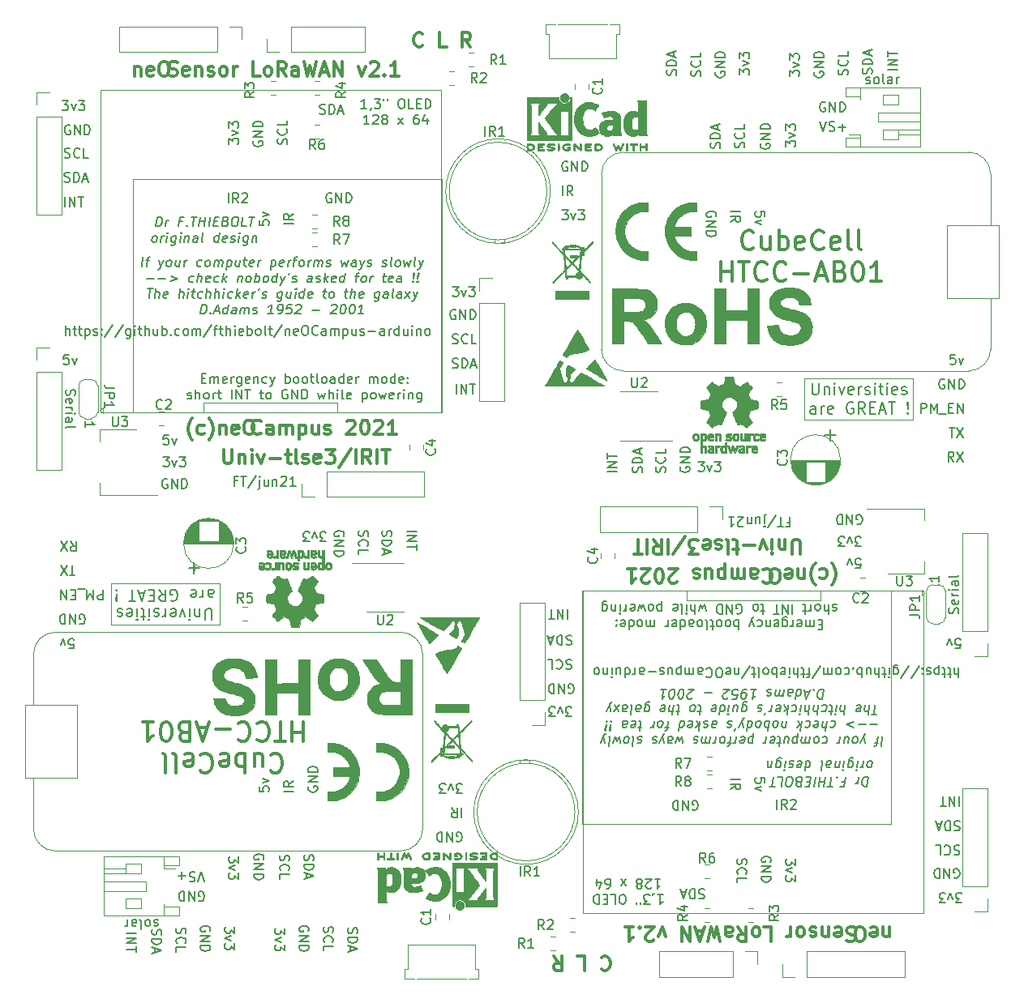
<source format=gto>
G04 #@! TF.GenerationSoftware,KiCad,Pcbnew,5.1.8-1.fc31*
G04 #@! TF.CreationDate,2021-07-02T10:36:43+02:00*
G04 #@! TF.ProjectId,LoRaWANV2.1_panelized,4c6f5261-5741-44e5-9632-2e315f70616e,rev?*
G04 #@! TF.SameCoordinates,Original*
G04 #@! TF.FileFunction,Legend,Top*
G04 #@! TF.FilePolarity,Positive*
%FSLAX46Y46*%
G04 Gerber Fmt 4.6, Leading zero omitted, Abs format (unit mm)*
G04 Created by KiCad (PCBNEW 5.1.8-1.fc31) date 2021-07-02 10:36:43*
%MOMM*%
%LPD*%
G01*
G04 APERTURE LIST*
%ADD10C,0.300000*%
%ADD11C,0.150000*%
%ADD12C,0.120000*%
%ADD13C,0.200000*%
%ADD14C,0.010000*%
G04 APERTURE END LIST*
D10*
X117955000Y-119066428D02*
X117955000Y-118066428D01*
X117955000Y-118923571D02*
X117883571Y-118995000D01*
X117740714Y-119066428D01*
X117526428Y-119066428D01*
X117383571Y-118995000D01*
X117312142Y-118852142D01*
X117312142Y-118066428D01*
X116026428Y-118137857D02*
X116169285Y-118066428D01*
X116455000Y-118066428D01*
X116597857Y-118137857D01*
X116669285Y-118280714D01*
X116669285Y-118852142D01*
X116597857Y-118995000D01*
X116455000Y-119066428D01*
X116169285Y-119066428D01*
X116026428Y-118995000D01*
X115955000Y-118852142D01*
X115955000Y-118709285D01*
X116669285Y-118566428D01*
X115026428Y-119566428D02*
X114740714Y-119566428D01*
X114597857Y-119495000D01*
X114455000Y-119352142D01*
X114383571Y-119066428D01*
X114383571Y-118566428D01*
X114455000Y-118280714D01*
X114597857Y-118137857D01*
X114740714Y-118066428D01*
X115026428Y-118066428D01*
X115169285Y-118137857D01*
X115312142Y-118280714D01*
X115383571Y-118566428D01*
X115383571Y-119066428D01*
X115312142Y-119352142D01*
X115169285Y-119495000D01*
X115026428Y-119566428D01*
X111930285Y-80030000D02*
X112001714Y-80101428D01*
X112144571Y-80315714D01*
X112216000Y-80458571D01*
X112287428Y-80672857D01*
X112358857Y-81030000D01*
X112358857Y-81315714D01*
X112287428Y-81672857D01*
X112216000Y-81887142D01*
X112144571Y-82030000D01*
X112001714Y-82244285D01*
X111930285Y-82315714D01*
X110716000Y-80672857D02*
X110858857Y-80601428D01*
X111144571Y-80601428D01*
X111287428Y-80672857D01*
X111358857Y-80744285D01*
X111430285Y-80887142D01*
X111430285Y-81315714D01*
X111358857Y-81458571D01*
X111287428Y-81530000D01*
X111144571Y-81601428D01*
X110858857Y-81601428D01*
X110716000Y-81530000D01*
X110216000Y-80030000D02*
X110144571Y-80101428D01*
X110001714Y-80315714D01*
X109930285Y-80458571D01*
X109858857Y-80672857D01*
X109787428Y-81030000D01*
X109787428Y-81315714D01*
X109858857Y-81672857D01*
X109930285Y-81887142D01*
X110001714Y-82030000D01*
X110144571Y-82244285D01*
X110216000Y-82315714D01*
X109073142Y-81601428D02*
X109073142Y-80601428D01*
X109073142Y-81458571D02*
X109001714Y-81530000D01*
X108858857Y-81601428D01*
X108644571Y-81601428D01*
X108501714Y-81530000D01*
X108430285Y-81387142D01*
X108430285Y-80601428D01*
X107144571Y-80672857D02*
X107287428Y-80601428D01*
X107573142Y-80601428D01*
X107716000Y-80672857D01*
X107787428Y-80815714D01*
X107787428Y-81387142D01*
X107716000Y-81530000D01*
X107573142Y-81601428D01*
X107287428Y-81601428D01*
X107144571Y-81530000D01*
X107073142Y-81387142D01*
X107073142Y-81244285D01*
X107787428Y-81101428D01*
X106144571Y-82101428D02*
X105858857Y-82101428D01*
X105716000Y-82030000D01*
X105573142Y-81887142D01*
X105501714Y-81601428D01*
X105501714Y-81101428D01*
X105573142Y-80815714D01*
X105716000Y-80672857D01*
X105858857Y-80601428D01*
X106144571Y-80601428D01*
X106287428Y-80672857D01*
X106430285Y-80815714D01*
X106501714Y-81101428D01*
X106501714Y-81601428D01*
X106430285Y-81887142D01*
X106287428Y-82030000D01*
X106144571Y-82101428D01*
X108647428Y-79053428D02*
X108647428Y-77839142D01*
X108576000Y-77696285D01*
X108504571Y-77624857D01*
X108361714Y-77553428D01*
X108076000Y-77553428D01*
X107933142Y-77624857D01*
X107861714Y-77696285D01*
X107790285Y-77839142D01*
X107790285Y-79053428D01*
X107076000Y-78553428D02*
X107076000Y-77553428D01*
X107076000Y-78410571D02*
X107004571Y-78482000D01*
X106861714Y-78553428D01*
X106647428Y-78553428D01*
X106504571Y-78482000D01*
X106433142Y-78339142D01*
X106433142Y-77553428D01*
X105718857Y-77553428D02*
X105718857Y-78553428D01*
X105718857Y-79053428D02*
X105790285Y-78982000D01*
X105718857Y-78910571D01*
X105647428Y-78982000D01*
X105718857Y-79053428D01*
X105718857Y-78910571D01*
X105147428Y-78553428D02*
X104790285Y-77553428D01*
X104433142Y-78553428D01*
X103861714Y-78124857D02*
X102718857Y-78124857D01*
X102218857Y-78553428D02*
X101647428Y-78553428D01*
X102004571Y-79053428D02*
X102004571Y-77767714D01*
X101933142Y-77624857D01*
X101790285Y-77553428D01*
X101647428Y-77553428D01*
X100933142Y-77553428D02*
X101076000Y-77624857D01*
X101147428Y-77767714D01*
X101147428Y-79053428D01*
X100433142Y-77624857D02*
X100290285Y-77553428D01*
X100004571Y-77553428D01*
X99861714Y-77624857D01*
X99790285Y-77767714D01*
X99790285Y-77839142D01*
X99861714Y-77982000D01*
X100004571Y-78053428D01*
X100218857Y-78053428D01*
X100361714Y-78124857D01*
X100433142Y-78267714D01*
X100433142Y-78339142D01*
X100361714Y-78482000D01*
X100218857Y-78553428D01*
X100004571Y-78553428D01*
X99861714Y-78482000D01*
X98576000Y-77624857D02*
X98718857Y-77553428D01*
X99004571Y-77553428D01*
X99147428Y-77624857D01*
X99218857Y-77767714D01*
X99218857Y-78339142D01*
X99147428Y-78482000D01*
X99004571Y-78553428D01*
X98718857Y-78553428D01*
X98576000Y-78482000D01*
X98504571Y-78339142D01*
X98504571Y-78196285D01*
X99218857Y-78053428D01*
X98004571Y-79053428D02*
X97076000Y-79053428D01*
X97576000Y-78482000D01*
X97361714Y-78482000D01*
X97218857Y-78410571D01*
X97147428Y-78339142D01*
X97076000Y-78196285D01*
X97076000Y-77839142D01*
X97147428Y-77696285D01*
X97218857Y-77624857D01*
X97361714Y-77553428D01*
X97790285Y-77553428D01*
X97933142Y-77624857D01*
X98004571Y-77696285D01*
X95361714Y-79124857D02*
X96647428Y-77196285D01*
X94861714Y-77553428D02*
X94861714Y-79053428D01*
X93290285Y-77553428D02*
X93790285Y-78267714D01*
X94147428Y-77553428D02*
X94147428Y-79053428D01*
X93576000Y-79053428D01*
X93433142Y-78982000D01*
X93361714Y-78910571D01*
X93290285Y-78767714D01*
X93290285Y-78553428D01*
X93361714Y-78410571D01*
X93433142Y-78339142D01*
X93576000Y-78267714D01*
X94147428Y-78267714D01*
X92647428Y-77553428D02*
X92647428Y-79053428D01*
X92147428Y-79053428D02*
X91290285Y-79053428D01*
X91718857Y-77553428D02*
X91718857Y-79053428D01*
X104778142Y-80744285D02*
X104849571Y-80672857D01*
X105063857Y-80601428D01*
X105206714Y-80601428D01*
X105421000Y-80672857D01*
X105563857Y-80815714D01*
X105635285Y-80958571D01*
X105706714Y-81244285D01*
X105706714Y-81458571D01*
X105635285Y-81744285D01*
X105563857Y-81887142D01*
X105421000Y-82030000D01*
X105206714Y-82101428D01*
X105063857Y-82101428D01*
X104849571Y-82030000D01*
X104778142Y-81958571D01*
X103492428Y-80601428D02*
X103492428Y-81387142D01*
X103563857Y-81530000D01*
X103706714Y-81601428D01*
X103992428Y-81601428D01*
X104135285Y-81530000D01*
X103492428Y-80672857D02*
X103635285Y-80601428D01*
X103992428Y-80601428D01*
X104135285Y-80672857D01*
X104206714Y-80815714D01*
X104206714Y-80958571D01*
X104135285Y-81101428D01*
X103992428Y-81172857D01*
X103635285Y-81172857D01*
X103492428Y-81244285D01*
X102778142Y-80601428D02*
X102778142Y-81601428D01*
X102778142Y-81458571D02*
X102706714Y-81530000D01*
X102563857Y-81601428D01*
X102349571Y-81601428D01*
X102206714Y-81530000D01*
X102135285Y-81387142D01*
X102135285Y-80601428D01*
X102135285Y-81387142D02*
X102063857Y-81530000D01*
X101921000Y-81601428D01*
X101706714Y-81601428D01*
X101563857Y-81530000D01*
X101492428Y-81387142D01*
X101492428Y-80601428D01*
X100778142Y-81601428D02*
X100778142Y-80101428D01*
X100778142Y-81530000D02*
X100635285Y-81601428D01*
X100349571Y-81601428D01*
X100206714Y-81530000D01*
X100135285Y-81458571D01*
X100063857Y-81315714D01*
X100063857Y-80887142D01*
X100135285Y-80744285D01*
X100206714Y-80672857D01*
X100349571Y-80601428D01*
X100635285Y-80601428D01*
X100778142Y-80672857D01*
X98778142Y-81601428D02*
X98778142Y-80601428D01*
X99421000Y-81601428D02*
X99421000Y-80815714D01*
X99349571Y-80672857D01*
X99206714Y-80601428D01*
X98992428Y-80601428D01*
X98849571Y-80672857D01*
X98778142Y-80744285D01*
X98135285Y-80672857D02*
X97992428Y-80601428D01*
X97706714Y-80601428D01*
X97563857Y-80672857D01*
X97492428Y-80815714D01*
X97492428Y-80887142D01*
X97563857Y-81030000D01*
X97706714Y-81101428D01*
X97921000Y-81101428D01*
X98063857Y-81172857D01*
X98135285Y-81315714D01*
X98135285Y-81387142D01*
X98063857Y-81530000D01*
X97921000Y-81601428D01*
X97706714Y-81601428D01*
X97563857Y-81530000D01*
X95778142Y-81958571D02*
X95706714Y-82030000D01*
X95563857Y-82101428D01*
X95206714Y-82101428D01*
X95063857Y-82030000D01*
X94992428Y-81958571D01*
X94921000Y-81815714D01*
X94921000Y-81672857D01*
X94992428Y-81458571D01*
X95849571Y-80601428D01*
X94921000Y-80601428D01*
X93992428Y-82101428D02*
X93849571Y-82101428D01*
X93706714Y-82030000D01*
X93635285Y-81958571D01*
X93563857Y-81815714D01*
X93492428Y-81530000D01*
X93492428Y-81172857D01*
X93563857Y-80887142D01*
X93635285Y-80744285D01*
X93706714Y-80672857D01*
X93849571Y-80601428D01*
X93992428Y-80601428D01*
X94135285Y-80672857D01*
X94206714Y-80744285D01*
X94278142Y-80887142D01*
X94349571Y-81172857D01*
X94349571Y-81530000D01*
X94278142Y-81815714D01*
X94206714Y-81958571D01*
X94135285Y-82030000D01*
X93992428Y-82101428D01*
X92921000Y-81958571D02*
X92849571Y-82030000D01*
X92706714Y-82101428D01*
X92349571Y-82101428D01*
X92206714Y-82030000D01*
X92135285Y-81958571D01*
X92063857Y-81815714D01*
X92063857Y-81672857D01*
X92135285Y-81458571D01*
X92992428Y-80601428D01*
X92063857Y-80601428D01*
X90635285Y-80601428D02*
X91492428Y-80601428D01*
X91063857Y-80601428D02*
X91063857Y-82101428D01*
X91206714Y-81887142D01*
X91349571Y-81744285D01*
X91492428Y-81672857D01*
D11*
X107251142Y-75763428D02*
X107584476Y-75763428D01*
X107584476Y-75239619D02*
X107584476Y-76239619D01*
X107108285Y-76239619D01*
X106870190Y-76239619D02*
X106298761Y-76239619D01*
X106584476Y-75239619D02*
X106584476Y-76239619D01*
X105251142Y-76287238D02*
X106108285Y-75001523D01*
X104917809Y-75906285D02*
X104917809Y-75049142D01*
X104965428Y-74953904D01*
X105060666Y-74906285D01*
X105108285Y-74906285D01*
X104917809Y-76239619D02*
X104965428Y-76192000D01*
X104917809Y-76144380D01*
X104870190Y-76192000D01*
X104917809Y-76239619D01*
X104917809Y-76144380D01*
X104013047Y-75906285D02*
X104013047Y-75239619D01*
X104441619Y-75906285D02*
X104441619Y-75382476D01*
X104394000Y-75287238D01*
X104298761Y-75239619D01*
X104155904Y-75239619D01*
X104060666Y-75287238D01*
X104013047Y-75334857D01*
X103536857Y-75906285D02*
X103536857Y-75239619D01*
X103536857Y-75811047D02*
X103489238Y-75858666D01*
X103394000Y-75906285D01*
X103251142Y-75906285D01*
X103155904Y-75858666D01*
X103108285Y-75763428D01*
X103108285Y-75239619D01*
X102679714Y-76144380D02*
X102632095Y-76192000D01*
X102536857Y-76239619D01*
X102298761Y-76239619D01*
X102203523Y-76192000D01*
X102155904Y-76144380D01*
X102108285Y-76049142D01*
X102108285Y-75953904D01*
X102155904Y-75811047D01*
X102727333Y-75239619D01*
X102108285Y-75239619D01*
X101155904Y-75239619D02*
X101727333Y-75239619D01*
X101441619Y-75239619D02*
X101441619Y-76239619D01*
X101536857Y-76096761D01*
X101632095Y-76001523D01*
X101727333Y-75953904D01*
D10*
X87887714Y-121257285D02*
X87959142Y-121185857D01*
X88173428Y-121114428D01*
X88316285Y-121114428D01*
X88530571Y-121185857D01*
X88673428Y-121328714D01*
X88744857Y-121471571D01*
X88816285Y-121757285D01*
X88816285Y-121971571D01*
X88744857Y-122257285D01*
X88673428Y-122400142D01*
X88530571Y-122543000D01*
X88316285Y-122614428D01*
X88173428Y-122614428D01*
X87959142Y-122543000D01*
X87887714Y-122471571D01*
X85387714Y-121114428D02*
X86102000Y-121114428D01*
X86102000Y-122614428D01*
X82887714Y-121114428D02*
X83387714Y-121828714D01*
X83744857Y-121114428D02*
X83744857Y-122614428D01*
X83173428Y-122614428D01*
X83030571Y-122543000D01*
X82959142Y-122471571D01*
X82887714Y-122328714D01*
X82887714Y-122114428D01*
X82959142Y-121971571D01*
X83030571Y-121900142D01*
X83173428Y-121828714D01*
X83744857Y-121828714D01*
X114362000Y-118137857D02*
X114147714Y-118066428D01*
X113790571Y-118066428D01*
X113647714Y-118137857D01*
X113576285Y-118209285D01*
X113504857Y-118352142D01*
X113504857Y-118495000D01*
X113576285Y-118637857D01*
X113647714Y-118709285D01*
X113790571Y-118780714D01*
X114076285Y-118852142D01*
X114219142Y-118923571D01*
X114290571Y-118995000D01*
X114362000Y-119137857D01*
X114362000Y-119280714D01*
X114290571Y-119423571D01*
X114219142Y-119495000D01*
X114076285Y-119566428D01*
X113719142Y-119566428D01*
X113504857Y-119495000D01*
X112290571Y-118137857D02*
X112433428Y-118066428D01*
X112719142Y-118066428D01*
X112862000Y-118137857D01*
X112933428Y-118280714D01*
X112933428Y-118852142D01*
X112862000Y-118995000D01*
X112719142Y-119066428D01*
X112433428Y-119066428D01*
X112290571Y-118995000D01*
X112219142Y-118852142D01*
X112219142Y-118709285D01*
X112933428Y-118566428D01*
X111576285Y-119066428D02*
X111576285Y-118066428D01*
X111576285Y-118923571D02*
X111504857Y-118995000D01*
X111362000Y-119066428D01*
X111147714Y-119066428D01*
X111004857Y-118995000D01*
X110933428Y-118852142D01*
X110933428Y-118066428D01*
X110290571Y-118137857D02*
X110147714Y-118066428D01*
X109862000Y-118066428D01*
X109719142Y-118137857D01*
X109647714Y-118280714D01*
X109647714Y-118352142D01*
X109719142Y-118495000D01*
X109862000Y-118566428D01*
X110076285Y-118566428D01*
X110219142Y-118637857D01*
X110290571Y-118780714D01*
X110290571Y-118852142D01*
X110219142Y-118995000D01*
X110076285Y-119066428D01*
X109862000Y-119066428D01*
X109719142Y-118995000D01*
X108790571Y-118066428D02*
X108933428Y-118137857D01*
X109004857Y-118209285D01*
X109076285Y-118352142D01*
X109076285Y-118780714D01*
X109004857Y-118923571D01*
X108933428Y-118995000D01*
X108790571Y-119066428D01*
X108576285Y-119066428D01*
X108433428Y-118995000D01*
X108362000Y-118923571D01*
X108290571Y-118780714D01*
X108290571Y-118352142D01*
X108362000Y-118209285D01*
X108433428Y-118137857D01*
X108576285Y-118066428D01*
X108790571Y-118066428D01*
X107647714Y-118066428D02*
X107647714Y-119066428D01*
X107647714Y-118780714D02*
X107576285Y-118923571D01*
X107504857Y-118995000D01*
X107362000Y-119066428D01*
X107219142Y-119066428D01*
X104862000Y-118066428D02*
X105576285Y-118066428D01*
X105576285Y-119566428D01*
X104147714Y-118066428D02*
X104290571Y-118137857D01*
X104362000Y-118209285D01*
X104433428Y-118352142D01*
X104433428Y-118780714D01*
X104362000Y-118923571D01*
X104290571Y-118995000D01*
X104147714Y-119066428D01*
X103933428Y-119066428D01*
X103790571Y-118995000D01*
X103719142Y-118923571D01*
X103647714Y-118780714D01*
X103647714Y-118352142D01*
X103719142Y-118209285D01*
X103790571Y-118137857D01*
X103933428Y-118066428D01*
X104147714Y-118066428D01*
X102147714Y-118066428D02*
X102647714Y-118780714D01*
X103004857Y-118066428D02*
X103004857Y-119566428D01*
X102433428Y-119566428D01*
X102290571Y-119495000D01*
X102219142Y-119423571D01*
X102147714Y-119280714D01*
X102147714Y-119066428D01*
X102219142Y-118923571D01*
X102290571Y-118852142D01*
X102433428Y-118780714D01*
X103004857Y-118780714D01*
X100862000Y-118066428D02*
X100862000Y-118852142D01*
X100933428Y-118995000D01*
X101076285Y-119066428D01*
X101362000Y-119066428D01*
X101504857Y-118995000D01*
X100862000Y-118137857D02*
X101004857Y-118066428D01*
X101362000Y-118066428D01*
X101504857Y-118137857D01*
X101576285Y-118280714D01*
X101576285Y-118423571D01*
X101504857Y-118566428D01*
X101362000Y-118637857D01*
X101004857Y-118637857D01*
X100862000Y-118709285D01*
X100290571Y-119566428D02*
X99933428Y-118066428D01*
X99647714Y-119137857D01*
X99362000Y-118066428D01*
X99004857Y-119566428D01*
X98504857Y-118495000D02*
X97790571Y-118495000D01*
X98647714Y-118066428D02*
X98147714Y-119566428D01*
X97647714Y-118066428D01*
X97147714Y-118066428D02*
X97147714Y-119566428D01*
X96290571Y-118066428D01*
X96290571Y-119566428D01*
X94576285Y-119066428D02*
X94219142Y-118066428D01*
X93862000Y-119066428D01*
X93362000Y-119423571D02*
X93290571Y-119495000D01*
X93147714Y-119566428D01*
X92790571Y-119566428D01*
X92647714Y-119495000D01*
X92576285Y-119423571D01*
X92504857Y-119280714D01*
X92504857Y-119137857D01*
X92576285Y-118923571D01*
X93433428Y-118066428D01*
X92504857Y-118066428D01*
X91862000Y-118209285D02*
X91790571Y-118137857D01*
X91862000Y-118066428D01*
X91933428Y-118137857D01*
X91862000Y-118209285D01*
X91862000Y-118066428D01*
X90362000Y-118066428D02*
X91219142Y-118066428D01*
X90790571Y-118066428D02*
X90790571Y-119566428D01*
X90933428Y-119352142D01*
X91076285Y-119209285D01*
X91219142Y-119137857D01*
D11*
X93749428Y-114672619D02*
X94320857Y-114672619D01*
X94035142Y-114672619D02*
X94035142Y-115672619D01*
X94130380Y-115529761D01*
X94225619Y-115434523D01*
X94320857Y-115386904D01*
X93273238Y-114720238D02*
X93273238Y-114672619D01*
X93320857Y-114577380D01*
X93368476Y-114529761D01*
X92939904Y-115672619D02*
X92320857Y-115672619D01*
X92654190Y-115291666D01*
X92511333Y-115291666D01*
X92416095Y-115244047D01*
X92368476Y-115196428D01*
X92320857Y-115101190D01*
X92320857Y-114863095D01*
X92368476Y-114767857D01*
X92416095Y-114720238D01*
X92511333Y-114672619D01*
X92797047Y-114672619D01*
X92892285Y-114720238D01*
X92939904Y-114767857D01*
X91939904Y-115672619D02*
X91939904Y-115482142D01*
X91558952Y-115672619D02*
X91558952Y-115482142D01*
X90178000Y-115672619D02*
X89987523Y-115672619D01*
X89892285Y-115625000D01*
X89797047Y-115529761D01*
X89749428Y-115339285D01*
X89749428Y-115005952D01*
X89797047Y-114815476D01*
X89892285Y-114720238D01*
X89987523Y-114672619D01*
X90178000Y-114672619D01*
X90273238Y-114720238D01*
X90368476Y-114815476D01*
X90416095Y-115005952D01*
X90416095Y-115339285D01*
X90368476Y-115529761D01*
X90273238Y-115625000D01*
X90178000Y-115672619D01*
X88844666Y-114672619D02*
X89320857Y-114672619D01*
X89320857Y-115672619D01*
X88511333Y-115196428D02*
X88178000Y-115196428D01*
X88035142Y-114672619D02*
X88511333Y-114672619D01*
X88511333Y-115672619D01*
X88035142Y-115672619D01*
X87606571Y-114672619D02*
X87606571Y-115672619D01*
X87368476Y-115672619D01*
X87225619Y-115625000D01*
X87130380Y-115529761D01*
X87082761Y-115434523D01*
X87035142Y-115244047D01*
X87035142Y-115101190D01*
X87082761Y-114910714D01*
X87130380Y-114815476D01*
X87225619Y-114720238D01*
X87368476Y-114672619D01*
X87606571Y-114672619D01*
X93463714Y-113022619D02*
X94035142Y-113022619D01*
X93749428Y-113022619D02*
X93749428Y-114022619D01*
X93844666Y-113879761D01*
X93939904Y-113784523D01*
X94035142Y-113736904D01*
X93082761Y-113927380D02*
X93035142Y-113975000D01*
X92939904Y-114022619D01*
X92701809Y-114022619D01*
X92606571Y-113975000D01*
X92558952Y-113927380D01*
X92511333Y-113832142D01*
X92511333Y-113736904D01*
X92558952Y-113594047D01*
X93130380Y-113022619D01*
X92511333Y-113022619D01*
X91939904Y-113594047D02*
X92035142Y-113641666D01*
X92082761Y-113689285D01*
X92130380Y-113784523D01*
X92130380Y-113832142D01*
X92082761Y-113927380D01*
X92035142Y-113975000D01*
X91939904Y-114022619D01*
X91749428Y-114022619D01*
X91654190Y-113975000D01*
X91606571Y-113927380D01*
X91558952Y-113832142D01*
X91558952Y-113784523D01*
X91606571Y-113689285D01*
X91654190Y-113641666D01*
X91749428Y-113594047D01*
X91939904Y-113594047D01*
X92035142Y-113546428D01*
X92082761Y-113498809D01*
X92130380Y-113403571D01*
X92130380Y-113213095D01*
X92082761Y-113117857D01*
X92035142Y-113070238D01*
X91939904Y-113022619D01*
X91749428Y-113022619D01*
X91654190Y-113070238D01*
X91606571Y-113117857D01*
X91558952Y-113213095D01*
X91558952Y-113403571D01*
X91606571Y-113498809D01*
X91654190Y-113546428D01*
X91749428Y-113594047D01*
X90463714Y-113022619D02*
X89939904Y-113689285D01*
X90463714Y-113689285D02*
X89939904Y-113022619D01*
X88368476Y-114022619D02*
X88558952Y-114022619D01*
X88654190Y-113975000D01*
X88701809Y-113927380D01*
X88797047Y-113784523D01*
X88844666Y-113594047D01*
X88844666Y-113213095D01*
X88797047Y-113117857D01*
X88749428Y-113070238D01*
X88654190Y-113022619D01*
X88463714Y-113022619D01*
X88368476Y-113070238D01*
X88320857Y-113117857D01*
X88273238Y-113213095D01*
X88273238Y-113451190D01*
X88320857Y-113546428D01*
X88368476Y-113594047D01*
X88463714Y-113641666D01*
X88654190Y-113641666D01*
X88749428Y-113594047D01*
X88797047Y-113546428D01*
X88844666Y-113451190D01*
X87416095Y-113689285D02*
X87416095Y-113022619D01*
X87654190Y-114070238D02*
X87892285Y-113355952D01*
X87273238Y-113355952D01*
X125118761Y-85288190D02*
X125166380Y-85145333D01*
X125166380Y-84907238D01*
X125118761Y-84812000D01*
X125071142Y-84764380D01*
X124975904Y-84716761D01*
X124880666Y-84716761D01*
X124785428Y-84764380D01*
X124737809Y-84812000D01*
X124690190Y-84907238D01*
X124642571Y-85097714D01*
X124594952Y-85192952D01*
X124547333Y-85240571D01*
X124452095Y-85288190D01*
X124356857Y-85288190D01*
X124261619Y-85240571D01*
X124214000Y-85192952D01*
X124166380Y-85097714D01*
X124166380Y-84859619D01*
X124214000Y-84716761D01*
X125118761Y-83907238D02*
X125166380Y-84002476D01*
X125166380Y-84192952D01*
X125118761Y-84288190D01*
X125023523Y-84335809D01*
X124642571Y-84335809D01*
X124547333Y-84288190D01*
X124499714Y-84192952D01*
X124499714Y-84002476D01*
X124547333Y-83907238D01*
X124642571Y-83859619D01*
X124737809Y-83859619D01*
X124833047Y-84335809D01*
X125166380Y-83431047D02*
X124499714Y-83431047D01*
X124690190Y-83431047D02*
X124594952Y-83383428D01*
X124547333Y-83335809D01*
X124499714Y-83240571D01*
X124499714Y-83145333D01*
X125166380Y-82812000D02*
X124499714Y-82812000D01*
X124166380Y-82812000D02*
X124214000Y-82859619D01*
X124261619Y-82812000D01*
X124214000Y-82764380D01*
X124166380Y-82812000D01*
X124261619Y-82812000D01*
X125166380Y-81907238D02*
X124642571Y-81907238D01*
X124547333Y-81954857D01*
X124499714Y-82050095D01*
X124499714Y-82240571D01*
X124547333Y-82335809D01*
X125118761Y-81907238D02*
X125166380Y-82002476D01*
X125166380Y-82240571D01*
X125118761Y-82335809D01*
X125023523Y-82383428D01*
X124928285Y-82383428D01*
X124833047Y-82335809D01*
X124785428Y-82240571D01*
X124785428Y-82002476D01*
X124737809Y-81907238D01*
X125166380Y-81288190D02*
X125118761Y-81383428D01*
X125023523Y-81431047D01*
X124166380Y-81431047D01*
X84756476Y-96051619D02*
X84137428Y-96051619D01*
X84470761Y-95670666D01*
X84327904Y-95670666D01*
X84232666Y-95623047D01*
X84185047Y-95575428D01*
X84137428Y-95480190D01*
X84137428Y-95242095D01*
X84185047Y-95146857D01*
X84232666Y-95099238D01*
X84327904Y-95051619D01*
X84613619Y-95051619D01*
X84708857Y-95099238D01*
X84756476Y-95146857D01*
X83804095Y-95718285D02*
X83566000Y-95051619D01*
X83327904Y-95718285D01*
X83042190Y-96051619D02*
X82423142Y-96051619D01*
X82756476Y-95670666D01*
X82613619Y-95670666D01*
X82518380Y-95623047D01*
X82470761Y-95575428D01*
X82423142Y-95480190D01*
X82423142Y-95242095D01*
X82470761Y-95146857D01*
X82518380Y-95099238D01*
X82613619Y-95051619D01*
X82899333Y-95051619D01*
X82994571Y-95099238D01*
X83042190Y-95146857D01*
X84454904Y-93591000D02*
X84550142Y-93638619D01*
X84693000Y-93638619D01*
X84835857Y-93591000D01*
X84931095Y-93495761D01*
X84978714Y-93400523D01*
X85026333Y-93210047D01*
X85026333Y-93067190D01*
X84978714Y-92876714D01*
X84931095Y-92781476D01*
X84835857Y-92686238D01*
X84693000Y-92638619D01*
X84597761Y-92638619D01*
X84454904Y-92686238D01*
X84407285Y-92733857D01*
X84407285Y-93067190D01*
X84597761Y-93067190D01*
X83978714Y-92638619D02*
X83978714Y-93638619D01*
X83407285Y-92638619D01*
X83407285Y-93638619D01*
X82931095Y-92638619D02*
X82931095Y-93638619D01*
X82693000Y-93638619D01*
X82550142Y-93591000D01*
X82454904Y-93495761D01*
X82407285Y-93400523D01*
X82359666Y-93210047D01*
X82359666Y-93067190D01*
X82407285Y-92876714D01*
X82454904Y-92781476D01*
X82550142Y-92686238D01*
X82693000Y-92638619D01*
X82931095Y-92638619D01*
X84756476Y-90146238D02*
X84613619Y-90098619D01*
X84375523Y-90098619D01*
X84280285Y-90146238D01*
X84232666Y-90193857D01*
X84185047Y-90289095D01*
X84185047Y-90384333D01*
X84232666Y-90479571D01*
X84280285Y-90527190D01*
X84375523Y-90574809D01*
X84566000Y-90622428D01*
X84661238Y-90670047D01*
X84708857Y-90717666D01*
X84756476Y-90812904D01*
X84756476Y-90908142D01*
X84708857Y-91003380D01*
X84661238Y-91051000D01*
X84566000Y-91098619D01*
X84327904Y-91098619D01*
X84185047Y-91051000D01*
X83185047Y-90193857D02*
X83232666Y-90146238D01*
X83375523Y-90098619D01*
X83470761Y-90098619D01*
X83613619Y-90146238D01*
X83708857Y-90241476D01*
X83756476Y-90336714D01*
X83804095Y-90527190D01*
X83804095Y-90670047D01*
X83756476Y-90860523D01*
X83708857Y-90955761D01*
X83613619Y-91051000D01*
X83470761Y-91098619D01*
X83375523Y-91098619D01*
X83232666Y-91051000D01*
X83185047Y-91003380D01*
X82280285Y-90098619D02*
X82756476Y-90098619D01*
X82756476Y-91098619D01*
X84780285Y-87606238D02*
X84637428Y-87558619D01*
X84399333Y-87558619D01*
X84304095Y-87606238D01*
X84256476Y-87653857D01*
X84208857Y-87749095D01*
X84208857Y-87844333D01*
X84256476Y-87939571D01*
X84304095Y-87987190D01*
X84399333Y-88034809D01*
X84589809Y-88082428D01*
X84685047Y-88130047D01*
X84732666Y-88177666D01*
X84780285Y-88272904D01*
X84780285Y-88368142D01*
X84732666Y-88463380D01*
X84685047Y-88511000D01*
X84589809Y-88558619D01*
X84351714Y-88558619D01*
X84208857Y-88511000D01*
X83780285Y-87558619D02*
X83780285Y-88558619D01*
X83542190Y-88558619D01*
X83399333Y-88511000D01*
X83304095Y-88415761D01*
X83256476Y-88320523D01*
X83208857Y-88130047D01*
X83208857Y-87987190D01*
X83256476Y-87796714D01*
X83304095Y-87701476D01*
X83399333Y-87606238D01*
X83542190Y-87558619D01*
X83780285Y-87558619D01*
X82827904Y-87844333D02*
X82351714Y-87844333D01*
X82923142Y-87558619D02*
X82589809Y-88558619D01*
X82256476Y-87558619D01*
X84343761Y-84891619D02*
X84343761Y-85891619D01*
X83867571Y-84891619D02*
X83867571Y-85891619D01*
X83296142Y-84891619D01*
X83296142Y-85891619D01*
X82962809Y-85891619D02*
X82391380Y-85891619D01*
X82677095Y-84891619D02*
X82677095Y-85891619D01*
X125523476Y-115482619D02*
X124904428Y-115482619D01*
X125237761Y-115101666D01*
X125094904Y-115101666D01*
X124999666Y-115054047D01*
X124952047Y-115006428D01*
X124904428Y-114911190D01*
X124904428Y-114673095D01*
X124952047Y-114577857D01*
X124999666Y-114530238D01*
X125094904Y-114482619D01*
X125380619Y-114482619D01*
X125475857Y-114530238D01*
X125523476Y-114577857D01*
X124571095Y-115149285D02*
X124333000Y-114482619D01*
X124094904Y-115149285D01*
X123809190Y-115482619D02*
X123190142Y-115482619D01*
X123523476Y-115101666D01*
X123380619Y-115101666D01*
X123285380Y-115054047D01*
X123237761Y-115006428D01*
X123190142Y-114911190D01*
X123190142Y-114673095D01*
X123237761Y-114577857D01*
X123285380Y-114530238D01*
X123380619Y-114482619D01*
X123666333Y-114482619D01*
X123761571Y-114530238D01*
X123809190Y-114577857D01*
X124713904Y-112895000D02*
X124809142Y-112942619D01*
X124952000Y-112942619D01*
X125094857Y-112895000D01*
X125190095Y-112799761D01*
X125237714Y-112704523D01*
X125285333Y-112514047D01*
X125285333Y-112371190D01*
X125237714Y-112180714D01*
X125190095Y-112085476D01*
X125094857Y-111990238D01*
X124952000Y-111942619D01*
X124856761Y-111942619D01*
X124713904Y-111990238D01*
X124666285Y-112037857D01*
X124666285Y-112371190D01*
X124856761Y-112371190D01*
X124237714Y-111942619D02*
X124237714Y-112942619D01*
X123666285Y-111942619D01*
X123666285Y-112942619D01*
X123190095Y-111942619D02*
X123190095Y-112942619D01*
X122952000Y-112942619D01*
X122809142Y-112895000D01*
X122713904Y-112799761D01*
X122666285Y-112704523D01*
X122618666Y-112514047D01*
X122618666Y-112371190D01*
X122666285Y-112180714D01*
X122713904Y-112085476D01*
X122809142Y-111990238D01*
X122952000Y-111942619D01*
X123190095Y-111942619D01*
X125269476Y-109577238D02*
X125126619Y-109529619D01*
X124888523Y-109529619D01*
X124793285Y-109577238D01*
X124745666Y-109624857D01*
X124698047Y-109720095D01*
X124698047Y-109815333D01*
X124745666Y-109910571D01*
X124793285Y-109958190D01*
X124888523Y-110005809D01*
X125079000Y-110053428D01*
X125174238Y-110101047D01*
X125221857Y-110148666D01*
X125269476Y-110243904D01*
X125269476Y-110339142D01*
X125221857Y-110434380D01*
X125174238Y-110482000D01*
X125079000Y-110529619D01*
X124840904Y-110529619D01*
X124698047Y-110482000D01*
X123698047Y-109624857D02*
X123745666Y-109577238D01*
X123888523Y-109529619D01*
X123983761Y-109529619D01*
X124126619Y-109577238D01*
X124221857Y-109672476D01*
X124269476Y-109767714D01*
X124317095Y-109958190D01*
X124317095Y-110101047D01*
X124269476Y-110291523D01*
X124221857Y-110386761D01*
X124126619Y-110482000D01*
X123983761Y-110529619D01*
X123888523Y-110529619D01*
X123745666Y-110482000D01*
X123698047Y-110434380D01*
X122793285Y-109529619D02*
X123269476Y-109529619D01*
X123269476Y-110529619D01*
X125293285Y-107037238D02*
X125150428Y-106989619D01*
X124912333Y-106989619D01*
X124817095Y-107037238D01*
X124769476Y-107084857D01*
X124721857Y-107180095D01*
X124721857Y-107275333D01*
X124769476Y-107370571D01*
X124817095Y-107418190D01*
X124912333Y-107465809D01*
X125102809Y-107513428D01*
X125198047Y-107561047D01*
X125245666Y-107608666D01*
X125293285Y-107703904D01*
X125293285Y-107799142D01*
X125245666Y-107894380D01*
X125198047Y-107942000D01*
X125102809Y-107989619D01*
X124864714Y-107989619D01*
X124721857Y-107942000D01*
X124293285Y-106989619D02*
X124293285Y-107989619D01*
X124055190Y-107989619D01*
X123912333Y-107942000D01*
X123817095Y-107846761D01*
X123769476Y-107751523D01*
X123721857Y-107561047D01*
X123721857Y-107418190D01*
X123769476Y-107227714D01*
X123817095Y-107132476D01*
X123912333Y-107037238D01*
X124055190Y-106989619D01*
X124293285Y-106989619D01*
X123340904Y-107275333D02*
X122864714Y-107275333D01*
X123436142Y-106989619D02*
X123102809Y-107989619D01*
X122769476Y-106989619D01*
X125237761Y-104449619D02*
X125237761Y-105449619D01*
X124761571Y-104449619D02*
X124761571Y-105449619D01*
X124190142Y-104449619D01*
X124190142Y-105449619D01*
X123856809Y-105449619D02*
X123285380Y-105449619D01*
X123571095Y-104449619D02*
X123571095Y-105449619D01*
X104941619Y-102981142D02*
X104941619Y-102504952D01*
X104465428Y-102457333D01*
X104513047Y-102504952D01*
X104560666Y-102600190D01*
X104560666Y-102838285D01*
X104513047Y-102933523D01*
X104465428Y-102981142D01*
X104370190Y-103028761D01*
X104132095Y-103028761D01*
X104036857Y-102981142D01*
X103989238Y-102933523D01*
X103941619Y-102838285D01*
X103941619Y-102600190D01*
X103989238Y-102504952D01*
X104036857Y-102457333D01*
X104608285Y-103362095D02*
X103941619Y-103600190D01*
X104608285Y-103838285D01*
X101401619Y-102624000D02*
X102401619Y-102624000D01*
X101401619Y-103671619D02*
X101877809Y-103338285D01*
X101401619Y-103100190D02*
X102401619Y-103100190D01*
X102401619Y-103481142D01*
X102354000Y-103576380D01*
X102306380Y-103624000D01*
X102211142Y-103671619D01*
X102068285Y-103671619D01*
X101973047Y-103624000D01*
X101925428Y-103576380D01*
X101877809Y-103481142D01*
X101877809Y-103100190D01*
X97408904Y-105783000D02*
X97504142Y-105830619D01*
X97647000Y-105830619D01*
X97789857Y-105783000D01*
X97885095Y-105687761D01*
X97932714Y-105592523D01*
X97980333Y-105402047D01*
X97980333Y-105259190D01*
X97932714Y-105068714D01*
X97885095Y-104973476D01*
X97789857Y-104878238D01*
X97647000Y-104830619D01*
X97551761Y-104830619D01*
X97408904Y-104878238D01*
X97361285Y-104925857D01*
X97361285Y-105259190D01*
X97551761Y-105259190D01*
X96932714Y-104830619D02*
X96932714Y-105830619D01*
X96361285Y-104830619D01*
X96361285Y-105830619D01*
X95885095Y-104830619D02*
X95885095Y-105830619D01*
X95647000Y-105830619D01*
X95504142Y-105783000D01*
X95408904Y-105687761D01*
X95361285Y-105592523D01*
X95313666Y-105402047D01*
X95313666Y-105259190D01*
X95361285Y-105068714D01*
X95408904Y-104973476D01*
X95504142Y-104878238D01*
X95647000Y-104830619D01*
X95885095Y-104830619D01*
X117208032Y-98161619D02*
X117083032Y-99161619D01*
X116791366Y-98828285D02*
X116410413Y-98828285D01*
X116731842Y-98161619D02*
X116624699Y-99018761D01*
X116565175Y-99114000D01*
X116463985Y-99161619D01*
X116368747Y-99161619D01*
X115410413Y-98828285D02*
X115255651Y-98161619D01*
X114934223Y-98828285D02*
X115255651Y-98161619D01*
X115380651Y-97923523D01*
X115434223Y-97875904D01*
X115535413Y-97828285D01*
X114493747Y-98161619D02*
X114583032Y-98209238D01*
X114624699Y-98256857D01*
X114660413Y-98352095D01*
X114624699Y-98637809D01*
X114565175Y-98733047D01*
X114511604Y-98780666D01*
X114410413Y-98828285D01*
X114267556Y-98828285D01*
X114178270Y-98780666D01*
X114136604Y-98733047D01*
X114100889Y-98637809D01*
X114136604Y-98352095D01*
X114196127Y-98256857D01*
X114249699Y-98209238D01*
X114350889Y-98161619D01*
X114493747Y-98161619D01*
X113219937Y-98828285D02*
X113303270Y-98161619D01*
X113648508Y-98828285D02*
X113713985Y-98304476D01*
X113678270Y-98209238D01*
X113588985Y-98161619D01*
X113446127Y-98161619D01*
X113344937Y-98209238D01*
X113291366Y-98256857D01*
X112827080Y-98161619D02*
X112743747Y-98828285D01*
X112767556Y-98637809D02*
X112708032Y-98733047D01*
X112654461Y-98780666D01*
X112553270Y-98828285D01*
X112458032Y-98828285D01*
X111011604Y-98209238D02*
X111112794Y-98161619D01*
X111303270Y-98161619D01*
X111392556Y-98209238D01*
X111434223Y-98256857D01*
X111469937Y-98352095D01*
X111434223Y-98637809D01*
X111374699Y-98733047D01*
X111321127Y-98780666D01*
X111219937Y-98828285D01*
X111029461Y-98828285D01*
X110940175Y-98780666D01*
X110446127Y-98161619D02*
X110535413Y-98209238D01*
X110577080Y-98256857D01*
X110612794Y-98352095D01*
X110577080Y-98637809D01*
X110517556Y-98733047D01*
X110463985Y-98780666D01*
X110362794Y-98828285D01*
X110219937Y-98828285D01*
X110130651Y-98780666D01*
X110088985Y-98733047D01*
X110053270Y-98637809D01*
X110088985Y-98352095D01*
X110148508Y-98256857D01*
X110202080Y-98209238D01*
X110303270Y-98161619D01*
X110446127Y-98161619D01*
X109684223Y-98161619D02*
X109600889Y-98828285D01*
X109612794Y-98733047D02*
X109559223Y-98780666D01*
X109458032Y-98828285D01*
X109315175Y-98828285D01*
X109225889Y-98780666D01*
X109190175Y-98685428D01*
X109255651Y-98161619D01*
X109190175Y-98685428D02*
X109130651Y-98780666D01*
X109029461Y-98828285D01*
X108886604Y-98828285D01*
X108797318Y-98780666D01*
X108761604Y-98685428D01*
X108827080Y-98161619D01*
X108267556Y-98828285D02*
X108392556Y-97828285D01*
X108273508Y-98780666D02*
X108172318Y-98828285D01*
X107981842Y-98828285D01*
X107892556Y-98780666D01*
X107850889Y-98733047D01*
X107815175Y-98637809D01*
X107850889Y-98352095D01*
X107910413Y-98256857D01*
X107963985Y-98209238D01*
X108065175Y-98161619D01*
X108255651Y-98161619D01*
X108344937Y-98209238D01*
X106934223Y-98828285D02*
X107017556Y-98161619D01*
X107362794Y-98828285D02*
X107428270Y-98304476D01*
X107392556Y-98209238D01*
X107303270Y-98161619D01*
X107160413Y-98161619D01*
X107059223Y-98209238D01*
X107005651Y-98256857D01*
X106600889Y-98828285D02*
X106219937Y-98828285D01*
X106416366Y-99161619D02*
X106523508Y-98304476D01*
X106487794Y-98209238D01*
X106398508Y-98161619D01*
X106303270Y-98161619D01*
X105583032Y-98209238D02*
X105684223Y-98161619D01*
X105874699Y-98161619D01*
X105963985Y-98209238D01*
X105999699Y-98304476D01*
X105952080Y-98685428D01*
X105892556Y-98780666D01*
X105791366Y-98828285D01*
X105600889Y-98828285D01*
X105511604Y-98780666D01*
X105475889Y-98685428D01*
X105487794Y-98590190D01*
X105975889Y-98494952D01*
X105112794Y-98161619D02*
X105029461Y-98828285D01*
X105053270Y-98637809D02*
X104993747Y-98733047D01*
X104940175Y-98780666D01*
X104838985Y-98828285D01*
X104743747Y-98828285D01*
X103648508Y-98828285D02*
X103773508Y-97828285D01*
X103654461Y-98780666D02*
X103553270Y-98828285D01*
X103362794Y-98828285D01*
X103273508Y-98780666D01*
X103231842Y-98733047D01*
X103196127Y-98637809D01*
X103231842Y-98352095D01*
X103291366Y-98256857D01*
X103344937Y-98209238D01*
X103446127Y-98161619D01*
X103636604Y-98161619D01*
X103725889Y-98209238D01*
X102440175Y-98209238D02*
X102541366Y-98161619D01*
X102731842Y-98161619D01*
X102821127Y-98209238D01*
X102856842Y-98304476D01*
X102809223Y-98685428D01*
X102749699Y-98780666D01*
X102648508Y-98828285D01*
X102458032Y-98828285D01*
X102368747Y-98780666D01*
X102333032Y-98685428D01*
X102344937Y-98590190D01*
X102833032Y-98494952D01*
X101969937Y-98161619D02*
X101886604Y-98828285D01*
X101910413Y-98637809D02*
X101850889Y-98733047D01*
X101797318Y-98780666D01*
X101696127Y-98828285D01*
X101600889Y-98828285D01*
X101410413Y-98828285D02*
X101029461Y-98828285D01*
X101350889Y-98161619D02*
X101243747Y-99018761D01*
X101184223Y-99114000D01*
X101083032Y-99161619D01*
X100987794Y-99161619D01*
X100636604Y-98161619D02*
X100725889Y-98209238D01*
X100767556Y-98256857D01*
X100803270Y-98352095D01*
X100767556Y-98637809D01*
X100708032Y-98733047D01*
X100654461Y-98780666D01*
X100553270Y-98828285D01*
X100410413Y-98828285D01*
X100321127Y-98780666D01*
X100279461Y-98733047D01*
X100243747Y-98637809D01*
X100279461Y-98352095D01*
X100338985Y-98256857D01*
X100392556Y-98209238D01*
X100493747Y-98161619D01*
X100636604Y-98161619D01*
X99874699Y-98161619D02*
X99791366Y-98828285D01*
X99815175Y-98637809D02*
X99755651Y-98733047D01*
X99702080Y-98780666D01*
X99600889Y-98828285D01*
X99505651Y-98828285D01*
X99255651Y-98161619D02*
X99172318Y-98828285D01*
X99184223Y-98733047D02*
X99130651Y-98780666D01*
X99029461Y-98828285D01*
X98886604Y-98828285D01*
X98797318Y-98780666D01*
X98761604Y-98685428D01*
X98827080Y-98161619D01*
X98761604Y-98685428D02*
X98702080Y-98780666D01*
X98600889Y-98828285D01*
X98458032Y-98828285D01*
X98368747Y-98780666D01*
X98333032Y-98685428D01*
X98398508Y-98161619D01*
X97963985Y-98209238D02*
X97874699Y-98161619D01*
X97684223Y-98161619D01*
X97583032Y-98209238D01*
X97523508Y-98304476D01*
X97517556Y-98352095D01*
X97553270Y-98447333D01*
X97642556Y-98494952D01*
X97785413Y-98494952D01*
X97874699Y-98542571D01*
X97910413Y-98637809D01*
X97904461Y-98685428D01*
X97844937Y-98780666D01*
X97743747Y-98828285D01*
X97600889Y-98828285D01*
X97511604Y-98780666D01*
X96362794Y-98828285D02*
X96255651Y-98161619D01*
X96005651Y-98637809D01*
X95874699Y-98161619D01*
X95600889Y-98828285D01*
X94874699Y-98161619D02*
X94809223Y-98685428D01*
X94844937Y-98780666D01*
X94934223Y-98828285D01*
X95124699Y-98828285D01*
X95225889Y-98780666D01*
X94868747Y-98209238D02*
X94969937Y-98161619D01*
X95208032Y-98161619D01*
X95297318Y-98209238D01*
X95333032Y-98304476D01*
X95321127Y-98399714D01*
X95261604Y-98494952D01*
X95160413Y-98542571D01*
X94922318Y-98542571D01*
X94821127Y-98590190D01*
X94410413Y-98828285D02*
X94255651Y-98161619D01*
X93934223Y-98828285D02*
X94255651Y-98161619D01*
X94380651Y-97923523D01*
X94434223Y-97875904D01*
X94535413Y-97828285D01*
X93678270Y-98209238D02*
X93588985Y-98161619D01*
X93398508Y-98161619D01*
X93297318Y-98209238D01*
X93237794Y-98304476D01*
X93231842Y-98352095D01*
X93267556Y-98447333D01*
X93356842Y-98494952D01*
X93499699Y-98494952D01*
X93588985Y-98542571D01*
X93624699Y-98637809D01*
X93618747Y-98685428D01*
X93559223Y-98780666D01*
X93458032Y-98828285D01*
X93315175Y-98828285D01*
X93225889Y-98780666D01*
X92106842Y-98209238D02*
X92017556Y-98161619D01*
X91827080Y-98161619D01*
X91725889Y-98209238D01*
X91666366Y-98304476D01*
X91660413Y-98352095D01*
X91696127Y-98447333D01*
X91785413Y-98494952D01*
X91928270Y-98494952D01*
X92017556Y-98542571D01*
X92053270Y-98637809D01*
X92047318Y-98685428D01*
X91987794Y-98780666D01*
X91886604Y-98828285D01*
X91743747Y-98828285D01*
X91654461Y-98780666D01*
X91112794Y-98161619D02*
X91202080Y-98209238D01*
X91237794Y-98304476D01*
X91130651Y-99161619D01*
X90588985Y-98161619D02*
X90678270Y-98209238D01*
X90719937Y-98256857D01*
X90755651Y-98352095D01*
X90719937Y-98637809D01*
X90660413Y-98733047D01*
X90606842Y-98780666D01*
X90505651Y-98828285D01*
X90362794Y-98828285D01*
X90273508Y-98780666D01*
X90231842Y-98733047D01*
X90196127Y-98637809D01*
X90231842Y-98352095D01*
X90291366Y-98256857D01*
X90344937Y-98209238D01*
X90446127Y-98161619D01*
X90588985Y-98161619D01*
X89838985Y-98828285D02*
X89731842Y-98161619D01*
X89481842Y-98637809D01*
X89350889Y-98161619D01*
X89077080Y-98828285D01*
X88636604Y-98161619D02*
X88725889Y-98209238D01*
X88761604Y-98304476D01*
X88654461Y-99161619D01*
X88267556Y-98828285D02*
X88112794Y-98161619D01*
X87791366Y-98828285D02*
X88112794Y-98161619D01*
X88237794Y-97923523D01*
X88291366Y-97875904D01*
X88392556Y-97828285D01*
X116708032Y-96892571D02*
X115946127Y-96892571D01*
X115469937Y-96892571D02*
X114708032Y-96892571D01*
X114196127Y-97178285D02*
X113469937Y-96892571D01*
X114267556Y-96606857D01*
X111844937Y-96559238D02*
X111946127Y-96511619D01*
X112136604Y-96511619D01*
X112225889Y-96559238D01*
X112267556Y-96606857D01*
X112303270Y-96702095D01*
X112267556Y-96987809D01*
X112208032Y-97083047D01*
X112154461Y-97130666D01*
X112053270Y-97178285D01*
X111862794Y-97178285D01*
X111773508Y-97130666D01*
X111422318Y-96511619D02*
X111297318Y-97511619D01*
X110993747Y-96511619D02*
X110928270Y-97035428D01*
X110963985Y-97130666D01*
X111053270Y-97178285D01*
X111196127Y-97178285D01*
X111297318Y-97130666D01*
X111350889Y-97083047D01*
X110130651Y-96559238D02*
X110231842Y-96511619D01*
X110422318Y-96511619D01*
X110511604Y-96559238D01*
X110547318Y-96654476D01*
X110499699Y-97035428D01*
X110440175Y-97130666D01*
X110338985Y-97178285D01*
X110148508Y-97178285D01*
X110059223Y-97130666D01*
X110023508Y-97035428D01*
X110035413Y-96940190D01*
X110523508Y-96844952D01*
X109225889Y-96559238D02*
X109327080Y-96511619D01*
X109517556Y-96511619D01*
X109606842Y-96559238D01*
X109648508Y-96606857D01*
X109684223Y-96702095D01*
X109648508Y-96987809D01*
X109588985Y-97083047D01*
X109535413Y-97130666D01*
X109434223Y-97178285D01*
X109243747Y-97178285D01*
X109154461Y-97130666D01*
X108803270Y-96511619D02*
X108678270Y-97511619D01*
X108660413Y-96892571D02*
X108422318Y-96511619D01*
X108338985Y-97178285D02*
X108767556Y-96797333D01*
X107148508Y-97178285D02*
X107231842Y-96511619D01*
X107160413Y-97083047D02*
X107106842Y-97130666D01*
X107005651Y-97178285D01*
X106862794Y-97178285D01*
X106773508Y-97130666D01*
X106737794Y-97035428D01*
X106803270Y-96511619D01*
X106184223Y-96511619D02*
X106273508Y-96559238D01*
X106315175Y-96606857D01*
X106350889Y-96702095D01*
X106315175Y-96987809D01*
X106255651Y-97083047D01*
X106202080Y-97130666D01*
X106100889Y-97178285D01*
X105958032Y-97178285D01*
X105868747Y-97130666D01*
X105827080Y-97083047D01*
X105791366Y-96987809D01*
X105827080Y-96702095D01*
X105886604Y-96606857D01*
X105940175Y-96559238D01*
X106041366Y-96511619D01*
X106184223Y-96511619D01*
X105422318Y-96511619D02*
X105297318Y-97511619D01*
X105344937Y-97130666D02*
X105243747Y-97178285D01*
X105053270Y-97178285D01*
X104963985Y-97130666D01*
X104922318Y-97083047D01*
X104886604Y-96987809D01*
X104922318Y-96702095D01*
X104981842Y-96606857D01*
X105035413Y-96559238D01*
X105136604Y-96511619D01*
X105327080Y-96511619D01*
X105416366Y-96559238D01*
X104374699Y-96511619D02*
X104463985Y-96559238D01*
X104505651Y-96606857D01*
X104541366Y-96702095D01*
X104505651Y-96987809D01*
X104446127Y-97083047D01*
X104392556Y-97130666D01*
X104291366Y-97178285D01*
X104148508Y-97178285D01*
X104059223Y-97130666D01*
X104017556Y-97083047D01*
X103981842Y-96987809D01*
X104017556Y-96702095D01*
X104077080Y-96606857D01*
X104130651Y-96559238D01*
X104231842Y-96511619D01*
X104374699Y-96511619D01*
X103184223Y-96511619D02*
X103059223Y-97511619D01*
X103178270Y-96559238D02*
X103279461Y-96511619D01*
X103469937Y-96511619D01*
X103559223Y-96559238D01*
X103600889Y-96606857D01*
X103636604Y-96702095D01*
X103600889Y-96987809D01*
X103541366Y-97083047D01*
X103487794Y-97130666D01*
X103386604Y-97178285D01*
X103196127Y-97178285D01*
X103106842Y-97130666D01*
X102719937Y-97178285D02*
X102565175Y-96511619D01*
X102243747Y-97178285D02*
X102565175Y-96511619D01*
X102690175Y-96273523D01*
X102743747Y-96225904D01*
X102844937Y-96178285D01*
X101773508Y-97511619D02*
X101892556Y-97321142D01*
X101511604Y-96559238D02*
X101422318Y-96511619D01*
X101231842Y-96511619D01*
X101130651Y-96559238D01*
X101071127Y-96654476D01*
X101065175Y-96702095D01*
X101100889Y-96797333D01*
X101190175Y-96844952D01*
X101333032Y-96844952D01*
X101422318Y-96892571D01*
X101458032Y-96987809D01*
X101452080Y-97035428D01*
X101392556Y-97130666D01*
X101291366Y-97178285D01*
X101148508Y-97178285D01*
X101059223Y-97130666D01*
X99469937Y-96511619D02*
X99404461Y-97035428D01*
X99440175Y-97130666D01*
X99529461Y-97178285D01*
X99719937Y-97178285D01*
X99821127Y-97130666D01*
X99463985Y-96559238D02*
X99565175Y-96511619D01*
X99803270Y-96511619D01*
X99892556Y-96559238D01*
X99928270Y-96654476D01*
X99916366Y-96749714D01*
X99856842Y-96844952D01*
X99755651Y-96892571D01*
X99517556Y-96892571D01*
X99416366Y-96940190D01*
X99035413Y-96559238D02*
X98946127Y-96511619D01*
X98755651Y-96511619D01*
X98654461Y-96559238D01*
X98594937Y-96654476D01*
X98588985Y-96702095D01*
X98624699Y-96797333D01*
X98713985Y-96844952D01*
X98856842Y-96844952D01*
X98946127Y-96892571D01*
X98981842Y-96987809D01*
X98975889Y-97035428D01*
X98916366Y-97130666D01*
X98815175Y-97178285D01*
X98672318Y-97178285D01*
X98583032Y-97130666D01*
X98184223Y-96511619D02*
X98059223Y-97511619D01*
X98041366Y-96892571D02*
X97803270Y-96511619D01*
X97719937Y-97178285D02*
X98148508Y-96797333D01*
X96987794Y-96559238D02*
X97088985Y-96511619D01*
X97279461Y-96511619D01*
X97368747Y-96559238D01*
X97404461Y-96654476D01*
X97356842Y-97035428D01*
X97297318Y-97130666D01*
X97196127Y-97178285D01*
X97005651Y-97178285D01*
X96916366Y-97130666D01*
X96880651Y-97035428D01*
X96892556Y-96940190D01*
X97380651Y-96844952D01*
X96088985Y-96511619D02*
X95963985Y-97511619D01*
X96083032Y-96559238D02*
X96184223Y-96511619D01*
X96374699Y-96511619D01*
X96463985Y-96559238D01*
X96505651Y-96606857D01*
X96541366Y-96702095D01*
X96505651Y-96987809D01*
X96446127Y-97083047D01*
X96392556Y-97130666D01*
X96291366Y-97178285D01*
X96100889Y-97178285D01*
X96011604Y-97130666D01*
X94910413Y-97178285D02*
X94529461Y-97178285D01*
X94850889Y-96511619D02*
X94743747Y-97368761D01*
X94684223Y-97464000D01*
X94583032Y-97511619D01*
X94487794Y-97511619D01*
X94136604Y-96511619D02*
X94225889Y-96559238D01*
X94267556Y-96606857D01*
X94303270Y-96702095D01*
X94267556Y-96987809D01*
X94208032Y-97083047D01*
X94154461Y-97130666D01*
X94053270Y-97178285D01*
X93910413Y-97178285D01*
X93821127Y-97130666D01*
X93779461Y-97083047D01*
X93743747Y-96987809D01*
X93779461Y-96702095D01*
X93838985Y-96606857D01*
X93892556Y-96559238D01*
X93993747Y-96511619D01*
X94136604Y-96511619D01*
X93374699Y-96511619D02*
X93291366Y-97178285D01*
X93315175Y-96987809D02*
X93255651Y-97083047D01*
X93202080Y-97130666D01*
X93100889Y-97178285D01*
X93005651Y-97178285D01*
X92053270Y-97178285D02*
X91672318Y-97178285D01*
X91868747Y-97511619D02*
X91975889Y-96654476D01*
X91940175Y-96559238D01*
X91850889Y-96511619D01*
X91755651Y-96511619D01*
X91035413Y-96559238D02*
X91136604Y-96511619D01*
X91327080Y-96511619D01*
X91416366Y-96559238D01*
X91452080Y-96654476D01*
X91404461Y-97035428D01*
X91344937Y-97130666D01*
X91243747Y-97178285D01*
X91053270Y-97178285D01*
X90963985Y-97130666D01*
X90928270Y-97035428D01*
X90940175Y-96940190D01*
X91428270Y-96844952D01*
X90136604Y-96511619D02*
X90071127Y-97035428D01*
X90106842Y-97130666D01*
X90196127Y-97178285D01*
X90386604Y-97178285D01*
X90487794Y-97130666D01*
X90130651Y-96559238D02*
X90231842Y-96511619D01*
X90469937Y-96511619D01*
X90559223Y-96559238D01*
X90594937Y-96654476D01*
X90583032Y-96749714D01*
X90523508Y-96844952D01*
X90422318Y-96892571D01*
X90184223Y-96892571D01*
X90083032Y-96940190D01*
X88886604Y-96606857D02*
X88844937Y-96559238D01*
X88898508Y-96511619D01*
X88940175Y-96559238D01*
X88886604Y-96606857D01*
X88898508Y-96511619D01*
X88850889Y-96892571D02*
X88827080Y-97464000D01*
X88773508Y-97511619D01*
X88731842Y-97464000D01*
X88850889Y-96892571D01*
X88773508Y-97511619D01*
X88410413Y-96606857D02*
X88368747Y-96559238D01*
X88422318Y-96511619D01*
X88463985Y-96559238D01*
X88410413Y-96606857D01*
X88422318Y-96511619D01*
X88374699Y-96892571D02*
X88350889Y-97464000D01*
X88297318Y-97511619D01*
X88255651Y-97464000D01*
X88374699Y-96892571D01*
X88297318Y-97511619D01*
X116630651Y-95861619D02*
X116059223Y-95861619D01*
X116469937Y-94861619D02*
X116344937Y-95861619D01*
X115850889Y-94861619D02*
X115725889Y-95861619D01*
X115422318Y-94861619D02*
X115356842Y-95385428D01*
X115392556Y-95480666D01*
X115481842Y-95528285D01*
X115624699Y-95528285D01*
X115725889Y-95480666D01*
X115779461Y-95433047D01*
X114559223Y-94909238D02*
X114660413Y-94861619D01*
X114850889Y-94861619D01*
X114940175Y-94909238D01*
X114975889Y-95004476D01*
X114928270Y-95385428D01*
X114868747Y-95480666D01*
X114767556Y-95528285D01*
X114577080Y-95528285D01*
X114487794Y-95480666D01*
X114452080Y-95385428D01*
X114463985Y-95290190D01*
X114952080Y-95194952D01*
X113327080Y-94861619D02*
X113202080Y-95861619D01*
X112898508Y-94861619D02*
X112833032Y-95385428D01*
X112868747Y-95480666D01*
X112958032Y-95528285D01*
X113100889Y-95528285D01*
X113202080Y-95480666D01*
X113255651Y-95433047D01*
X112422318Y-94861619D02*
X112338985Y-95528285D01*
X112297318Y-95861619D02*
X112350889Y-95814000D01*
X112309223Y-95766380D01*
X112255651Y-95814000D01*
X112297318Y-95861619D01*
X112309223Y-95766380D01*
X112005651Y-95528285D02*
X111624699Y-95528285D01*
X111821127Y-95861619D02*
X111928270Y-95004476D01*
X111892556Y-94909238D01*
X111803270Y-94861619D01*
X111708032Y-94861619D01*
X110940175Y-94909238D02*
X111041366Y-94861619D01*
X111231842Y-94861619D01*
X111321127Y-94909238D01*
X111362794Y-94956857D01*
X111398508Y-95052095D01*
X111362794Y-95337809D01*
X111303270Y-95433047D01*
X111249699Y-95480666D01*
X111148508Y-95528285D01*
X110958032Y-95528285D01*
X110868747Y-95480666D01*
X110517556Y-94861619D02*
X110392556Y-95861619D01*
X110088985Y-94861619D02*
X110023508Y-95385428D01*
X110059223Y-95480666D01*
X110148508Y-95528285D01*
X110291366Y-95528285D01*
X110392556Y-95480666D01*
X110446127Y-95433047D01*
X109612794Y-94861619D02*
X109487794Y-95861619D01*
X109184223Y-94861619D02*
X109118747Y-95385428D01*
X109154461Y-95480666D01*
X109243747Y-95528285D01*
X109386604Y-95528285D01*
X109487794Y-95480666D01*
X109541366Y-95433047D01*
X108708032Y-94861619D02*
X108624699Y-95528285D01*
X108583032Y-95861619D02*
X108636604Y-95814000D01*
X108594937Y-95766380D01*
X108541366Y-95814000D01*
X108583032Y-95861619D01*
X108594937Y-95766380D01*
X107797318Y-94909238D02*
X107898508Y-94861619D01*
X108088985Y-94861619D01*
X108178270Y-94909238D01*
X108219937Y-94956857D01*
X108255651Y-95052095D01*
X108219937Y-95337809D01*
X108160413Y-95433047D01*
X108106842Y-95480666D01*
X108005651Y-95528285D01*
X107815175Y-95528285D01*
X107725889Y-95480666D01*
X107374699Y-94861619D02*
X107249699Y-95861619D01*
X107231842Y-95242571D02*
X106993747Y-94861619D01*
X106910413Y-95528285D02*
X107338985Y-95147333D01*
X106178270Y-94909238D02*
X106279461Y-94861619D01*
X106469937Y-94861619D01*
X106559223Y-94909238D01*
X106594937Y-95004476D01*
X106547318Y-95385428D01*
X106487794Y-95480666D01*
X106386604Y-95528285D01*
X106196127Y-95528285D01*
X106106842Y-95480666D01*
X106071127Y-95385428D01*
X106083032Y-95290190D01*
X106571127Y-95194952D01*
X105708032Y-94861619D02*
X105624699Y-95528285D01*
X105648508Y-95337809D02*
X105588985Y-95433047D01*
X105535413Y-95480666D01*
X105434223Y-95528285D01*
X105338985Y-95528285D01*
X104916366Y-95861619D02*
X105035413Y-95671142D01*
X104654461Y-94909238D02*
X104565175Y-94861619D01*
X104374699Y-94861619D01*
X104273508Y-94909238D01*
X104213985Y-95004476D01*
X104208032Y-95052095D01*
X104243747Y-95147333D01*
X104333032Y-95194952D01*
X104475889Y-95194952D01*
X104565175Y-95242571D01*
X104600889Y-95337809D01*
X104594937Y-95385428D01*
X104535413Y-95480666D01*
X104434223Y-95528285D01*
X104291366Y-95528285D01*
X104202080Y-95480666D01*
X102529461Y-95528285D02*
X102630651Y-94718761D01*
X102690175Y-94623523D01*
X102743747Y-94575904D01*
X102844937Y-94528285D01*
X102987794Y-94528285D01*
X103077080Y-94575904D01*
X102606842Y-94909238D02*
X102708032Y-94861619D01*
X102898508Y-94861619D01*
X102987794Y-94909238D01*
X103029461Y-94956857D01*
X103065175Y-95052095D01*
X103029461Y-95337809D01*
X102969937Y-95433047D01*
X102916366Y-95480666D01*
X102815175Y-95528285D01*
X102624699Y-95528285D01*
X102535413Y-95480666D01*
X101624699Y-95528285D02*
X101708032Y-94861619D01*
X102053270Y-95528285D02*
X102118747Y-95004476D01*
X102083032Y-94909238D01*
X101993747Y-94861619D01*
X101850889Y-94861619D01*
X101749699Y-94909238D01*
X101696127Y-94956857D01*
X101231842Y-94861619D02*
X101148508Y-95528285D01*
X101106842Y-95861619D02*
X101160413Y-95814000D01*
X101118747Y-95766380D01*
X101065175Y-95814000D01*
X101106842Y-95861619D01*
X101118747Y-95766380D01*
X100327080Y-94861619D02*
X100202080Y-95861619D01*
X100321127Y-94909238D02*
X100422318Y-94861619D01*
X100612794Y-94861619D01*
X100702080Y-94909238D01*
X100743747Y-94956857D01*
X100779461Y-95052095D01*
X100743747Y-95337809D01*
X100684223Y-95433047D01*
X100630651Y-95480666D01*
X100529461Y-95528285D01*
X100338985Y-95528285D01*
X100249699Y-95480666D01*
X99463985Y-94909238D02*
X99565175Y-94861619D01*
X99755651Y-94861619D01*
X99844937Y-94909238D01*
X99880651Y-95004476D01*
X99833032Y-95385428D01*
X99773508Y-95480666D01*
X99672318Y-95528285D01*
X99481842Y-95528285D01*
X99392556Y-95480666D01*
X99356842Y-95385428D01*
X99368747Y-95290190D01*
X99856842Y-95194952D01*
X98291366Y-95528285D02*
X97910413Y-95528285D01*
X98106842Y-95861619D02*
X98213985Y-95004476D01*
X98178270Y-94909238D01*
X98088985Y-94861619D01*
X97993747Y-94861619D01*
X97517556Y-94861619D02*
X97606842Y-94909238D01*
X97648508Y-94956857D01*
X97684223Y-95052095D01*
X97648508Y-95337809D01*
X97588985Y-95433047D01*
X97535413Y-95480666D01*
X97434223Y-95528285D01*
X97291366Y-95528285D01*
X97202080Y-95480666D01*
X97160413Y-95433047D01*
X97124699Y-95337809D01*
X97160413Y-95052095D01*
X97219937Y-94956857D01*
X97273508Y-94909238D01*
X97374699Y-94861619D01*
X97517556Y-94861619D01*
X96053270Y-95528285D02*
X95672318Y-95528285D01*
X95868747Y-95861619D02*
X95975889Y-95004476D01*
X95940175Y-94909238D01*
X95850889Y-94861619D01*
X95755651Y-94861619D01*
X95422318Y-94861619D02*
X95297318Y-95861619D01*
X94993747Y-94861619D02*
X94928270Y-95385428D01*
X94963985Y-95480666D01*
X95053270Y-95528285D01*
X95196127Y-95528285D01*
X95297318Y-95480666D01*
X95350889Y-95433047D01*
X94130651Y-94909238D02*
X94231842Y-94861619D01*
X94422318Y-94861619D01*
X94511604Y-94909238D01*
X94547318Y-95004476D01*
X94499699Y-95385428D01*
X94440175Y-95480666D01*
X94338985Y-95528285D01*
X94148508Y-95528285D01*
X94059223Y-95480666D01*
X94023508Y-95385428D01*
X94035413Y-95290190D01*
X94523508Y-95194952D01*
X92386604Y-95528285D02*
X92487794Y-94718761D01*
X92547318Y-94623523D01*
X92600889Y-94575904D01*
X92702080Y-94528285D01*
X92844937Y-94528285D01*
X92934223Y-94575904D01*
X92463985Y-94909238D02*
X92565175Y-94861619D01*
X92755651Y-94861619D01*
X92844937Y-94909238D01*
X92886604Y-94956857D01*
X92922318Y-95052095D01*
X92886604Y-95337809D01*
X92827080Y-95433047D01*
X92773508Y-95480666D01*
X92672318Y-95528285D01*
X92481842Y-95528285D01*
X92392556Y-95480666D01*
X91565175Y-94861619D02*
X91499699Y-95385428D01*
X91535413Y-95480666D01*
X91624699Y-95528285D01*
X91815175Y-95528285D01*
X91916366Y-95480666D01*
X91559223Y-94909238D02*
X91660413Y-94861619D01*
X91898508Y-94861619D01*
X91987794Y-94909238D01*
X92023508Y-95004476D01*
X92011604Y-95099714D01*
X91952080Y-95194952D01*
X91850889Y-95242571D01*
X91612794Y-95242571D01*
X91511604Y-95290190D01*
X90946127Y-94861619D02*
X91035413Y-94909238D01*
X91071127Y-95004476D01*
X90963985Y-95861619D01*
X90136604Y-94861619D02*
X90071127Y-95385428D01*
X90106842Y-95480666D01*
X90196127Y-95528285D01*
X90386604Y-95528285D01*
X90487794Y-95480666D01*
X90130651Y-94909238D02*
X90231842Y-94861619D01*
X90469937Y-94861619D01*
X90559223Y-94909238D01*
X90594937Y-95004476D01*
X90583032Y-95099714D01*
X90523508Y-95194952D01*
X90422318Y-95242571D01*
X90184223Y-95242571D01*
X90083032Y-95290190D01*
X89755651Y-94861619D02*
X89148508Y-95528285D01*
X89672318Y-95528285D02*
X89231842Y-94861619D01*
X88862794Y-95528285D02*
X88708032Y-94861619D01*
X88386604Y-95528285D02*
X88708032Y-94861619D01*
X88833032Y-94623523D01*
X88886604Y-94575904D01*
X88987794Y-94528285D01*
X111065175Y-93211619D02*
X110940175Y-94211619D01*
X110702080Y-94211619D01*
X110565175Y-94164000D01*
X110481842Y-94068761D01*
X110446127Y-93973523D01*
X110422318Y-93783047D01*
X110440175Y-93640190D01*
X110511604Y-93449714D01*
X110571127Y-93354476D01*
X110678270Y-93259238D01*
X110827080Y-93211619D01*
X111065175Y-93211619D01*
X110053270Y-93306857D02*
X110011604Y-93259238D01*
X110065175Y-93211619D01*
X110106842Y-93259238D01*
X110053270Y-93306857D01*
X110065175Y-93211619D01*
X109600889Y-93497333D02*
X109124699Y-93497333D01*
X109731842Y-93211619D02*
X109273508Y-94211619D01*
X109065175Y-93211619D01*
X108303270Y-93211619D02*
X108178270Y-94211619D01*
X108297318Y-93259238D02*
X108398508Y-93211619D01*
X108588985Y-93211619D01*
X108678270Y-93259238D01*
X108719937Y-93306857D01*
X108755651Y-93402095D01*
X108719937Y-93687809D01*
X108660413Y-93783047D01*
X108606842Y-93830666D01*
X108505651Y-93878285D01*
X108315175Y-93878285D01*
X108225889Y-93830666D01*
X107398508Y-93211619D02*
X107333032Y-93735428D01*
X107368747Y-93830666D01*
X107458032Y-93878285D01*
X107648508Y-93878285D01*
X107749699Y-93830666D01*
X107392556Y-93259238D02*
X107493747Y-93211619D01*
X107731842Y-93211619D01*
X107821127Y-93259238D01*
X107856842Y-93354476D01*
X107844937Y-93449714D01*
X107785413Y-93544952D01*
X107684223Y-93592571D01*
X107446127Y-93592571D01*
X107344937Y-93640190D01*
X106922318Y-93211619D02*
X106838985Y-93878285D01*
X106850889Y-93783047D02*
X106797318Y-93830666D01*
X106696127Y-93878285D01*
X106553270Y-93878285D01*
X106463985Y-93830666D01*
X106428270Y-93735428D01*
X106493747Y-93211619D01*
X106428270Y-93735428D02*
X106368747Y-93830666D01*
X106267556Y-93878285D01*
X106124699Y-93878285D01*
X106035413Y-93830666D01*
X105999699Y-93735428D01*
X106065175Y-93211619D01*
X105630651Y-93259238D02*
X105541366Y-93211619D01*
X105350889Y-93211619D01*
X105249699Y-93259238D01*
X105190175Y-93354476D01*
X105184223Y-93402095D01*
X105219937Y-93497333D01*
X105309223Y-93544952D01*
X105452080Y-93544952D01*
X105541366Y-93592571D01*
X105577080Y-93687809D01*
X105571127Y-93735428D01*
X105511604Y-93830666D01*
X105410413Y-93878285D01*
X105267556Y-93878285D01*
X105178270Y-93830666D01*
X103493747Y-93211619D02*
X104065175Y-93211619D01*
X103779461Y-93211619D02*
X103654461Y-94211619D01*
X103767556Y-94068761D01*
X103874699Y-93973523D01*
X103975889Y-93925904D01*
X103017556Y-93211619D02*
X102827080Y-93211619D01*
X102725889Y-93259238D01*
X102672318Y-93306857D01*
X102559223Y-93449714D01*
X102487794Y-93640190D01*
X102440175Y-94021142D01*
X102475889Y-94116380D01*
X102517556Y-94164000D01*
X102606842Y-94211619D01*
X102797318Y-94211619D01*
X102898508Y-94164000D01*
X102952080Y-94116380D01*
X103011604Y-94021142D01*
X103041366Y-93783047D01*
X103005651Y-93687809D01*
X102963985Y-93640190D01*
X102874699Y-93592571D01*
X102684223Y-93592571D01*
X102583032Y-93640190D01*
X102529461Y-93687809D01*
X102469937Y-93783047D01*
X101511604Y-94211619D02*
X101987794Y-94211619D01*
X102094937Y-93735428D01*
X102041366Y-93783047D01*
X101940175Y-93830666D01*
X101702080Y-93830666D01*
X101612794Y-93783047D01*
X101571127Y-93735428D01*
X101535413Y-93640190D01*
X101565175Y-93402095D01*
X101624699Y-93306857D01*
X101678270Y-93259238D01*
X101779461Y-93211619D01*
X102017556Y-93211619D01*
X102106842Y-93259238D01*
X102148508Y-93306857D01*
X101094937Y-94116380D02*
X101041366Y-94164000D01*
X100940175Y-94211619D01*
X100702080Y-94211619D01*
X100612794Y-94164000D01*
X100571127Y-94116380D01*
X100535413Y-94021142D01*
X100547318Y-93925904D01*
X100612794Y-93783047D01*
X101255651Y-93211619D01*
X100636604Y-93211619D01*
X99398508Y-93592571D02*
X98636604Y-93592571D01*
X97380651Y-94116380D02*
X97327080Y-94164000D01*
X97225889Y-94211619D01*
X96987794Y-94211619D01*
X96898508Y-94164000D01*
X96856842Y-94116380D01*
X96821127Y-94021142D01*
X96833032Y-93925904D01*
X96898508Y-93783047D01*
X97541366Y-93211619D01*
X96922318Y-93211619D01*
X96178270Y-94211619D02*
X96083032Y-94211619D01*
X95993747Y-94164000D01*
X95952080Y-94116380D01*
X95916366Y-94021142D01*
X95892556Y-93830666D01*
X95922318Y-93592571D01*
X95993747Y-93402095D01*
X96053270Y-93306857D01*
X96106842Y-93259238D01*
X96208032Y-93211619D01*
X96303270Y-93211619D01*
X96392556Y-93259238D01*
X96434223Y-93306857D01*
X96469937Y-93402095D01*
X96493747Y-93592571D01*
X96463985Y-93830666D01*
X96392556Y-94021142D01*
X96333032Y-94116380D01*
X96279461Y-94164000D01*
X96178270Y-94211619D01*
X95225889Y-94211619D02*
X95130651Y-94211619D01*
X95041366Y-94164000D01*
X94999699Y-94116380D01*
X94963985Y-94021142D01*
X94940175Y-93830666D01*
X94969937Y-93592571D01*
X95041366Y-93402095D01*
X95100889Y-93306857D01*
X95154461Y-93259238D01*
X95255651Y-93211619D01*
X95350889Y-93211619D01*
X95440175Y-93259238D01*
X95481842Y-93306857D01*
X95517556Y-93402095D01*
X95541366Y-93592571D01*
X95511604Y-93830666D01*
X95440175Y-94021142D01*
X95380651Y-94116380D01*
X95327080Y-94164000D01*
X95225889Y-94211619D01*
X94065175Y-93211619D02*
X94636604Y-93211619D01*
X94350889Y-93211619D02*
X94225889Y-94211619D01*
X94338985Y-94068761D01*
X94446127Y-93973523D01*
X94547318Y-93925904D01*
X125172000Y-90987619D02*
X125172000Y-91987619D01*
X124743428Y-90987619D02*
X124743428Y-91511428D01*
X124791047Y-91606666D01*
X124886285Y-91654285D01*
X125029142Y-91654285D01*
X125124380Y-91606666D01*
X125172000Y-91559047D01*
X124410095Y-91654285D02*
X124029142Y-91654285D01*
X124267238Y-91987619D02*
X124267238Y-91130476D01*
X124219619Y-91035238D01*
X124124380Y-90987619D01*
X124029142Y-90987619D01*
X123838666Y-91654285D02*
X123457714Y-91654285D01*
X123695809Y-91987619D02*
X123695809Y-91130476D01*
X123648190Y-91035238D01*
X123552952Y-90987619D01*
X123457714Y-90987619D01*
X123124380Y-91654285D02*
X123124380Y-90654285D01*
X123124380Y-91606666D02*
X123029142Y-91654285D01*
X122838666Y-91654285D01*
X122743428Y-91606666D01*
X122695809Y-91559047D01*
X122648190Y-91463809D01*
X122648190Y-91178095D01*
X122695809Y-91082857D01*
X122743428Y-91035238D01*
X122838666Y-90987619D01*
X123029142Y-90987619D01*
X123124380Y-91035238D01*
X122267238Y-91035238D02*
X122172000Y-90987619D01*
X121981523Y-90987619D01*
X121886285Y-91035238D01*
X121838666Y-91130476D01*
X121838666Y-91178095D01*
X121886285Y-91273333D01*
X121981523Y-91320952D01*
X122124380Y-91320952D01*
X122219619Y-91368571D01*
X122267238Y-91463809D01*
X122267238Y-91511428D01*
X122219619Y-91606666D01*
X122124380Y-91654285D01*
X121981523Y-91654285D01*
X121886285Y-91606666D01*
X121410095Y-91082857D02*
X121362476Y-91035238D01*
X121410095Y-90987619D01*
X121457714Y-91035238D01*
X121410095Y-91082857D01*
X121410095Y-90987619D01*
X121410095Y-91606666D02*
X121362476Y-91559047D01*
X121410095Y-91511428D01*
X121457714Y-91559047D01*
X121410095Y-91606666D01*
X121410095Y-91511428D01*
X120219619Y-92035238D02*
X121076761Y-90749523D01*
X119172000Y-92035238D02*
X120029142Y-90749523D01*
X118410095Y-91654285D02*
X118410095Y-90844761D01*
X118457714Y-90749523D01*
X118505333Y-90701904D01*
X118600571Y-90654285D01*
X118743428Y-90654285D01*
X118838666Y-90701904D01*
X118410095Y-91035238D02*
X118505333Y-90987619D01*
X118695809Y-90987619D01*
X118791047Y-91035238D01*
X118838666Y-91082857D01*
X118886285Y-91178095D01*
X118886285Y-91463809D01*
X118838666Y-91559047D01*
X118791047Y-91606666D01*
X118695809Y-91654285D01*
X118505333Y-91654285D01*
X118410095Y-91606666D01*
X117933904Y-90987619D02*
X117933904Y-91654285D01*
X117933904Y-91987619D02*
X117981523Y-91940000D01*
X117933904Y-91892380D01*
X117886285Y-91940000D01*
X117933904Y-91987619D01*
X117933904Y-91892380D01*
X117600571Y-91654285D02*
X117219619Y-91654285D01*
X117457714Y-91987619D02*
X117457714Y-91130476D01*
X117410095Y-91035238D01*
X117314857Y-90987619D01*
X117219619Y-90987619D01*
X116886285Y-90987619D02*
X116886285Y-91987619D01*
X116457714Y-90987619D02*
X116457714Y-91511428D01*
X116505333Y-91606666D01*
X116600571Y-91654285D01*
X116743428Y-91654285D01*
X116838666Y-91606666D01*
X116886285Y-91559047D01*
X115552952Y-91654285D02*
X115552952Y-90987619D01*
X115981523Y-91654285D02*
X115981523Y-91130476D01*
X115933904Y-91035238D01*
X115838666Y-90987619D01*
X115695809Y-90987619D01*
X115600571Y-91035238D01*
X115552952Y-91082857D01*
X115076761Y-90987619D02*
X115076761Y-91987619D01*
X115076761Y-91606666D02*
X114981523Y-91654285D01*
X114791047Y-91654285D01*
X114695809Y-91606666D01*
X114648190Y-91559047D01*
X114600571Y-91463809D01*
X114600571Y-91178095D01*
X114648190Y-91082857D01*
X114695809Y-91035238D01*
X114791047Y-90987619D01*
X114981523Y-90987619D01*
X115076761Y-91035238D01*
X114172000Y-91082857D02*
X114124380Y-91035238D01*
X114172000Y-90987619D01*
X114219619Y-91035238D01*
X114172000Y-91082857D01*
X114172000Y-90987619D01*
X113267238Y-91035238D02*
X113362476Y-90987619D01*
X113552952Y-90987619D01*
X113648190Y-91035238D01*
X113695809Y-91082857D01*
X113743428Y-91178095D01*
X113743428Y-91463809D01*
X113695809Y-91559047D01*
X113648190Y-91606666D01*
X113552952Y-91654285D01*
X113362476Y-91654285D01*
X113267238Y-91606666D01*
X112695809Y-90987619D02*
X112791047Y-91035238D01*
X112838666Y-91082857D01*
X112886285Y-91178095D01*
X112886285Y-91463809D01*
X112838666Y-91559047D01*
X112791047Y-91606666D01*
X112695809Y-91654285D01*
X112552952Y-91654285D01*
X112457714Y-91606666D01*
X112410095Y-91559047D01*
X112362476Y-91463809D01*
X112362476Y-91178095D01*
X112410095Y-91082857D01*
X112457714Y-91035238D01*
X112552952Y-90987619D01*
X112695809Y-90987619D01*
X111933904Y-90987619D02*
X111933904Y-91654285D01*
X111933904Y-91559047D02*
X111886285Y-91606666D01*
X111791047Y-91654285D01*
X111648190Y-91654285D01*
X111552952Y-91606666D01*
X111505333Y-91511428D01*
X111505333Y-90987619D01*
X111505333Y-91511428D02*
X111457714Y-91606666D01*
X111362476Y-91654285D01*
X111219619Y-91654285D01*
X111124380Y-91606666D01*
X111076761Y-91511428D01*
X111076761Y-90987619D01*
X109886285Y-92035238D02*
X110743428Y-90749523D01*
X109695809Y-91654285D02*
X109314857Y-91654285D01*
X109552952Y-90987619D02*
X109552952Y-91844761D01*
X109505333Y-91940000D01*
X109410095Y-91987619D01*
X109314857Y-91987619D01*
X109124380Y-91654285D02*
X108743428Y-91654285D01*
X108981523Y-91987619D02*
X108981523Y-91130476D01*
X108933904Y-91035238D01*
X108838666Y-90987619D01*
X108743428Y-90987619D01*
X108410095Y-90987619D02*
X108410095Y-91987619D01*
X107981523Y-90987619D02*
X107981523Y-91511428D01*
X108029142Y-91606666D01*
X108124380Y-91654285D01*
X108267238Y-91654285D01*
X108362476Y-91606666D01*
X108410095Y-91559047D01*
X107505333Y-90987619D02*
X107505333Y-91654285D01*
X107505333Y-91987619D02*
X107552952Y-91940000D01*
X107505333Y-91892380D01*
X107457714Y-91940000D01*
X107505333Y-91987619D01*
X107505333Y-91892380D01*
X106648190Y-91035238D02*
X106743428Y-90987619D01*
X106933904Y-90987619D01*
X107029142Y-91035238D01*
X107076761Y-91130476D01*
X107076761Y-91511428D01*
X107029142Y-91606666D01*
X106933904Y-91654285D01*
X106743428Y-91654285D01*
X106648190Y-91606666D01*
X106600571Y-91511428D01*
X106600571Y-91416190D01*
X107076761Y-91320952D01*
X106172000Y-90987619D02*
X106172000Y-91987619D01*
X106172000Y-91606666D02*
X106076761Y-91654285D01*
X105886285Y-91654285D01*
X105791047Y-91606666D01*
X105743428Y-91559047D01*
X105695809Y-91463809D01*
X105695809Y-91178095D01*
X105743428Y-91082857D01*
X105791047Y-91035238D01*
X105886285Y-90987619D01*
X106076761Y-90987619D01*
X106172000Y-91035238D01*
X105124380Y-90987619D02*
X105219619Y-91035238D01*
X105267238Y-91082857D01*
X105314857Y-91178095D01*
X105314857Y-91463809D01*
X105267238Y-91559047D01*
X105219619Y-91606666D01*
X105124380Y-91654285D01*
X104981523Y-91654285D01*
X104886285Y-91606666D01*
X104838666Y-91559047D01*
X104791047Y-91463809D01*
X104791047Y-91178095D01*
X104838666Y-91082857D01*
X104886285Y-91035238D01*
X104981523Y-90987619D01*
X105124380Y-90987619D01*
X104219619Y-90987619D02*
X104314857Y-91035238D01*
X104362476Y-91130476D01*
X104362476Y-91987619D01*
X103981523Y-91654285D02*
X103600571Y-91654285D01*
X103838666Y-91987619D02*
X103838666Y-91130476D01*
X103791047Y-91035238D01*
X103695809Y-90987619D01*
X103600571Y-90987619D01*
X102552952Y-92035238D02*
X103410095Y-90749523D01*
X102219619Y-91654285D02*
X102219619Y-90987619D01*
X102219619Y-91559047D02*
X102172000Y-91606666D01*
X102076761Y-91654285D01*
X101933904Y-91654285D01*
X101838666Y-91606666D01*
X101791047Y-91511428D01*
X101791047Y-90987619D01*
X100933904Y-91035238D02*
X101029142Y-90987619D01*
X101219619Y-90987619D01*
X101314857Y-91035238D01*
X101362476Y-91130476D01*
X101362476Y-91511428D01*
X101314857Y-91606666D01*
X101219619Y-91654285D01*
X101029142Y-91654285D01*
X100933904Y-91606666D01*
X100886285Y-91511428D01*
X100886285Y-91416190D01*
X101362476Y-91320952D01*
X100267238Y-91987619D02*
X100076761Y-91987619D01*
X99981523Y-91940000D01*
X99886285Y-91844761D01*
X99838666Y-91654285D01*
X99838666Y-91320952D01*
X99886285Y-91130476D01*
X99981523Y-91035238D01*
X100076761Y-90987619D01*
X100267238Y-90987619D01*
X100362476Y-91035238D01*
X100457714Y-91130476D01*
X100505333Y-91320952D01*
X100505333Y-91654285D01*
X100457714Y-91844761D01*
X100362476Y-91940000D01*
X100267238Y-91987619D01*
X98838666Y-91082857D02*
X98886285Y-91035238D01*
X99029142Y-90987619D01*
X99124380Y-90987619D01*
X99267238Y-91035238D01*
X99362476Y-91130476D01*
X99410095Y-91225714D01*
X99457714Y-91416190D01*
X99457714Y-91559047D01*
X99410095Y-91749523D01*
X99362476Y-91844761D01*
X99267238Y-91940000D01*
X99124380Y-91987619D01*
X99029142Y-91987619D01*
X98886285Y-91940000D01*
X98838666Y-91892380D01*
X97981523Y-90987619D02*
X97981523Y-91511428D01*
X98029142Y-91606666D01*
X98124380Y-91654285D01*
X98314857Y-91654285D01*
X98410095Y-91606666D01*
X97981523Y-91035238D02*
X98076761Y-90987619D01*
X98314857Y-90987619D01*
X98410095Y-91035238D01*
X98457714Y-91130476D01*
X98457714Y-91225714D01*
X98410095Y-91320952D01*
X98314857Y-91368571D01*
X98076761Y-91368571D01*
X97981523Y-91416190D01*
X97505333Y-90987619D02*
X97505333Y-91654285D01*
X97505333Y-91559047D02*
X97457714Y-91606666D01*
X97362476Y-91654285D01*
X97219619Y-91654285D01*
X97124380Y-91606666D01*
X97076761Y-91511428D01*
X97076761Y-90987619D01*
X97076761Y-91511428D02*
X97029142Y-91606666D01*
X96933904Y-91654285D01*
X96791047Y-91654285D01*
X96695809Y-91606666D01*
X96648190Y-91511428D01*
X96648190Y-90987619D01*
X96172000Y-91654285D02*
X96172000Y-90654285D01*
X96172000Y-91606666D02*
X96076761Y-91654285D01*
X95886285Y-91654285D01*
X95791047Y-91606666D01*
X95743428Y-91559047D01*
X95695809Y-91463809D01*
X95695809Y-91178095D01*
X95743428Y-91082857D01*
X95791047Y-91035238D01*
X95886285Y-90987619D01*
X96076761Y-90987619D01*
X96172000Y-91035238D01*
X94838666Y-91654285D02*
X94838666Y-90987619D01*
X95267238Y-91654285D02*
X95267238Y-91130476D01*
X95219619Y-91035238D01*
X95124380Y-90987619D01*
X94981523Y-90987619D01*
X94886285Y-91035238D01*
X94838666Y-91082857D01*
X94410095Y-91035238D02*
X94314857Y-90987619D01*
X94124380Y-90987619D01*
X94029142Y-91035238D01*
X93981523Y-91130476D01*
X93981523Y-91178095D01*
X94029142Y-91273333D01*
X94124380Y-91320952D01*
X94267238Y-91320952D01*
X94362476Y-91368571D01*
X94410095Y-91463809D01*
X94410095Y-91511428D01*
X94362476Y-91606666D01*
X94267238Y-91654285D01*
X94124380Y-91654285D01*
X94029142Y-91606666D01*
X93552952Y-91368571D02*
X92791047Y-91368571D01*
X91886285Y-90987619D02*
X91886285Y-91511428D01*
X91933904Y-91606666D01*
X92029142Y-91654285D01*
X92219619Y-91654285D01*
X92314857Y-91606666D01*
X91886285Y-91035238D02*
X91981523Y-90987619D01*
X92219619Y-90987619D01*
X92314857Y-91035238D01*
X92362476Y-91130476D01*
X92362476Y-91225714D01*
X92314857Y-91320952D01*
X92219619Y-91368571D01*
X91981523Y-91368571D01*
X91886285Y-91416190D01*
X91410095Y-90987619D02*
X91410095Y-91654285D01*
X91410095Y-91463809D02*
X91362476Y-91559047D01*
X91314857Y-91606666D01*
X91219619Y-91654285D01*
X91124380Y-91654285D01*
X90362476Y-90987619D02*
X90362476Y-91987619D01*
X90362476Y-91035238D02*
X90457714Y-90987619D01*
X90648190Y-90987619D01*
X90743428Y-91035238D01*
X90791047Y-91082857D01*
X90838666Y-91178095D01*
X90838666Y-91463809D01*
X90791047Y-91559047D01*
X90743428Y-91606666D01*
X90648190Y-91654285D01*
X90457714Y-91654285D01*
X90362476Y-91606666D01*
X89457714Y-91654285D02*
X89457714Y-90987619D01*
X89886285Y-91654285D02*
X89886285Y-91130476D01*
X89838666Y-91035238D01*
X89743428Y-90987619D01*
X89600571Y-90987619D01*
X89505333Y-91035238D01*
X89457714Y-91082857D01*
X88981523Y-90987619D02*
X88981523Y-91654285D01*
X88981523Y-91987619D02*
X89029142Y-91940000D01*
X88981523Y-91892380D01*
X88933904Y-91940000D01*
X88981523Y-91987619D01*
X88981523Y-91892380D01*
X88505333Y-91654285D02*
X88505333Y-90987619D01*
X88505333Y-91559047D02*
X88457714Y-91606666D01*
X88362476Y-91654285D01*
X88219619Y-91654285D01*
X88124380Y-91606666D01*
X88076761Y-91511428D01*
X88076761Y-90987619D01*
X87457714Y-90987619D02*
X87552952Y-91035238D01*
X87600571Y-91082857D01*
X87648190Y-91178095D01*
X87648190Y-91463809D01*
X87600571Y-91559047D01*
X87552952Y-91606666D01*
X87457714Y-91654285D01*
X87314857Y-91654285D01*
X87219619Y-91606666D01*
X87172000Y-91559047D01*
X87124380Y-91463809D01*
X87124380Y-91178095D01*
X87172000Y-91082857D01*
X87219619Y-91035238D01*
X87314857Y-90987619D01*
X87457714Y-90987619D01*
X123134380Y-81375285D02*
X123134380Y-81946714D01*
X123134380Y-81661000D02*
X122134380Y-81661000D01*
X122277238Y-81756238D01*
X122372476Y-81851476D01*
X122420095Y-81946714D01*
X114442857Y-80557619D02*
X114919047Y-80557619D01*
X114966666Y-80081428D01*
X114919047Y-80129047D01*
X114823809Y-80176666D01*
X114585714Y-80176666D01*
X114490476Y-80129047D01*
X114442857Y-80081428D01*
X114395238Y-79986190D01*
X114395238Y-79748095D01*
X114442857Y-79652857D01*
X114490476Y-79605238D01*
X114585714Y-79557619D01*
X114823809Y-79557619D01*
X114919047Y-79605238D01*
X114966666Y-79652857D01*
X114061904Y-80224285D02*
X113823809Y-79557619D01*
X113585714Y-80224285D01*
X114982476Y-78271619D02*
X114363428Y-78271619D01*
X114696761Y-77890666D01*
X114553904Y-77890666D01*
X114458666Y-77843047D01*
X114411047Y-77795428D01*
X114363428Y-77700190D01*
X114363428Y-77462095D01*
X114411047Y-77366857D01*
X114458666Y-77319238D01*
X114553904Y-77271619D01*
X114839619Y-77271619D01*
X114934857Y-77319238D01*
X114982476Y-77366857D01*
X114030095Y-77938285D02*
X113792000Y-77271619D01*
X113553904Y-77938285D01*
X113268190Y-78271619D02*
X112649142Y-78271619D01*
X112982476Y-77890666D01*
X112839619Y-77890666D01*
X112744380Y-77843047D01*
X112696761Y-77795428D01*
X112649142Y-77700190D01*
X112649142Y-77462095D01*
X112696761Y-77366857D01*
X112744380Y-77319238D01*
X112839619Y-77271619D01*
X113125333Y-77271619D01*
X113220571Y-77319238D01*
X113268190Y-77366857D01*
X114553904Y-75938000D02*
X114649142Y-75985619D01*
X114792000Y-75985619D01*
X114934857Y-75938000D01*
X115030095Y-75842761D01*
X115077714Y-75747523D01*
X115125333Y-75557047D01*
X115125333Y-75414190D01*
X115077714Y-75223714D01*
X115030095Y-75128476D01*
X114934857Y-75033238D01*
X114792000Y-74985619D01*
X114696761Y-74985619D01*
X114553904Y-75033238D01*
X114506285Y-75080857D01*
X114506285Y-75414190D01*
X114696761Y-75414190D01*
X114077714Y-74985619D02*
X114077714Y-75985619D01*
X113506285Y-74985619D01*
X113506285Y-75985619D01*
X113030095Y-74985619D02*
X113030095Y-75985619D01*
X112792000Y-75985619D01*
X112649142Y-75938000D01*
X112553904Y-75842761D01*
X112506285Y-75747523D01*
X112458666Y-75557047D01*
X112458666Y-75414190D01*
X112506285Y-75223714D01*
X112553904Y-75128476D01*
X112649142Y-75033238D01*
X112792000Y-74985619D01*
X113030095Y-74985619D01*
X115740794Y-102353619D02*
X115615794Y-103353619D01*
X115377699Y-103353619D01*
X115240794Y-103306000D01*
X115157461Y-103210761D01*
X115121747Y-103115523D01*
X115097937Y-102925047D01*
X115115794Y-102782190D01*
X115187223Y-102591714D01*
X115246747Y-102496476D01*
X115353889Y-102401238D01*
X115502699Y-102353619D01*
X115740794Y-102353619D01*
X114740794Y-102353619D02*
X114657461Y-103020285D01*
X114681270Y-102829809D02*
X114621747Y-102925047D01*
X114568175Y-102972666D01*
X114466985Y-103020285D01*
X114371747Y-103020285D01*
X112961032Y-102877428D02*
X113294366Y-102877428D01*
X113359842Y-102353619D02*
X113234842Y-103353619D01*
X112758651Y-103353619D01*
X112490794Y-102448857D02*
X112449127Y-102401238D01*
X112502699Y-102353619D01*
X112544366Y-102401238D01*
X112490794Y-102448857D01*
X112502699Y-102353619D01*
X112044366Y-103353619D02*
X111472937Y-103353619D01*
X111883651Y-102353619D02*
X111758651Y-103353619D01*
X111264604Y-102353619D02*
X111139604Y-103353619D01*
X111199127Y-102877428D02*
X110627699Y-102877428D01*
X110693175Y-102353619D02*
X110568175Y-103353619D01*
X110216985Y-102353619D02*
X110091985Y-103353619D01*
X109675318Y-102877428D02*
X109341985Y-102877428D01*
X109264604Y-102353619D02*
X109740794Y-102353619D01*
X109615794Y-103353619D01*
X109139604Y-103353619D01*
X108437223Y-102877428D02*
X108300318Y-102829809D01*
X108258651Y-102782190D01*
X108222937Y-102686952D01*
X108240794Y-102544095D01*
X108300318Y-102448857D01*
X108353889Y-102401238D01*
X108455080Y-102353619D01*
X108836032Y-102353619D01*
X108711032Y-103353619D01*
X108377699Y-103353619D01*
X108288413Y-103306000D01*
X108246747Y-103258380D01*
X108211032Y-103163142D01*
X108222937Y-103067904D01*
X108282461Y-102972666D01*
X108336032Y-102925047D01*
X108437223Y-102877428D01*
X108770556Y-102877428D01*
X107520556Y-103353619D02*
X107330080Y-103353619D01*
X107240794Y-103306000D01*
X107157461Y-103210761D01*
X107133651Y-103020285D01*
X107175318Y-102686952D01*
X107246747Y-102496476D01*
X107353889Y-102401238D01*
X107455080Y-102353619D01*
X107645556Y-102353619D01*
X107734842Y-102401238D01*
X107818175Y-102496476D01*
X107841985Y-102686952D01*
X107800318Y-103020285D01*
X107728889Y-103210761D01*
X107621747Y-103306000D01*
X107520556Y-103353619D01*
X106312223Y-102353619D02*
X106788413Y-102353619D01*
X106663413Y-103353619D01*
X105996747Y-103353619D02*
X105425318Y-103353619D01*
X105836032Y-102353619D02*
X105711032Y-103353619D01*
X116002699Y-100703619D02*
X116091985Y-100751238D01*
X116133651Y-100798857D01*
X116169366Y-100894095D01*
X116133651Y-101179809D01*
X116074127Y-101275047D01*
X116020556Y-101322666D01*
X115919366Y-101370285D01*
X115776508Y-101370285D01*
X115687223Y-101322666D01*
X115645556Y-101275047D01*
X115609842Y-101179809D01*
X115645556Y-100894095D01*
X115705080Y-100798857D01*
X115758651Y-100751238D01*
X115859842Y-100703619D01*
X116002699Y-100703619D01*
X115240794Y-100703619D02*
X115157461Y-101370285D01*
X115181270Y-101179809D02*
X115121747Y-101275047D01*
X115068175Y-101322666D01*
X114966985Y-101370285D01*
X114871747Y-101370285D01*
X114621747Y-100703619D02*
X114538413Y-101370285D01*
X114496747Y-101703619D02*
X114550318Y-101656000D01*
X114508651Y-101608380D01*
X114455080Y-101656000D01*
X114496747Y-101703619D01*
X114508651Y-101608380D01*
X113633651Y-101370285D02*
X113734842Y-100560761D01*
X113794366Y-100465523D01*
X113847937Y-100417904D01*
X113949127Y-100370285D01*
X114091985Y-100370285D01*
X114181270Y-100417904D01*
X113711032Y-100751238D02*
X113812223Y-100703619D01*
X114002699Y-100703619D01*
X114091985Y-100751238D01*
X114133651Y-100798857D01*
X114169366Y-100894095D01*
X114133651Y-101179809D01*
X114074127Y-101275047D01*
X114020556Y-101322666D01*
X113919366Y-101370285D01*
X113728889Y-101370285D01*
X113639604Y-101322666D01*
X113240794Y-100703619D02*
X113157461Y-101370285D01*
X113115794Y-101703619D02*
X113169366Y-101656000D01*
X113127699Y-101608380D01*
X113074127Y-101656000D01*
X113115794Y-101703619D01*
X113127699Y-101608380D01*
X112681270Y-101370285D02*
X112764604Y-100703619D01*
X112693175Y-101275047D02*
X112639604Y-101322666D01*
X112538413Y-101370285D01*
X112395556Y-101370285D01*
X112306270Y-101322666D01*
X112270556Y-101227428D01*
X112336032Y-100703619D01*
X111431270Y-100703619D02*
X111365794Y-101227428D01*
X111401508Y-101322666D01*
X111490794Y-101370285D01*
X111681270Y-101370285D01*
X111782461Y-101322666D01*
X111425318Y-100751238D02*
X111526508Y-100703619D01*
X111764604Y-100703619D01*
X111853889Y-100751238D01*
X111889604Y-100846476D01*
X111877699Y-100941714D01*
X111818175Y-101036952D01*
X111716985Y-101084571D01*
X111478889Y-101084571D01*
X111377699Y-101132190D01*
X110812223Y-100703619D02*
X110901508Y-100751238D01*
X110937223Y-100846476D01*
X110830080Y-101703619D01*
X109240794Y-100703619D02*
X109115794Y-101703619D01*
X109234842Y-100751238D02*
X109336032Y-100703619D01*
X109526508Y-100703619D01*
X109615794Y-100751238D01*
X109657461Y-100798857D01*
X109693175Y-100894095D01*
X109657461Y-101179809D01*
X109597937Y-101275047D01*
X109544366Y-101322666D01*
X109443175Y-101370285D01*
X109252699Y-101370285D01*
X109163413Y-101322666D01*
X108377699Y-100751238D02*
X108478889Y-100703619D01*
X108669366Y-100703619D01*
X108758651Y-100751238D01*
X108794366Y-100846476D01*
X108746747Y-101227428D01*
X108687223Y-101322666D01*
X108586032Y-101370285D01*
X108395556Y-101370285D01*
X108306270Y-101322666D01*
X108270556Y-101227428D01*
X108282461Y-101132190D01*
X108770556Y-101036952D01*
X107949127Y-100751238D02*
X107859842Y-100703619D01*
X107669366Y-100703619D01*
X107568175Y-100751238D01*
X107508651Y-100846476D01*
X107502699Y-100894095D01*
X107538413Y-100989333D01*
X107627699Y-101036952D01*
X107770556Y-101036952D01*
X107859842Y-101084571D01*
X107895556Y-101179809D01*
X107889604Y-101227428D01*
X107830080Y-101322666D01*
X107728889Y-101370285D01*
X107586032Y-101370285D01*
X107496747Y-101322666D01*
X107097937Y-100703619D02*
X107014604Y-101370285D01*
X106972937Y-101703619D02*
X107026508Y-101656000D01*
X106984842Y-101608380D01*
X106931270Y-101656000D01*
X106972937Y-101703619D01*
X106984842Y-101608380D01*
X106109842Y-101370285D02*
X106211032Y-100560761D01*
X106270556Y-100465523D01*
X106324127Y-100417904D01*
X106425318Y-100370285D01*
X106568175Y-100370285D01*
X106657461Y-100417904D01*
X106187223Y-100751238D02*
X106288413Y-100703619D01*
X106478889Y-100703619D01*
X106568175Y-100751238D01*
X106609842Y-100798857D01*
X106645556Y-100894095D01*
X106609842Y-101179809D01*
X106550318Y-101275047D01*
X106496747Y-101322666D01*
X106395556Y-101370285D01*
X106205080Y-101370285D01*
X106115794Y-101322666D01*
X105633651Y-101370285D02*
X105716985Y-100703619D01*
X105645556Y-101275047D02*
X105591985Y-101322666D01*
X105490794Y-101370285D01*
X105347937Y-101370285D01*
X105258651Y-101322666D01*
X105222937Y-101227428D01*
X105288413Y-100703619D01*
X108116619Y-110950523D02*
X108116619Y-111569571D01*
X107735666Y-111236238D01*
X107735666Y-111379095D01*
X107688047Y-111474333D01*
X107640428Y-111521952D01*
X107545190Y-111569571D01*
X107307095Y-111569571D01*
X107211857Y-111521952D01*
X107164238Y-111474333D01*
X107116619Y-111379095D01*
X107116619Y-111093380D01*
X107164238Y-110998142D01*
X107211857Y-110950523D01*
X107783285Y-111902904D02*
X107116619Y-112141000D01*
X107783285Y-112379095D01*
X108116619Y-112664809D02*
X108116619Y-113283857D01*
X107735666Y-112950523D01*
X107735666Y-113093380D01*
X107688047Y-113188619D01*
X107640428Y-113236238D01*
X107545190Y-113283857D01*
X107307095Y-113283857D01*
X107211857Y-113236238D01*
X107164238Y-113188619D01*
X107116619Y-113093380D01*
X107116619Y-112807666D01*
X107164238Y-112712428D01*
X107211857Y-112664809D01*
X105529000Y-111252095D02*
X105576619Y-111156857D01*
X105576619Y-111014000D01*
X105529000Y-110871142D01*
X105433761Y-110775904D01*
X105338523Y-110728285D01*
X105148047Y-110680666D01*
X105005190Y-110680666D01*
X104814714Y-110728285D01*
X104719476Y-110775904D01*
X104624238Y-110871142D01*
X104576619Y-111014000D01*
X104576619Y-111109238D01*
X104624238Y-111252095D01*
X104671857Y-111299714D01*
X105005190Y-111299714D01*
X105005190Y-111109238D01*
X104576619Y-111728285D02*
X105576619Y-111728285D01*
X104576619Y-112299714D01*
X105576619Y-112299714D01*
X104576619Y-112775904D02*
X105576619Y-112775904D01*
X105576619Y-113014000D01*
X105529000Y-113156857D01*
X105433761Y-113252095D01*
X105338523Y-113299714D01*
X105148047Y-113347333D01*
X105005190Y-113347333D01*
X104814714Y-113299714D01*
X104719476Y-113252095D01*
X104624238Y-113156857D01*
X104576619Y-113014000D01*
X104576619Y-112775904D01*
X102084238Y-110950523D02*
X102036619Y-111093380D01*
X102036619Y-111331476D01*
X102084238Y-111426714D01*
X102131857Y-111474333D01*
X102227095Y-111521952D01*
X102322333Y-111521952D01*
X102417571Y-111474333D01*
X102465190Y-111426714D01*
X102512809Y-111331476D01*
X102560428Y-111141000D01*
X102608047Y-111045761D01*
X102655666Y-110998142D01*
X102750904Y-110950523D01*
X102846142Y-110950523D01*
X102941380Y-110998142D01*
X102989000Y-111045761D01*
X103036619Y-111141000D01*
X103036619Y-111379095D01*
X102989000Y-111521952D01*
X102131857Y-112521952D02*
X102084238Y-112474333D01*
X102036619Y-112331476D01*
X102036619Y-112236238D01*
X102084238Y-112093380D01*
X102179476Y-111998142D01*
X102274714Y-111950523D01*
X102465190Y-111902904D01*
X102608047Y-111902904D01*
X102798523Y-111950523D01*
X102893761Y-111998142D01*
X102989000Y-112093380D01*
X103036619Y-112236238D01*
X103036619Y-112331476D01*
X102989000Y-112474333D01*
X102941380Y-112521952D01*
X102036619Y-113426714D02*
X102036619Y-112950523D01*
X103036619Y-112950523D01*
X98623285Y-114149238D02*
X98480428Y-114101619D01*
X98242333Y-114101619D01*
X98147095Y-114149238D01*
X98099476Y-114196857D01*
X98051857Y-114292095D01*
X98051857Y-114387333D01*
X98099476Y-114482571D01*
X98147095Y-114530190D01*
X98242333Y-114577809D01*
X98432809Y-114625428D01*
X98528047Y-114673047D01*
X98575666Y-114720666D01*
X98623285Y-114815904D01*
X98623285Y-114911142D01*
X98575666Y-115006380D01*
X98528047Y-115054000D01*
X98432809Y-115101619D01*
X98194714Y-115101619D01*
X98051857Y-115054000D01*
X97623285Y-114101619D02*
X97623285Y-115101619D01*
X97385190Y-115101619D01*
X97242333Y-115054000D01*
X97147095Y-114958761D01*
X97099476Y-114863523D01*
X97051857Y-114673047D01*
X97051857Y-114530190D01*
X97099476Y-114339714D01*
X97147095Y-114244476D01*
X97242333Y-114149238D01*
X97385190Y-114101619D01*
X97623285Y-114101619D01*
X96670904Y-114387333D02*
X96194714Y-114387333D01*
X96766142Y-114101619D02*
X96432809Y-115101619D01*
X96099476Y-114101619D01*
X124856857Y-88939619D02*
X125333047Y-88939619D01*
X125380666Y-88463428D01*
X125333047Y-88511047D01*
X125237809Y-88558666D01*
X124999714Y-88558666D01*
X124904476Y-88511047D01*
X124856857Y-88463428D01*
X124809238Y-88368190D01*
X124809238Y-88130095D01*
X124856857Y-88034857D01*
X124904476Y-87987238D01*
X124999714Y-87939619D01*
X125237809Y-87939619D01*
X125333047Y-87987238D01*
X125380666Y-88034857D01*
X124475904Y-88606285D02*
X124237809Y-87939619D01*
X123999714Y-88606285D01*
X110964904Y-86494428D02*
X110631571Y-86494428D01*
X110488714Y-85970619D02*
X110964904Y-85970619D01*
X110964904Y-86970619D01*
X110488714Y-86970619D01*
X110060142Y-85970619D02*
X110060142Y-86637285D01*
X110060142Y-86542047D02*
X110012523Y-86589666D01*
X109917285Y-86637285D01*
X109774428Y-86637285D01*
X109679190Y-86589666D01*
X109631571Y-86494428D01*
X109631571Y-85970619D01*
X109631571Y-86494428D02*
X109583952Y-86589666D01*
X109488714Y-86637285D01*
X109345857Y-86637285D01*
X109250619Y-86589666D01*
X109203000Y-86494428D01*
X109203000Y-85970619D01*
X108345857Y-86018238D02*
X108441095Y-85970619D01*
X108631571Y-85970619D01*
X108726809Y-86018238D01*
X108774428Y-86113476D01*
X108774428Y-86494428D01*
X108726809Y-86589666D01*
X108631571Y-86637285D01*
X108441095Y-86637285D01*
X108345857Y-86589666D01*
X108298238Y-86494428D01*
X108298238Y-86399190D01*
X108774428Y-86303952D01*
X107869666Y-85970619D02*
X107869666Y-86637285D01*
X107869666Y-86446809D02*
X107822047Y-86542047D01*
X107774428Y-86589666D01*
X107679190Y-86637285D01*
X107583952Y-86637285D01*
X106822047Y-86637285D02*
X106822047Y-85827761D01*
X106869666Y-85732523D01*
X106917285Y-85684904D01*
X107012523Y-85637285D01*
X107155380Y-85637285D01*
X107250619Y-85684904D01*
X106822047Y-86018238D02*
X106917285Y-85970619D01*
X107107761Y-85970619D01*
X107203000Y-86018238D01*
X107250619Y-86065857D01*
X107298238Y-86161095D01*
X107298238Y-86446809D01*
X107250619Y-86542047D01*
X107203000Y-86589666D01*
X107107761Y-86637285D01*
X106917285Y-86637285D01*
X106822047Y-86589666D01*
X105964904Y-86018238D02*
X106060142Y-85970619D01*
X106250619Y-85970619D01*
X106345857Y-86018238D01*
X106393476Y-86113476D01*
X106393476Y-86494428D01*
X106345857Y-86589666D01*
X106250619Y-86637285D01*
X106060142Y-86637285D01*
X105964904Y-86589666D01*
X105917285Y-86494428D01*
X105917285Y-86399190D01*
X106393476Y-86303952D01*
X105488714Y-86637285D02*
X105488714Y-85970619D01*
X105488714Y-86542047D02*
X105441095Y-86589666D01*
X105345857Y-86637285D01*
X105203000Y-86637285D01*
X105107761Y-86589666D01*
X105060142Y-86494428D01*
X105060142Y-85970619D01*
X104155380Y-86018238D02*
X104250619Y-85970619D01*
X104441095Y-85970619D01*
X104536333Y-86018238D01*
X104583952Y-86065857D01*
X104631571Y-86161095D01*
X104631571Y-86446809D01*
X104583952Y-86542047D01*
X104536333Y-86589666D01*
X104441095Y-86637285D01*
X104250619Y-86637285D01*
X104155380Y-86589666D01*
X103822047Y-86637285D02*
X103583952Y-85970619D01*
X103345857Y-86637285D02*
X103583952Y-85970619D01*
X103679190Y-85732523D01*
X103726809Y-85684904D01*
X103822047Y-85637285D01*
X102203000Y-85970619D02*
X102203000Y-86970619D01*
X102203000Y-86589666D02*
X102107761Y-86637285D01*
X101917285Y-86637285D01*
X101822047Y-86589666D01*
X101774428Y-86542047D01*
X101726809Y-86446809D01*
X101726809Y-86161095D01*
X101774428Y-86065857D01*
X101822047Y-86018238D01*
X101917285Y-85970619D01*
X102107761Y-85970619D01*
X102203000Y-86018238D01*
X101155380Y-85970619D02*
X101250619Y-86018238D01*
X101298238Y-86065857D01*
X101345857Y-86161095D01*
X101345857Y-86446809D01*
X101298238Y-86542047D01*
X101250619Y-86589666D01*
X101155380Y-86637285D01*
X101012523Y-86637285D01*
X100917285Y-86589666D01*
X100869666Y-86542047D01*
X100822047Y-86446809D01*
X100822047Y-86161095D01*
X100869666Y-86065857D01*
X100917285Y-86018238D01*
X101012523Y-85970619D01*
X101155380Y-85970619D01*
X100250619Y-85970619D02*
X100345857Y-86018238D01*
X100393476Y-86065857D01*
X100441095Y-86161095D01*
X100441095Y-86446809D01*
X100393476Y-86542047D01*
X100345857Y-86589666D01*
X100250619Y-86637285D01*
X100107761Y-86637285D01*
X100012523Y-86589666D01*
X99964904Y-86542047D01*
X99917285Y-86446809D01*
X99917285Y-86161095D01*
X99964904Y-86065857D01*
X100012523Y-86018238D01*
X100107761Y-85970619D01*
X100250619Y-85970619D01*
X99631571Y-86637285D02*
X99250619Y-86637285D01*
X99488714Y-86970619D02*
X99488714Y-86113476D01*
X99441095Y-86018238D01*
X99345857Y-85970619D01*
X99250619Y-85970619D01*
X98774428Y-85970619D02*
X98869666Y-86018238D01*
X98917285Y-86113476D01*
X98917285Y-86970619D01*
X98250619Y-85970619D02*
X98345857Y-86018238D01*
X98393476Y-86065857D01*
X98441095Y-86161095D01*
X98441095Y-86446809D01*
X98393476Y-86542047D01*
X98345857Y-86589666D01*
X98250619Y-86637285D01*
X98107761Y-86637285D01*
X98012523Y-86589666D01*
X97964904Y-86542047D01*
X97917285Y-86446809D01*
X97917285Y-86161095D01*
X97964904Y-86065857D01*
X98012523Y-86018238D01*
X98107761Y-85970619D01*
X98250619Y-85970619D01*
X97060142Y-85970619D02*
X97060142Y-86494428D01*
X97107761Y-86589666D01*
X97203000Y-86637285D01*
X97393476Y-86637285D01*
X97488714Y-86589666D01*
X97060142Y-86018238D02*
X97155380Y-85970619D01*
X97393476Y-85970619D01*
X97488714Y-86018238D01*
X97536333Y-86113476D01*
X97536333Y-86208714D01*
X97488714Y-86303952D01*
X97393476Y-86351571D01*
X97155380Y-86351571D01*
X97060142Y-86399190D01*
X96155380Y-85970619D02*
X96155380Y-86970619D01*
X96155380Y-86018238D02*
X96250619Y-85970619D01*
X96441095Y-85970619D01*
X96536333Y-86018238D01*
X96583952Y-86065857D01*
X96631571Y-86161095D01*
X96631571Y-86446809D01*
X96583952Y-86542047D01*
X96536333Y-86589666D01*
X96441095Y-86637285D01*
X96250619Y-86637285D01*
X96155380Y-86589666D01*
X95298238Y-86018238D02*
X95393476Y-85970619D01*
X95583952Y-85970619D01*
X95679190Y-86018238D01*
X95726809Y-86113476D01*
X95726809Y-86494428D01*
X95679190Y-86589666D01*
X95583952Y-86637285D01*
X95393476Y-86637285D01*
X95298238Y-86589666D01*
X95250619Y-86494428D01*
X95250619Y-86399190D01*
X95726809Y-86303952D01*
X94822047Y-85970619D02*
X94822047Y-86637285D01*
X94822047Y-86446809D02*
X94774428Y-86542047D01*
X94726809Y-86589666D01*
X94631571Y-86637285D01*
X94536333Y-86637285D01*
X93441095Y-85970619D02*
X93441095Y-86637285D01*
X93441095Y-86542047D02*
X93393476Y-86589666D01*
X93298238Y-86637285D01*
X93155380Y-86637285D01*
X93060142Y-86589666D01*
X93012523Y-86494428D01*
X93012523Y-85970619D01*
X93012523Y-86494428D02*
X92964904Y-86589666D01*
X92869666Y-86637285D01*
X92726809Y-86637285D01*
X92631571Y-86589666D01*
X92583952Y-86494428D01*
X92583952Y-85970619D01*
X91964904Y-85970619D02*
X92060142Y-86018238D01*
X92107761Y-86065857D01*
X92155380Y-86161095D01*
X92155380Y-86446809D01*
X92107761Y-86542047D01*
X92060142Y-86589666D01*
X91964904Y-86637285D01*
X91822047Y-86637285D01*
X91726809Y-86589666D01*
X91679190Y-86542047D01*
X91631571Y-86446809D01*
X91631571Y-86161095D01*
X91679190Y-86065857D01*
X91726809Y-86018238D01*
X91822047Y-85970619D01*
X91964904Y-85970619D01*
X90774428Y-85970619D02*
X90774428Y-86970619D01*
X90774428Y-86018238D02*
X90869666Y-85970619D01*
X91060142Y-85970619D01*
X91155380Y-86018238D01*
X91203000Y-86065857D01*
X91250619Y-86161095D01*
X91250619Y-86446809D01*
X91203000Y-86542047D01*
X91155380Y-86589666D01*
X91060142Y-86637285D01*
X90869666Y-86637285D01*
X90774428Y-86589666D01*
X89917285Y-86018238D02*
X90012523Y-85970619D01*
X90203000Y-85970619D01*
X90298238Y-86018238D01*
X90345857Y-86113476D01*
X90345857Y-86494428D01*
X90298238Y-86589666D01*
X90203000Y-86637285D01*
X90012523Y-86637285D01*
X89917285Y-86589666D01*
X89869666Y-86494428D01*
X89869666Y-86399190D01*
X90345857Y-86303952D01*
X89441095Y-86065857D02*
X89393476Y-86018238D01*
X89441095Y-85970619D01*
X89488714Y-86018238D01*
X89441095Y-86065857D01*
X89441095Y-85970619D01*
X89441095Y-86589666D02*
X89393476Y-86542047D01*
X89441095Y-86494428D01*
X89488714Y-86542047D01*
X89441095Y-86589666D01*
X89441095Y-86494428D01*
X112441095Y-84368238D02*
X112345857Y-84320619D01*
X112155380Y-84320619D01*
X112060142Y-84368238D01*
X112012523Y-84463476D01*
X112012523Y-84511095D01*
X112060142Y-84606333D01*
X112155380Y-84653952D01*
X112298238Y-84653952D01*
X112393476Y-84701571D01*
X112441095Y-84796809D01*
X112441095Y-84844428D01*
X112393476Y-84939666D01*
X112298238Y-84987285D01*
X112155380Y-84987285D01*
X112060142Y-84939666D01*
X111583952Y-84320619D02*
X111583952Y-85320619D01*
X111155380Y-84320619D02*
X111155380Y-84844428D01*
X111203000Y-84939666D01*
X111298238Y-84987285D01*
X111441095Y-84987285D01*
X111536333Y-84939666D01*
X111583952Y-84892047D01*
X110536333Y-84320619D02*
X110631571Y-84368238D01*
X110679190Y-84415857D01*
X110726809Y-84511095D01*
X110726809Y-84796809D01*
X110679190Y-84892047D01*
X110631571Y-84939666D01*
X110536333Y-84987285D01*
X110393476Y-84987285D01*
X110298238Y-84939666D01*
X110250619Y-84892047D01*
X110203000Y-84796809D01*
X110203000Y-84511095D01*
X110250619Y-84415857D01*
X110298238Y-84368238D01*
X110393476Y-84320619D01*
X110536333Y-84320619D01*
X109774428Y-84320619D02*
X109774428Y-84987285D01*
X109774428Y-84796809D02*
X109726809Y-84892047D01*
X109679190Y-84939666D01*
X109583952Y-84987285D01*
X109488714Y-84987285D01*
X109298238Y-84987285D02*
X108917285Y-84987285D01*
X109155380Y-85320619D02*
X109155380Y-84463476D01*
X109107761Y-84368238D01*
X109012523Y-84320619D01*
X108917285Y-84320619D01*
X107822047Y-84320619D02*
X107822047Y-85320619D01*
X107345857Y-84320619D02*
X107345857Y-85320619D01*
X106774428Y-84320619D01*
X106774428Y-85320619D01*
X106441095Y-85320619D02*
X105869666Y-85320619D01*
X106155380Y-84320619D02*
X106155380Y-85320619D01*
X104917285Y-84987285D02*
X104536333Y-84987285D01*
X104774428Y-85320619D02*
X104774428Y-84463476D01*
X104726809Y-84368238D01*
X104631571Y-84320619D01*
X104536333Y-84320619D01*
X104060142Y-84320619D02*
X104155380Y-84368238D01*
X104203000Y-84415857D01*
X104250619Y-84511095D01*
X104250619Y-84796809D01*
X104203000Y-84892047D01*
X104155380Y-84939666D01*
X104060142Y-84987285D01*
X103917285Y-84987285D01*
X103822047Y-84939666D01*
X103774428Y-84892047D01*
X103726809Y-84796809D01*
X103726809Y-84511095D01*
X103774428Y-84415857D01*
X103822047Y-84368238D01*
X103917285Y-84320619D01*
X104060142Y-84320619D01*
X102012523Y-85273000D02*
X102107761Y-85320619D01*
X102250619Y-85320619D01*
X102393476Y-85273000D01*
X102488714Y-85177761D01*
X102536333Y-85082523D01*
X102583952Y-84892047D01*
X102583952Y-84749190D01*
X102536333Y-84558714D01*
X102488714Y-84463476D01*
X102393476Y-84368238D01*
X102250619Y-84320619D01*
X102155380Y-84320619D01*
X102012523Y-84368238D01*
X101964904Y-84415857D01*
X101964904Y-84749190D01*
X102155380Y-84749190D01*
X101536333Y-84320619D02*
X101536333Y-85320619D01*
X100964904Y-84320619D01*
X100964904Y-85320619D01*
X100488714Y-84320619D02*
X100488714Y-85320619D01*
X100250619Y-85320619D01*
X100107761Y-85273000D01*
X100012523Y-85177761D01*
X99964904Y-85082523D01*
X99917285Y-84892047D01*
X99917285Y-84749190D01*
X99964904Y-84558714D01*
X100012523Y-84463476D01*
X100107761Y-84368238D01*
X100250619Y-84320619D01*
X100488714Y-84320619D01*
X98822047Y-84987285D02*
X98631571Y-84320619D01*
X98441095Y-84796809D01*
X98250619Y-84320619D01*
X98060142Y-84987285D01*
X97679190Y-84320619D02*
X97679190Y-85320619D01*
X97250619Y-84320619D02*
X97250619Y-84844428D01*
X97298238Y-84939666D01*
X97393476Y-84987285D01*
X97536333Y-84987285D01*
X97631571Y-84939666D01*
X97679190Y-84892047D01*
X96774428Y-84320619D02*
X96774428Y-84987285D01*
X96774428Y-85320619D02*
X96822047Y-85273000D01*
X96774428Y-85225380D01*
X96726809Y-85273000D01*
X96774428Y-85320619D01*
X96774428Y-85225380D01*
X96155380Y-84320619D02*
X96250619Y-84368238D01*
X96298238Y-84463476D01*
X96298238Y-85320619D01*
X95393476Y-84368238D02*
X95488714Y-84320619D01*
X95679190Y-84320619D01*
X95774428Y-84368238D01*
X95822047Y-84463476D01*
X95822047Y-84844428D01*
X95774428Y-84939666D01*
X95679190Y-84987285D01*
X95488714Y-84987285D01*
X95393476Y-84939666D01*
X95345857Y-84844428D01*
X95345857Y-84749190D01*
X95822047Y-84653952D01*
X94155380Y-84987285D02*
X94155380Y-83987285D01*
X94155380Y-84939666D02*
X94060142Y-84987285D01*
X93869666Y-84987285D01*
X93774428Y-84939666D01*
X93726809Y-84892047D01*
X93679190Y-84796809D01*
X93679190Y-84511095D01*
X93726809Y-84415857D01*
X93774428Y-84368238D01*
X93869666Y-84320619D01*
X94060142Y-84320619D01*
X94155380Y-84368238D01*
X93107761Y-84320619D02*
X93203000Y-84368238D01*
X93250619Y-84415857D01*
X93298238Y-84511095D01*
X93298238Y-84796809D01*
X93250619Y-84892047D01*
X93203000Y-84939666D01*
X93107761Y-84987285D01*
X92964904Y-84987285D01*
X92869666Y-84939666D01*
X92822047Y-84892047D01*
X92774428Y-84796809D01*
X92774428Y-84511095D01*
X92822047Y-84415857D01*
X92869666Y-84368238D01*
X92964904Y-84320619D01*
X93107761Y-84320619D01*
X92441095Y-84987285D02*
X92250619Y-84320619D01*
X92060142Y-84796809D01*
X91869666Y-84320619D01*
X91679190Y-84987285D01*
X90917285Y-84368238D02*
X91012523Y-84320619D01*
X91203000Y-84320619D01*
X91298238Y-84368238D01*
X91345857Y-84463476D01*
X91345857Y-84844428D01*
X91298238Y-84939666D01*
X91203000Y-84987285D01*
X91012523Y-84987285D01*
X90917285Y-84939666D01*
X90869666Y-84844428D01*
X90869666Y-84749190D01*
X91345857Y-84653952D01*
X90441095Y-84320619D02*
X90441095Y-84987285D01*
X90441095Y-84796809D02*
X90393476Y-84892047D01*
X90345857Y-84939666D01*
X90250619Y-84987285D01*
X90155380Y-84987285D01*
X89822047Y-84320619D02*
X89822047Y-84987285D01*
X89822047Y-85320619D02*
X89869666Y-85273000D01*
X89822047Y-85225380D01*
X89774428Y-85273000D01*
X89822047Y-85320619D01*
X89822047Y-85225380D01*
X89345857Y-84987285D02*
X89345857Y-84320619D01*
X89345857Y-84892047D02*
X89298238Y-84939666D01*
X89203000Y-84987285D01*
X89060142Y-84987285D01*
X88964904Y-84939666D01*
X88917285Y-84844428D01*
X88917285Y-84320619D01*
X88012523Y-84987285D02*
X88012523Y-84177761D01*
X88060142Y-84082523D01*
X88107761Y-84034904D01*
X88203000Y-83987285D01*
X88345857Y-83987285D01*
X88441095Y-84034904D01*
X88012523Y-84368238D02*
X88107761Y-84320619D01*
X88298238Y-84320619D01*
X88393476Y-84368238D01*
X88441095Y-84415857D01*
X88488714Y-84511095D01*
X88488714Y-84796809D01*
X88441095Y-84892047D01*
X88393476Y-84939666D01*
X88298238Y-84987285D01*
X88107761Y-84987285D01*
X88012523Y-84939666D01*
X99814000Y-43815095D02*
X99861619Y-43719857D01*
X99861619Y-43577000D01*
X99814000Y-43434142D01*
X99718761Y-43338904D01*
X99623523Y-43291285D01*
X99433047Y-43243666D01*
X99290190Y-43243666D01*
X99099714Y-43291285D01*
X99004476Y-43338904D01*
X98909238Y-43434142D01*
X98861619Y-43577000D01*
X98861619Y-43672238D01*
X98909238Y-43815095D01*
X98956857Y-43862714D01*
X99290190Y-43862714D01*
X99290190Y-43672238D01*
X98861619Y-44291285D02*
X99861619Y-44291285D01*
X98861619Y-44862714D01*
X99861619Y-44862714D01*
X98861619Y-45338904D02*
X99861619Y-45338904D01*
X99861619Y-45577000D01*
X99814000Y-45719857D01*
X99718761Y-45815095D01*
X99623523Y-45862714D01*
X99433047Y-45910333D01*
X99290190Y-45910333D01*
X99099714Y-45862714D01*
X99004476Y-45815095D01*
X98909238Y-45719857D01*
X98861619Y-45577000D01*
X98861619Y-45338904D01*
D12*
X109093000Y-65024000D02*
X120396000Y-65024000D01*
D11*
X92098761Y-70556285D02*
X92146380Y-70413428D01*
X92146380Y-70175333D01*
X92098761Y-70080095D01*
X92051142Y-70032476D01*
X91955904Y-69984857D01*
X91860666Y-69984857D01*
X91765428Y-70032476D01*
X91717809Y-70080095D01*
X91670190Y-70175333D01*
X91622571Y-70365809D01*
X91574952Y-70461047D01*
X91527333Y-70508666D01*
X91432095Y-70556285D01*
X91336857Y-70556285D01*
X91241619Y-70508666D01*
X91194000Y-70461047D01*
X91146380Y-70365809D01*
X91146380Y-70127714D01*
X91194000Y-69984857D01*
X92146380Y-69556285D02*
X91146380Y-69556285D01*
X91146380Y-69318190D01*
X91194000Y-69175333D01*
X91289238Y-69080095D01*
X91384476Y-69032476D01*
X91574952Y-68984857D01*
X91717809Y-68984857D01*
X91908285Y-69032476D01*
X92003523Y-69080095D01*
X92098761Y-69175333D01*
X92146380Y-69318190D01*
X92146380Y-69556285D01*
X91860666Y-68603904D02*
X91860666Y-68127714D01*
X92146380Y-68699142D02*
X91146380Y-68365809D01*
X92146380Y-68032476D01*
X102322380Y-29003476D02*
X102322380Y-28384428D01*
X102703333Y-28717761D01*
X102703333Y-28574904D01*
X102750952Y-28479666D01*
X102798571Y-28432047D01*
X102893809Y-28384428D01*
X103131904Y-28384428D01*
X103227142Y-28432047D01*
X103274761Y-28479666D01*
X103322380Y-28574904D01*
X103322380Y-28860619D01*
X103274761Y-28955857D01*
X103227142Y-29003476D01*
X102655714Y-28051095D02*
X103322380Y-27813000D01*
X102655714Y-27574904D01*
X102322380Y-27289190D02*
X102322380Y-26670142D01*
X102703333Y-27003476D01*
X102703333Y-26860619D01*
X102750952Y-26765380D01*
X102798571Y-26717761D01*
X102893809Y-26670142D01*
X103131904Y-26670142D01*
X103227142Y-26717761D01*
X103274761Y-26765380D01*
X103322380Y-26860619D01*
X103322380Y-27146333D01*
X103274761Y-27241571D01*
X103227142Y-27289190D01*
X94511761Y-70532476D02*
X94559380Y-70389619D01*
X94559380Y-70151523D01*
X94511761Y-70056285D01*
X94464142Y-70008666D01*
X94368904Y-69961047D01*
X94273666Y-69961047D01*
X94178428Y-70008666D01*
X94130809Y-70056285D01*
X94083190Y-70151523D01*
X94035571Y-70342000D01*
X93987952Y-70437238D01*
X93940333Y-70484857D01*
X93845095Y-70532476D01*
X93749857Y-70532476D01*
X93654619Y-70484857D01*
X93607000Y-70437238D01*
X93559380Y-70342000D01*
X93559380Y-70103904D01*
X93607000Y-69961047D01*
X94464142Y-68961047D02*
X94511761Y-69008666D01*
X94559380Y-69151523D01*
X94559380Y-69246761D01*
X94511761Y-69389619D01*
X94416523Y-69484857D01*
X94321285Y-69532476D01*
X94130809Y-69580095D01*
X93987952Y-69580095D01*
X93797476Y-69532476D01*
X93702238Y-69484857D01*
X93607000Y-69389619D01*
X93559380Y-69246761D01*
X93559380Y-69151523D01*
X93607000Y-69008666D01*
X93654619Y-68961047D01*
X94559380Y-68056285D02*
X94559380Y-68532476D01*
X93559380Y-68532476D01*
X124825142Y-58253380D02*
X124348952Y-58253380D01*
X124301333Y-58729571D01*
X124348952Y-58681952D01*
X124444190Y-58634333D01*
X124682285Y-58634333D01*
X124777523Y-58681952D01*
X124825142Y-58729571D01*
X124872761Y-58824809D01*
X124872761Y-59062904D01*
X124825142Y-59158142D01*
X124777523Y-59205761D01*
X124682285Y-59253380D01*
X124444190Y-59253380D01*
X124348952Y-59205761D01*
X124301333Y-59158142D01*
X125206095Y-58586714D02*
X125444190Y-59253380D01*
X125682285Y-58586714D01*
X124206095Y-65873380D02*
X124777523Y-65873380D01*
X124491809Y-66873380D02*
X124491809Y-65873380D01*
X125015619Y-65873380D02*
X125682285Y-66873380D01*
X125682285Y-65873380D02*
X125015619Y-66873380D01*
X95654761Y-29027285D02*
X95702380Y-28884428D01*
X95702380Y-28646333D01*
X95654761Y-28551095D01*
X95607142Y-28503476D01*
X95511904Y-28455857D01*
X95416666Y-28455857D01*
X95321428Y-28503476D01*
X95273809Y-28551095D01*
X95226190Y-28646333D01*
X95178571Y-28836809D01*
X95130952Y-28932047D01*
X95083333Y-28979666D01*
X94988095Y-29027285D01*
X94892857Y-29027285D01*
X94797619Y-28979666D01*
X94750000Y-28932047D01*
X94702380Y-28836809D01*
X94702380Y-28598714D01*
X94750000Y-28455857D01*
X95702380Y-28027285D02*
X94702380Y-28027285D01*
X94702380Y-27789190D01*
X94750000Y-27646333D01*
X94845238Y-27551095D01*
X94940476Y-27503476D01*
X95130952Y-27455857D01*
X95273809Y-27455857D01*
X95464285Y-27503476D01*
X95559523Y-27551095D01*
X95654761Y-27646333D01*
X95702380Y-27789190D01*
X95702380Y-28027285D01*
X95416666Y-27074904D02*
X95416666Y-26598714D01*
X95702380Y-27170142D02*
X94702380Y-26836809D01*
X95702380Y-26503476D01*
X121253523Y-64333380D02*
X121253523Y-63333380D01*
X121634476Y-63333380D01*
X121729714Y-63381000D01*
X121777333Y-63428619D01*
X121824952Y-63523857D01*
X121824952Y-63666714D01*
X121777333Y-63761952D01*
X121729714Y-63809571D01*
X121634476Y-63857190D01*
X121253523Y-63857190D01*
X122253523Y-64333380D02*
X122253523Y-63333380D01*
X122586857Y-64047666D01*
X122920190Y-63333380D01*
X122920190Y-64333380D01*
X123158285Y-64428619D02*
X123920190Y-64428619D01*
X124158285Y-63809571D02*
X124491619Y-63809571D01*
X124634476Y-64333380D02*
X124158285Y-64333380D01*
X124158285Y-63333380D01*
X124634476Y-63333380D01*
X125063047Y-64333380D02*
X125063047Y-63333380D01*
X125634476Y-64333380D01*
X125634476Y-63333380D01*
X124674333Y-69413380D02*
X124341000Y-68937190D01*
X124102904Y-69413380D02*
X124102904Y-68413380D01*
X124483857Y-68413380D01*
X124579095Y-68461000D01*
X124626714Y-68508619D01*
X124674333Y-68603857D01*
X124674333Y-68746714D01*
X124626714Y-68841952D01*
X124579095Y-68889571D01*
X124483857Y-68937190D01*
X124102904Y-68937190D01*
X125007666Y-68413380D02*
X125674333Y-69413380D01*
X125674333Y-68413380D02*
X125007666Y-69413380D01*
X116101761Y-28900285D02*
X116149380Y-28757428D01*
X116149380Y-28519333D01*
X116101761Y-28424095D01*
X116054142Y-28376476D01*
X115958904Y-28328857D01*
X115863666Y-28328857D01*
X115768428Y-28376476D01*
X115720809Y-28424095D01*
X115673190Y-28519333D01*
X115625571Y-28709809D01*
X115577952Y-28805047D01*
X115530333Y-28852666D01*
X115435095Y-28900285D01*
X115339857Y-28900285D01*
X115244619Y-28852666D01*
X115197000Y-28805047D01*
X115149380Y-28709809D01*
X115149380Y-28471714D01*
X115197000Y-28328857D01*
X116149380Y-27900285D02*
X115149380Y-27900285D01*
X115149380Y-27662190D01*
X115197000Y-27519333D01*
X115292238Y-27424095D01*
X115387476Y-27376476D01*
X115577952Y-27328857D01*
X115720809Y-27328857D01*
X115911285Y-27376476D01*
X116006523Y-27424095D01*
X116101761Y-27519333D01*
X116149380Y-27662190D01*
X116149380Y-27900285D01*
X115863666Y-26947904D02*
X115863666Y-26471714D01*
X116149380Y-27043142D02*
X115149380Y-26709809D01*
X116149380Y-26376476D01*
X113561761Y-29003476D02*
X113609380Y-28860619D01*
X113609380Y-28622523D01*
X113561761Y-28527285D01*
X113514142Y-28479666D01*
X113418904Y-28432047D01*
X113323666Y-28432047D01*
X113228428Y-28479666D01*
X113180809Y-28527285D01*
X113133190Y-28622523D01*
X113085571Y-28813000D01*
X113037952Y-28908238D01*
X112990333Y-28955857D01*
X112895095Y-29003476D01*
X112799857Y-29003476D01*
X112704619Y-28955857D01*
X112657000Y-28908238D01*
X112609380Y-28813000D01*
X112609380Y-28574904D01*
X112657000Y-28432047D01*
X113514142Y-27432047D02*
X113561761Y-27479666D01*
X113609380Y-27622523D01*
X113609380Y-27717761D01*
X113561761Y-27860619D01*
X113466523Y-27955857D01*
X113371285Y-28003476D01*
X113180809Y-28051095D01*
X113037952Y-28051095D01*
X112847476Y-28003476D01*
X112752238Y-27955857D01*
X112657000Y-27860619D01*
X112609380Y-27717761D01*
X112609380Y-27622523D01*
X112657000Y-27479666D01*
X112704619Y-27432047D01*
X113609380Y-26527285D02*
X113609380Y-27003476D01*
X112609380Y-27003476D01*
X118816380Y-28463761D02*
X117816380Y-28463761D01*
X118816380Y-27987571D02*
X117816380Y-27987571D01*
X118816380Y-27416142D01*
X117816380Y-27416142D01*
X117816380Y-27082809D02*
X117816380Y-26511380D01*
X118816380Y-26797095D02*
X117816380Y-26797095D01*
X99830000Y-28701904D02*
X99782380Y-28797142D01*
X99782380Y-28940000D01*
X99830000Y-29082857D01*
X99925238Y-29178095D01*
X100020476Y-29225714D01*
X100210952Y-29273333D01*
X100353809Y-29273333D01*
X100544285Y-29225714D01*
X100639523Y-29178095D01*
X100734761Y-29082857D01*
X100782380Y-28940000D01*
X100782380Y-28844761D01*
X100734761Y-28701904D01*
X100687142Y-28654285D01*
X100353809Y-28654285D01*
X100353809Y-28844761D01*
X100782380Y-28225714D02*
X99782380Y-28225714D01*
X100782380Y-27654285D01*
X99782380Y-27654285D01*
X100782380Y-27178095D02*
X99782380Y-27178095D01*
X99782380Y-26940000D01*
X99830000Y-26797142D01*
X99925238Y-26701904D01*
X100020476Y-26654285D01*
X100210952Y-26606666D01*
X100353809Y-26606666D01*
X100544285Y-26654285D01*
X100639523Y-26701904D01*
X100734761Y-26797142D01*
X100782380Y-26940000D01*
X100782380Y-27178095D01*
D12*
X120396000Y-65024000D02*
X120396000Y-60706000D01*
D11*
X115530523Y-29868761D02*
X115625761Y-29916380D01*
X115816238Y-29916380D01*
X115911476Y-29868761D01*
X115959095Y-29773523D01*
X115959095Y-29725904D01*
X115911476Y-29630666D01*
X115816238Y-29583047D01*
X115673380Y-29583047D01*
X115578142Y-29535428D01*
X115530523Y-29440190D01*
X115530523Y-29392571D01*
X115578142Y-29297333D01*
X115673380Y-29249714D01*
X115816238Y-29249714D01*
X115911476Y-29297333D01*
X116530523Y-29916380D02*
X116435285Y-29868761D01*
X116387666Y-29821142D01*
X116340047Y-29725904D01*
X116340047Y-29440190D01*
X116387666Y-29344952D01*
X116435285Y-29297333D01*
X116530523Y-29249714D01*
X116673380Y-29249714D01*
X116768619Y-29297333D01*
X116816238Y-29344952D01*
X116863857Y-29440190D01*
X116863857Y-29725904D01*
X116816238Y-29821142D01*
X116768619Y-29868761D01*
X116673380Y-29916380D01*
X116530523Y-29916380D01*
X117435285Y-29916380D02*
X117340047Y-29868761D01*
X117292428Y-29773523D01*
X117292428Y-28916380D01*
X118244809Y-29916380D02*
X118244809Y-29392571D01*
X118197190Y-29297333D01*
X118101952Y-29249714D01*
X117911476Y-29249714D01*
X117816238Y-29297333D01*
X118244809Y-29868761D02*
X118149571Y-29916380D01*
X117911476Y-29916380D01*
X117816238Y-29868761D01*
X117768619Y-29773523D01*
X117768619Y-29678285D01*
X117816238Y-29583047D01*
X117911476Y-29535428D01*
X118149571Y-29535428D01*
X118244809Y-29487809D01*
X118721000Y-29916380D02*
X118721000Y-29249714D01*
X118721000Y-29440190D02*
X118768619Y-29344952D01*
X118816238Y-29297333D01*
X118911476Y-29249714D01*
X119006714Y-29249714D01*
X100226761Y-36647285D02*
X100274380Y-36504428D01*
X100274380Y-36266333D01*
X100226761Y-36171095D01*
X100179142Y-36123476D01*
X100083904Y-36075857D01*
X99988666Y-36075857D01*
X99893428Y-36123476D01*
X99845809Y-36171095D01*
X99798190Y-36266333D01*
X99750571Y-36456809D01*
X99702952Y-36552047D01*
X99655333Y-36599666D01*
X99560095Y-36647285D01*
X99464857Y-36647285D01*
X99369619Y-36599666D01*
X99322000Y-36552047D01*
X99274380Y-36456809D01*
X99274380Y-36218714D01*
X99322000Y-36075857D01*
X100274380Y-35647285D02*
X99274380Y-35647285D01*
X99274380Y-35409190D01*
X99322000Y-35266333D01*
X99417238Y-35171095D01*
X99512476Y-35123476D01*
X99702952Y-35075857D01*
X99845809Y-35075857D01*
X100036285Y-35123476D01*
X100131523Y-35171095D01*
X100226761Y-35266333D01*
X100274380Y-35409190D01*
X100274380Y-35647285D01*
X99988666Y-34694904D02*
X99988666Y-34218714D01*
X100274380Y-34790142D02*
X99274380Y-34456809D01*
X100274380Y-34123476D01*
X98194761Y-29130476D02*
X98242380Y-28987619D01*
X98242380Y-28749523D01*
X98194761Y-28654285D01*
X98147142Y-28606666D01*
X98051904Y-28559047D01*
X97956666Y-28559047D01*
X97861428Y-28606666D01*
X97813809Y-28654285D01*
X97766190Y-28749523D01*
X97718571Y-28940000D01*
X97670952Y-29035238D01*
X97623333Y-29082857D01*
X97528095Y-29130476D01*
X97432857Y-29130476D01*
X97337619Y-29082857D01*
X97290000Y-29035238D01*
X97242380Y-28940000D01*
X97242380Y-28701904D01*
X97290000Y-28559047D01*
X98147142Y-27559047D02*
X98194761Y-27606666D01*
X98242380Y-27749523D01*
X98242380Y-27844761D01*
X98194761Y-27987619D01*
X98099523Y-28082857D01*
X98004285Y-28130476D01*
X97813809Y-28178095D01*
X97670952Y-28178095D01*
X97480476Y-28130476D01*
X97385238Y-28082857D01*
X97290000Y-27987619D01*
X97242380Y-27844761D01*
X97242380Y-27749523D01*
X97290000Y-27606666D01*
X97337619Y-27559047D01*
X98242380Y-26654285D02*
X98242380Y-27130476D01*
X97242380Y-27130476D01*
X110117000Y-28701904D02*
X110069380Y-28797142D01*
X110069380Y-28940000D01*
X110117000Y-29082857D01*
X110212238Y-29178095D01*
X110307476Y-29225714D01*
X110497952Y-29273333D01*
X110640809Y-29273333D01*
X110831285Y-29225714D01*
X110926523Y-29178095D01*
X111021761Y-29082857D01*
X111069380Y-28940000D01*
X111069380Y-28844761D01*
X111021761Y-28701904D01*
X110974142Y-28654285D01*
X110640809Y-28654285D01*
X110640809Y-28844761D01*
X111069380Y-28225714D02*
X110069380Y-28225714D01*
X111069380Y-27654285D01*
X110069380Y-27654285D01*
X111069380Y-27178095D02*
X110069380Y-27178095D01*
X110069380Y-26940000D01*
X110117000Y-26797142D01*
X110212238Y-26701904D01*
X110307476Y-26654285D01*
X110497952Y-26606666D01*
X110640809Y-26606666D01*
X110831285Y-26654285D01*
X110926523Y-26701904D01*
X111021761Y-26797142D01*
X111069380Y-26940000D01*
X111069380Y-27178095D01*
X107148380Y-36496476D02*
X107148380Y-35877428D01*
X107529333Y-36210761D01*
X107529333Y-36067904D01*
X107576952Y-35972666D01*
X107624571Y-35925047D01*
X107719809Y-35877428D01*
X107957904Y-35877428D01*
X108053142Y-35925047D01*
X108100761Y-35972666D01*
X108148380Y-36067904D01*
X108148380Y-36353619D01*
X108100761Y-36448857D01*
X108053142Y-36496476D01*
X107481714Y-35544095D02*
X108148380Y-35306000D01*
X107481714Y-35067904D01*
X107148380Y-34782190D02*
X107148380Y-34163142D01*
X107529333Y-34496476D01*
X107529333Y-34353619D01*
X107576952Y-34258380D01*
X107624571Y-34210761D01*
X107719809Y-34163142D01*
X107957904Y-34163142D01*
X108053142Y-34210761D01*
X108100761Y-34258380D01*
X108148380Y-34353619D01*
X108148380Y-34639333D01*
X108100761Y-34734571D01*
X108053142Y-34782190D01*
X111188571Y-66655142D02*
X112331428Y-66655142D01*
X111760000Y-67226571D02*
X111760000Y-66083714D01*
X107529380Y-29130476D02*
X107529380Y-28511428D01*
X107910333Y-28844761D01*
X107910333Y-28701904D01*
X107957952Y-28606666D01*
X108005571Y-28559047D01*
X108100809Y-28511428D01*
X108338904Y-28511428D01*
X108434142Y-28559047D01*
X108481761Y-28606666D01*
X108529380Y-28701904D01*
X108529380Y-28987619D01*
X108481761Y-29082857D01*
X108434142Y-29130476D01*
X107862714Y-28178095D02*
X108529380Y-27940000D01*
X107862714Y-27701904D01*
X107529380Y-27416190D02*
X107529380Y-26797142D01*
X107910333Y-27130476D01*
X107910333Y-26987619D01*
X107957952Y-26892380D01*
X108005571Y-26844761D01*
X108100809Y-26797142D01*
X108338904Y-26797142D01*
X108434142Y-26844761D01*
X108481761Y-26892380D01*
X108529380Y-26987619D01*
X108529380Y-27273333D01*
X108481761Y-27368571D01*
X108434142Y-27416190D01*
D10*
X103759619Y-47070285D02*
X103664380Y-47165523D01*
X103378666Y-47260761D01*
X103188190Y-47260761D01*
X102902476Y-47165523D01*
X102712000Y-46975047D01*
X102616761Y-46784571D01*
X102521523Y-46403619D01*
X102521523Y-46117904D01*
X102616761Y-45736952D01*
X102712000Y-45546476D01*
X102902476Y-45356000D01*
X103188190Y-45260761D01*
X103378666Y-45260761D01*
X103664380Y-45356000D01*
X103759619Y-45451238D01*
X105473904Y-45927428D02*
X105473904Y-47260761D01*
X104616761Y-45927428D02*
X104616761Y-46975047D01*
X104712000Y-47165523D01*
X104902476Y-47260761D01*
X105188190Y-47260761D01*
X105378666Y-47165523D01*
X105473904Y-47070285D01*
X106426285Y-47260761D02*
X106426285Y-45260761D01*
X106426285Y-46022666D02*
X106616761Y-45927428D01*
X106997714Y-45927428D01*
X107188190Y-46022666D01*
X107283428Y-46117904D01*
X107378666Y-46308380D01*
X107378666Y-46879809D01*
X107283428Y-47070285D01*
X107188190Y-47165523D01*
X106997714Y-47260761D01*
X106616761Y-47260761D01*
X106426285Y-47165523D01*
X108997714Y-47165523D02*
X108807238Y-47260761D01*
X108426285Y-47260761D01*
X108235809Y-47165523D01*
X108140571Y-46975047D01*
X108140571Y-46213142D01*
X108235809Y-46022666D01*
X108426285Y-45927428D01*
X108807238Y-45927428D01*
X108997714Y-46022666D01*
X109092952Y-46213142D01*
X109092952Y-46403619D01*
X108140571Y-46594095D01*
X111092952Y-47070285D02*
X110997714Y-47165523D01*
X110712000Y-47260761D01*
X110521523Y-47260761D01*
X110235809Y-47165523D01*
X110045333Y-46975047D01*
X109950095Y-46784571D01*
X109854857Y-46403619D01*
X109854857Y-46117904D01*
X109950095Y-45736952D01*
X110045333Y-45546476D01*
X110235809Y-45356000D01*
X110521523Y-45260761D01*
X110712000Y-45260761D01*
X110997714Y-45356000D01*
X111092952Y-45451238D01*
X112712000Y-47165523D02*
X112521523Y-47260761D01*
X112140571Y-47260761D01*
X111950095Y-47165523D01*
X111854857Y-46975047D01*
X111854857Y-46213142D01*
X111950095Y-46022666D01*
X112140571Y-45927428D01*
X112521523Y-45927428D01*
X112712000Y-46022666D01*
X112807238Y-46213142D01*
X112807238Y-46403619D01*
X111854857Y-46594095D01*
X113950095Y-47260761D02*
X113759619Y-47165523D01*
X113664380Y-46975047D01*
X113664380Y-45260761D01*
X114997714Y-47260761D02*
X114807238Y-47165523D01*
X114712000Y-46975047D01*
X114712000Y-45260761D01*
X100378666Y-50560761D02*
X100378666Y-48560761D01*
X100378666Y-49513142D02*
X101521523Y-49513142D01*
X101521523Y-50560761D02*
X101521523Y-48560761D01*
X102188190Y-48560761D02*
X103331047Y-48560761D01*
X102759619Y-50560761D02*
X102759619Y-48560761D01*
X105140571Y-50370285D02*
X105045333Y-50465523D01*
X104759619Y-50560761D01*
X104569142Y-50560761D01*
X104283428Y-50465523D01*
X104092952Y-50275047D01*
X103997714Y-50084571D01*
X103902476Y-49703619D01*
X103902476Y-49417904D01*
X103997714Y-49036952D01*
X104092952Y-48846476D01*
X104283428Y-48656000D01*
X104569142Y-48560761D01*
X104759619Y-48560761D01*
X105045333Y-48656000D01*
X105140571Y-48751238D01*
X107140571Y-50370285D02*
X107045333Y-50465523D01*
X106759619Y-50560761D01*
X106569142Y-50560761D01*
X106283428Y-50465523D01*
X106092952Y-50275047D01*
X105997714Y-50084571D01*
X105902476Y-49703619D01*
X105902476Y-49417904D01*
X105997714Y-49036952D01*
X106092952Y-48846476D01*
X106283428Y-48656000D01*
X106569142Y-48560761D01*
X106759619Y-48560761D01*
X107045333Y-48656000D01*
X107140571Y-48751238D01*
X107997714Y-49798857D02*
X109521523Y-49798857D01*
X110378666Y-49989333D02*
X111331047Y-49989333D01*
X110188190Y-50560761D02*
X110854857Y-48560761D01*
X111521523Y-50560761D01*
X112854857Y-49513142D02*
X113140571Y-49608380D01*
X113235809Y-49703619D01*
X113331047Y-49894095D01*
X113331047Y-50179809D01*
X113235809Y-50370285D01*
X113140571Y-50465523D01*
X112950095Y-50560761D01*
X112188190Y-50560761D01*
X112188190Y-48560761D01*
X112854857Y-48560761D01*
X113045333Y-48656000D01*
X113140571Y-48751238D01*
X113235809Y-48941714D01*
X113235809Y-49132190D01*
X113140571Y-49322666D01*
X113045333Y-49417904D01*
X112854857Y-49513142D01*
X112188190Y-49513142D01*
X114569142Y-48560761D02*
X114759619Y-48560761D01*
X114950095Y-48656000D01*
X115045333Y-48751238D01*
X115140571Y-48941714D01*
X115235809Y-49322666D01*
X115235809Y-49798857D01*
X115140571Y-50179809D01*
X115045333Y-50370285D01*
X114950095Y-50465523D01*
X114759619Y-50560761D01*
X114569142Y-50560761D01*
X114378666Y-50465523D01*
X114283428Y-50370285D01*
X114188190Y-50179809D01*
X114092952Y-49798857D01*
X114092952Y-49322666D01*
X114188190Y-48941714D01*
X114283428Y-48751238D01*
X114378666Y-48656000D01*
X114569142Y-48560761D01*
X117140571Y-50560761D02*
X115997714Y-50560761D01*
X116569142Y-50560761D02*
X116569142Y-48560761D01*
X116378666Y-48846476D01*
X116188190Y-49036952D01*
X115997714Y-49132190D01*
D11*
X83828000Y-41600380D02*
X83828000Y-40600380D01*
X84875619Y-41600380D02*
X84542285Y-41124190D01*
X84304190Y-41600380D02*
X84304190Y-40600380D01*
X84685142Y-40600380D01*
X84780380Y-40648000D01*
X84828000Y-40695619D01*
X84875619Y-40790857D01*
X84875619Y-40933714D01*
X84828000Y-41028952D01*
X84780380Y-41076571D01*
X84685142Y-41124190D01*
X84304190Y-41124190D01*
X97996523Y-69429380D02*
X98615571Y-69429380D01*
X98282238Y-69810333D01*
X98425095Y-69810333D01*
X98520333Y-69857952D01*
X98567952Y-69905571D01*
X98615571Y-70000809D01*
X98615571Y-70238904D01*
X98567952Y-70334142D01*
X98520333Y-70381761D01*
X98425095Y-70429380D01*
X98139380Y-70429380D01*
X98044142Y-70381761D01*
X97996523Y-70334142D01*
X98948904Y-69762714D02*
X99187000Y-70429380D01*
X99425095Y-69762714D01*
X99710809Y-69429380D02*
X100329857Y-69429380D01*
X99996523Y-69810333D01*
X100139380Y-69810333D01*
X100234619Y-69857952D01*
X100282238Y-69905571D01*
X100329857Y-70000809D01*
X100329857Y-70238904D01*
X100282238Y-70334142D01*
X100234619Y-70381761D01*
X100139380Y-70429380D01*
X99853666Y-70429380D01*
X99758428Y-70381761D01*
X99710809Y-70334142D01*
X84328095Y-38108000D02*
X84232857Y-38060380D01*
X84090000Y-38060380D01*
X83947142Y-38108000D01*
X83851904Y-38203238D01*
X83804285Y-38298476D01*
X83756666Y-38488952D01*
X83756666Y-38631809D01*
X83804285Y-38822285D01*
X83851904Y-38917523D01*
X83947142Y-39012761D01*
X84090000Y-39060380D01*
X84185238Y-39060380D01*
X84328095Y-39012761D01*
X84375714Y-38965142D01*
X84375714Y-38631809D01*
X84185238Y-38631809D01*
X84804285Y-39060380D02*
X84804285Y-38060380D01*
X85375714Y-39060380D01*
X85375714Y-38060380D01*
X85851904Y-39060380D02*
X85851904Y-38060380D01*
X86090000Y-38060380D01*
X86232857Y-38108000D01*
X86328095Y-38203238D01*
X86375714Y-38298476D01*
X86423333Y-38488952D01*
X86423333Y-38631809D01*
X86375714Y-38822285D01*
X86328095Y-38917523D01*
X86232857Y-39012761D01*
X86090000Y-39060380D01*
X85851904Y-39060380D01*
D13*
X109893714Y-61207857D02*
X109893714Y-62179285D01*
X109950857Y-62293571D01*
X110008000Y-62350714D01*
X110122285Y-62407857D01*
X110350857Y-62407857D01*
X110465142Y-62350714D01*
X110522285Y-62293571D01*
X110579428Y-62179285D01*
X110579428Y-61207857D01*
X111150857Y-61607857D02*
X111150857Y-62407857D01*
X111150857Y-61722142D02*
X111208000Y-61665000D01*
X111322285Y-61607857D01*
X111493714Y-61607857D01*
X111608000Y-61665000D01*
X111665142Y-61779285D01*
X111665142Y-62407857D01*
X112236571Y-62407857D02*
X112236571Y-61607857D01*
X112236571Y-61207857D02*
X112179428Y-61265000D01*
X112236571Y-61322142D01*
X112293714Y-61265000D01*
X112236571Y-61207857D01*
X112236571Y-61322142D01*
X112693714Y-61607857D02*
X112979428Y-62407857D01*
X113265142Y-61607857D01*
X114179428Y-62350714D02*
X114065142Y-62407857D01*
X113836571Y-62407857D01*
X113722285Y-62350714D01*
X113665142Y-62236428D01*
X113665142Y-61779285D01*
X113722285Y-61665000D01*
X113836571Y-61607857D01*
X114065142Y-61607857D01*
X114179428Y-61665000D01*
X114236571Y-61779285D01*
X114236571Y-61893571D01*
X113665142Y-62007857D01*
X114750857Y-62407857D02*
X114750857Y-61607857D01*
X114750857Y-61836428D02*
X114808000Y-61722142D01*
X114865142Y-61665000D01*
X114979428Y-61607857D01*
X115093714Y-61607857D01*
X115436571Y-62350714D02*
X115550857Y-62407857D01*
X115779428Y-62407857D01*
X115893714Y-62350714D01*
X115950857Y-62236428D01*
X115950857Y-62179285D01*
X115893714Y-62065000D01*
X115779428Y-62007857D01*
X115608000Y-62007857D01*
X115493714Y-61950714D01*
X115436571Y-61836428D01*
X115436571Y-61779285D01*
X115493714Y-61665000D01*
X115608000Y-61607857D01*
X115779428Y-61607857D01*
X115893714Y-61665000D01*
X116465142Y-62407857D02*
X116465142Y-61607857D01*
X116465142Y-61207857D02*
X116408000Y-61265000D01*
X116465142Y-61322142D01*
X116522285Y-61265000D01*
X116465142Y-61207857D01*
X116465142Y-61322142D01*
X116865142Y-61607857D02*
X117322285Y-61607857D01*
X117036571Y-61207857D02*
X117036571Y-62236428D01*
X117093714Y-62350714D01*
X117208000Y-62407857D01*
X117322285Y-62407857D01*
X117722285Y-62407857D02*
X117722285Y-61607857D01*
X117722285Y-61207857D02*
X117665142Y-61265000D01*
X117722285Y-61322142D01*
X117779428Y-61265000D01*
X117722285Y-61207857D01*
X117722285Y-61322142D01*
X118750857Y-62350714D02*
X118636571Y-62407857D01*
X118408000Y-62407857D01*
X118293714Y-62350714D01*
X118236571Y-62236428D01*
X118236571Y-61779285D01*
X118293714Y-61665000D01*
X118408000Y-61607857D01*
X118636571Y-61607857D01*
X118750857Y-61665000D01*
X118808000Y-61779285D01*
X118808000Y-61893571D01*
X118236571Y-62007857D01*
X119265142Y-62350714D02*
X119379428Y-62407857D01*
X119608000Y-62407857D01*
X119722285Y-62350714D01*
X119779428Y-62236428D01*
X119779428Y-62179285D01*
X119722285Y-62065000D01*
X119608000Y-62007857D01*
X119436571Y-62007857D01*
X119322285Y-61950714D01*
X119265142Y-61836428D01*
X119265142Y-61779285D01*
X119322285Y-61665000D01*
X119436571Y-61607857D01*
X119608000Y-61607857D01*
X119722285Y-61665000D01*
X110265142Y-64407857D02*
X110265142Y-63779285D01*
X110208000Y-63665000D01*
X110093714Y-63607857D01*
X109865142Y-63607857D01*
X109750857Y-63665000D01*
X110265142Y-64350714D02*
X110150857Y-64407857D01*
X109865142Y-64407857D01*
X109750857Y-64350714D01*
X109693714Y-64236428D01*
X109693714Y-64122142D01*
X109750857Y-64007857D01*
X109865142Y-63950714D01*
X110150857Y-63950714D01*
X110265142Y-63893571D01*
X110836571Y-64407857D02*
X110836571Y-63607857D01*
X110836571Y-63836428D02*
X110893714Y-63722142D01*
X110950857Y-63665000D01*
X111065142Y-63607857D01*
X111179428Y-63607857D01*
X112036571Y-64350714D02*
X111922285Y-64407857D01*
X111693714Y-64407857D01*
X111579428Y-64350714D01*
X111522285Y-64236428D01*
X111522285Y-63779285D01*
X111579428Y-63665000D01*
X111693714Y-63607857D01*
X111922285Y-63607857D01*
X112036571Y-63665000D01*
X112093714Y-63779285D01*
X112093714Y-63893571D01*
X111522285Y-64007857D01*
X114150857Y-63265000D02*
X114036571Y-63207857D01*
X113865142Y-63207857D01*
X113693714Y-63265000D01*
X113579428Y-63379285D01*
X113522285Y-63493571D01*
X113465142Y-63722142D01*
X113465142Y-63893571D01*
X113522285Y-64122142D01*
X113579428Y-64236428D01*
X113693714Y-64350714D01*
X113865142Y-64407857D01*
X113979428Y-64407857D01*
X114150857Y-64350714D01*
X114208000Y-64293571D01*
X114208000Y-63893571D01*
X113979428Y-63893571D01*
X115408000Y-64407857D02*
X115008000Y-63836428D01*
X114722285Y-64407857D02*
X114722285Y-63207857D01*
X115179428Y-63207857D01*
X115293714Y-63265000D01*
X115350857Y-63322142D01*
X115408000Y-63436428D01*
X115408000Y-63607857D01*
X115350857Y-63722142D01*
X115293714Y-63779285D01*
X115179428Y-63836428D01*
X114722285Y-63836428D01*
X115922285Y-63779285D02*
X116322285Y-63779285D01*
X116493714Y-64407857D02*
X115922285Y-64407857D01*
X115922285Y-63207857D01*
X116493714Y-63207857D01*
X116950857Y-64065000D02*
X117522285Y-64065000D01*
X116836571Y-64407857D02*
X117236571Y-63207857D01*
X117636571Y-64407857D01*
X117865142Y-63207857D02*
X118550857Y-63207857D01*
X118208000Y-64407857D02*
X118208000Y-63207857D01*
X119865142Y-64293571D02*
X119922285Y-64350714D01*
X119865142Y-64407857D01*
X119808000Y-64350714D01*
X119865142Y-64293571D01*
X119865142Y-64407857D01*
X119865142Y-63950714D02*
X119808000Y-63265000D01*
X119865142Y-63207857D01*
X119922285Y-63265000D01*
X119865142Y-63950714D01*
X119865142Y-63207857D01*
D11*
X101401619Y-43315000D02*
X102401619Y-43315000D01*
X101401619Y-44362619D02*
X101877809Y-44029285D01*
X101401619Y-43791190D02*
X102401619Y-43791190D01*
X102401619Y-44172142D01*
X102354000Y-44267380D01*
X102306380Y-44315000D01*
X102211142Y-44362619D01*
X102068285Y-44362619D01*
X101973047Y-44315000D01*
X101925428Y-44267380D01*
X101877809Y-44172142D01*
X101877809Y-43791190D01*
X123698095Y-60841000D02*
X123602857Y-60793380D01*
X123460000Y-60793380D01*
X123317142Y-60841000D01*
X123221904Y-60936238D01*
X123174285Y-61031476D01*
X123126666Y-61221952D01*
X123126666Y-61364809D01*
X123174285Y-61555285D01*
X123221904Y-61650523D01*
X123317142Y-61745761D01*
X123460000Y-61793380D01*
X123555238Y-61793380D01*
X123698095Y-61745761D01*
X123745714Y-61698142D01*
X123745714Y-61364809D01*
X123555238Y-61364809D01*
X124174285Y-61793380D02*
X124174285Y-60793380D01*
X124745714Y-61793380D01*
X124745714Y-60793380D01*
X125221904Y-61793380D02*
X125221904Y-60793380D01*
X125460000Y-60793380D01*
X125602857Y-60841000D01*
X125698095Y-60936238D01*
X125745714Y-61031476D01*
X125793333Y-61221952D01*
X125793333Y-61364809D01*
X125745714Y-61555285D01*
X125698095Y-61650523D01*
X125602857Y-61745761D01*
X125460000Y-61793380D01*
X125221904Y-61793380D01*
X102766761Y-36623476D02*
X102814380Y-36480619D01*
X102814380Y-36242523D01*
X102766761Y-36147285D01*
X102719142Y-36099666D01*
X102623904Y-36052047D01*
X102528666Y-36052047D01*
X102433428Y-36099666D01*
X102385809Y-36147285D01*
X102338190Y-36242523D01*
X102290571Y-36433000D01*
X102242952Y-36528238D01*
X102195333Y-36575857D01*
X102100095Y-36623476D01*
X102004857Y-36623476D01*
X101909619Y-36575857D01*
X101862000Y-36528238D01*
X101814380Y-36433000D01*
X101814380Y-36194904D01*
X101862000Y-36052047D01*
X102719142Y-35052047D02*
X102766761Y-35099666D01*
X102814380Y-35242523D01*
X102814380Y-35337761D01*
X102766761Y-35480619D01*
X102671523Y-35575857D01*
X102576285Y-35623476D01*
X102385809Y-35671095D01*
X102242952Y-35671095D01*
X102052476Y-35623476D01*
X101957238Y-35575857D01*
X101862000Y-35480619D01*
X101814380Y-35337761D01*
X101814380Y-35242523D01*
X101862000Y-35099666D01*
X101909619Y-35052047D01*
X102814380Y-34147285D02*
X102814380Y-34623476D01*
X101814380Y-34623476D01*
X96147000Y-69976904D02*
X96099380Y-70072142D01*
X96099380Y-70215000D01*
X96147000Y-70357857D01*
X96242238Y-70453095D01*
X96337476Y-70500714D01*
X96527952Y-70548333D01*
X96670809Y-70548333D01*
X96861285Y-70500714D01*
X96956523Y-70453095D01*
X97051761Y-70357857D01*
X97099380Y-70215000D01*
X97099380Y-70119761D01*
X97051761Y-69976904D01*
X97004142Y-69929285D01*
X96670809Y-69929285D01*
X96670809Y-70119761D01*
X97099380Y-69500714D02*
X96099380Y-69500714D01*
X97099380Y-68929285D01*
X96099380Y-68929285D01*
X97099380Y-68453095D02*
X96099380Y-68453095D01*
X96099380Y-68215000D01*
X96147000Y-68072142D01*
X96242238Y-67976904D01*
X96337476Y-67929285D01*
X96527952Y-67881666D01*
X96670809Y-67881666D01*
X96861285Y-67929285D01*
X96956523Y-67976904D01*
X97051761Y-68072142D01*
X97099380Y-68215000D01*
X97099380Y-68453095D01*
X83772523Y-43140380D02*
X84391571Y-43140380D01*
X84058238Y-43521333D01*
X84201095Y-43521333D01*
X84296333Y-43568952D01*
X84343952Y-43616571D01*
X84391571Y-43711809D01*
X84391571Y-43949904D01*
X84343952Y-44045142D01*
X84296333Y-44092761D01*
X84201095Y-44140380D01*
X83915380Y-44140380D01*
X83820142Y-44092761D01*
X83772523Y-44045142D01*
X84724904Y-43473714D02*
X84963000Y-44140380D01*
X85201095Y-43473714D01*
X85486809Y-43140380D02*
X86105857Y-43140380D01*
X85772523Y-43521333D01*
X85915380Y-43521333D01*
X86010619Y-43568952D01*
X86058238Y-43616571D01*
X86105857Y-43711809D01*
X86105857Y-43949904D01*
X86058238Y-44045142D01*
X86010619Y-44092761D01*
X85915380Y-44140380D01*
X85629666Y-44140380D01*
X85534428Y-44092761D01*
X85486809Y-44045142D01*
D12*
X109093000Y-60706000D02*
X109093000Y-65024000D01*
X120396000Y-60706000D02*
X120269000Y-60706000D01*
D11*
X110712428Y-33869380D02*
X111045761Y-34869380D01*
X111379095Y-33869380D01*
X111664809Y-34821761D02*
X111807666Y-34869380D01*
X112045761Y-34869380D01*
X112141000Y-34821761D01*
X112188619Y-34774142D01*
X112236238Y-34678904D01*
X112236238Y-34583666D01*
X112188619Y-34488428D01*
X112141000Y-34440809D01*
X112045761Y-34393190D01*
X111855285Y-34345571D01*
X111760047Y-34297952D01*
X111712428Y-34250333D01*
X111664809Y-34155095D01*
X111664809Y-34059857D01*
X111712428Y-33964619D01*
X111760047Y-33917000D01*
X111855285Y-33869380D01*
X112093380Y-33869380D01*
X112236238Y-33917000D01*
X112664809Y-34488428D02*
X113426714Y-34488428D01*
X113045761Y-34869380D02*
X113045761Y-34107476D01*
X89479380Y-70500761D02*
X88479380Y-70500761D01*
X89479380Y-70024571D02*
X88479380Y-70024571D01*
X89479380Y-69453142D01*
X88479380Y-69453142D01*
X88479380Y-69119809D02*
X88479380Y-68548380D01*
X89479380Y-68834095D02*
X88479380Y-68834095D01*
D12*
X120269000Y-60706000D02*
X109093000Y-60706000D01*
D11*
X104529000Y-36194904D02*
X104481380Y-36290142D01*
X104481380Y-36433000D01*
X104529000Y-36575857D01*
X104624238Y-36671095D01*
X104719476Y-36718714D01*
X104909952Y-36766333D01*
X105052809Y-36766333D01*
X105243285Y-36718714D01*
X105338523Y-36671095D01*
X105433761Y-36575857D01*
X105481380Y-36433000D01*
X105481380Y-36337761D01*
X105433761Y-36194904D01*
X105386142Y-36147285D01*
X105052809Y-36147285D01*
X105052809Y-36337761D01*
X105481380Y-35718714D02*
X104481380Y-35718714D01*
X105481380Y-35147285D01*
X104481380Y-35147285D01*
X105481380Y-34671095D02*
X104481380Y-34671095D01*
X104481380Y-34433000D01*
X104529000Y-34290142D01*
X104624238Y-34194904D01*
X104719476Y-34147285D01*
X104909952Y-34099666D01*
X105052809Y-34099666D01*
X105243285Y-34147285D01*
X105338523Y-34194904D01*
X105433761Y-34290142D01*
X105481380Y-34433000D01*
X105481380Y-34671095D01*
X111252095Y-31885000D02*
X111156857Y-31837380D01*
X111014000Y-31837380D01*
X110871142Y-31885000D01*
X110775904Y-31980238D01*
X110728285Y-32075476D01*
X110680666Y-32265952D01*
X110680666Y-32408809D01*
X110728285Y-32599285D01*
X110775904Y-32694523D01*
X110871142Y-32789761D01*
X111014000Y-32837380D01*
X111109238Y-32837380D01*
X111252095Y-32789761D01*
X111299714Y-32742142D01*
X111299714Y-32408809D01*
X111109238Y-32408809D01*
X111728285Y-32837380D02*
X111728285Y-31837380D01*
X112299714Y-32837380D01*
X112299714Y-31837380D01*
X112775904Y-32837380D02*
X112775904Y-31837380D01*
X113014000Y-31837380D01*
X113156857Y-31885000D01*
X113252095Y-31980238D01*
X113299714Y-32075476D01*
X113347333Y-32265952D01*
X113347333Y-32408809D01*
X113299714Y-32599285D01*
X113252095Y-32694523D01*
X113156857Y-32789761D01*
X113014000Y-32837380D01*
X112775904Y-32837380D01*
X104941619Y-43799142D02*
X104941619Y-43322952D01*
X104465428Y-43275333D01*
X104513047Y-43322952D01*
X104560666Y-43418190D01*
X104560666Y-43656285D01*
X104513047Y-43751523D01*
X104465428Y-43799142D01*
X104370190Y-43846761D01*
X104132095Y-43846761D01*
X104036857Y-43799142D01*
X103989238Y-43751523D01*
X103941619Y-43656285D01*
X103941619Y-43418190D01*
X103989238Y-43322952D01*
X104036857Y-43275333D01*
X104608285Y-44180095D02*
X103941619Y-44418190D01*
X104608285Y-44656285D01*
X46134095Y-60698571D02*
X46467428Y-60698571D01*
X46610285Y-61222380D02*
X46134095Y-61222380D01*
X46134095Y-60222380D01*
X46610285Y-60222380D01*
X47038857Y-61222380D02*
X47038857Y-60555714D01*
X47038857Y-60650952D02*
X47086476Y-60603333D01*
X47181714Y-60555714D01*
X47324571Y-60555714D01*
X47419809Y-60603333D01*
X47467428Y-60698571D01*
X47467428Y-61222380D01*
X47467428Y-60698571D02*
X47515047Y-60603333D01*
X47610285Y-60555714D01*
X47753142Y-60555714D01*
X47848380Y-60603333D01*
X47896000Y-60698571D01*
X47896000Y-61222380D01*
X48753142Y-61174761D02*
X48657904Y-61222380D01*
X48467428Y-61222380D01*
X48372190Y-61174761D01*
X48324571Y-61079523D01*
X48324571Y-60698571D01*
X48372190Y-60603333D01*
X48467428Y-60555714D01*
X48657904Y-60555714D01*
X48753142Y-60603333D01*
X48800761Y-60698571D01*
X48800761Y-60793809D01*
X48324571Y-60889047D01*
X49229333Y-61222380D02*
X49229333Y-60555714D01*
X49229333Y-60746190D02*
X49276952Y-60650952D01*
X49324571Y-60603333D01*
X49419809Y-60555714D01*
X49515047Y-60555714D01*
X50276952Y-60555714D02*
X50276952Y-61365238D01*
X50229333Y-61460476D01*
X50181714Y-61508095D01*
X50086476Y-61555714D01*
X49943619Y-61555714D01*
X49848380Y-61508095D01*
X50276952Y-61174761D02*
X50181714Y-61222380D01*
X49991238Y-61222380D01*
X49896000Y-61174761D01*
X49848380Y-61127142D01*
X49800761Y-61031904D01*
X49800761Y-60746190D01*
X49848380Y-60650952D01*
X49896000Y-60603333D01*
X49991238Y-60555714D01*
X50181714Y-60555714D01*
X50276952Y-60603333D01*
X51134095Y-61174761D02*
X51038857Y-61222380D01*
X50848380Y-61222380D01*
X50753142Y-61174761D01*
X50705523Y-61079523D01*
X50705523Y-60698571D01*
X50753142Y-60603333D01*
X50848380Y-60555714D01*
X51038857Y-60555714D01*
X51134095Y-60603333D01*
X51181714Y-60698571D01*
X51181714Y-60793809D01*
X50705523Y-60889047D01*
X51610285Y-60555714D02*
X51610285Y-61222380D01*
X51610285Y-60650952D02*
X51657904Y-60603333D01*
X51753142Y-60555714D01*
X51896000Y-60555714D01*
X51991238Y-60603333D01*
X52038857Y-60698571D01*
X52038857Y-61222380D01*
X52943619Y-61174761D02*
X52848380Y-61222380D01*
X52657904Y-61222380D01*
X52562666Y-61174761D01*
X52515047Y-61127142D01*
X52467428Y-61031904D01*
X52467428Y-60746190D01*
X52515047Y-60650952D01*
X52562666Y-60603333D01*
X52657904Y-60555714D01*
X52848380Y-60555714D01*
X52943619Y-60603333D01*
X53276952Y-60555714D02*
X53515047Y-61222380D01*
X53753142Y-60555714D02*
X53515047Y-61222380D01*
X53419809Y-61460476D01*
X53372190Y-61508095D01*
X53276952Y-61555714D01*
X54896000Y-61222380D02*
X54896000Y-60222380D01*
X54896000Y-60603333D02*
X54991238Y-60555714D01*
X55181714Y-60555714D01*
X55276952Y-60603333D01*
X55324571Y-60650952D01*
X55372190Y-60746190D01*
X55372190Y-61031904D01*
X55324571Y-61127142D01*
X55276952Y-61174761D01*
X55181714Y-61222380D01*
X54991238Y-61222380D01*
X54896000Y-61174761D01*
X55943619Y-61222380D02*
X55848380Y-61174761D01*
X55800761Y-61127142D01*
X55753142Y-61031904D01*
X55753142Y-60746190D01*
X55800761Y-60650952D01*
X55848380Y-60603333D01*
X55943619Y-60555714D01*
X56086476Y-60555714D01*
X56181714Y-60603333D01*
X56229333Y-60650952D01*
X56276952Y-60746190D01*
X56276952Y-61031904D01*
X56229333Y-61127142D01*
X56181714Y-61174761D01*
X56086476Y-61222380D01*
X55943619Y-61222380D01*
X56848380Y-61222380D02*
X56753142Y-61174761D01*
X56705523Y-61127142D01*
X56657904Y-61031904D01*
X56657904Y-60746190D01*
X56705523Y-60650952D01*
X56753142Y-60603333D01*
X56848380Y-60555714D01*
X56991238Y-60555714D01*
X57086476Y-60603333D01*
X57134095Y-60650952D01*
X57181714Y-60746190D01*
X57181714Y-61031904D01*
X57134095Y-61127142D01*
X57086476Y-61174761D01*
X56991238Y-61222380D01*
X56848380Y-61222380D01*
X57467428Y-60555714D02*
X57848380Y-60555714D01*
X57610285Y-60222380D02*
X57610285Y-61079523D01*
X57657904Y-61174761D01*
X57753142Y-61222380D01*
X57848380Y-61222380D01*
X58324571Y-61222380D02*
X58229333Y-61174761D01*
X58181714Y-61079523D01*
X58181714Y-60222380D01*
X58848380Y-61222380D02*
X58753142Y-61174761D01*
X58705523Y-61127142D01*
X58657904Y-61031904D01*
X58657904Y-60746190D01*
X58705523Y-60650952D01*
X58753142Y-60603333D01*
X58848380Y-60555714D01*
X58991238Y-60555714D01*
X59086476Y-60603333D01*
X59134095Y-60650952D01*
X59181714Y-60746190D01*
X59181714Y-61031904D01*
X59134095Y-61127142D01*
X59086476Y-61174761D01*
X58991238Y-61222380D01*
X58848380Y-61222380D01*
X60038857Y-61222380D02*
X60038857Y-60698571D01*
X59991238Y-60603333D01*
X59896000Y-60555714D01*
X59705523Y-60555714D01*
X59610285Y-60603333D01*
X60038857Y-61174761D02*
X59943619Y-61222380D01*
X59705523Y-61222380D01*
X59610285Y-61174761D01*
X59562666Y-61079523D01*
X59562666Y-60984285D01*
X59610285Y-60889047D01*
X59705523Y-60841428D01*
X59943619Y-60841428D01*
X60038857Y-60793809D01*
X60943619Y-61222380D02*
X60943619Y-60222380D01*
X60943619Y-61174761D02*
X60848380Y-61222380D01*
X60657904Y-61222380D01*
X60562666Y-61174761D01*
X60515047Y-61127142D01*
X60467428Y-61031904D01*
X60467428Y-60746190D01*
X60515047Y-60650952D01*
X60562666Y-60603333D01*
X60657904Y-60555714D01*
X60848380Y-60555714D01*
X60943619Y-60603333D01*
X61800761Y-61174761D02*
X61705523Y-61222380D01*
X61515047Y-61222380D01*
X61419809Y-61174761D01*
X61372190Y-61079523D01*
X61372190Y-60698571D01*
X61419809Y-60603333D01*
X61515047Y-60555714D01*
X61705523Y-60555714D01*
X61800761Y-60603333D01*
X61848380Y-60698571D01*
X61848380Y-60793809D01*
X61372190Y-60889047D01*
X62276952Y-61222380D02*
X62276952Y-60555714D01*
X62276952Y-60746190D02*
X62324571Y-60650952D01*
X62372190Y-60603333D01*
X62467428Y-60555714D01*
X62562666Y-60555714D01*
X63657904Y-61222380D02*
X63657904Y-60555714D01*
X63657904Y-60650952D02*
X63705523Y-60603333D01*
X63800761Y-60555714D01*
X63943619Y-60555714D01*
X64038857Y-60603333D01*
X64086476Y-60698571D01*
X64086476Y-61222380D01*
X64086476Y-60698571D02*
X64134095Y-60603333D01*
X64229333Y-60555714D01*
X64372190Y-60555714D01*
X64467428Y-60603333D01*
X64515047Y-60698571D01*
X64515047Y-61222380D01*
X65134095Y-61222380D02*
X65038857Y-61174761D01*
X64991238Y-61127142D01*
X64943619Y-61031904D01*
X64943619Y-60746190D01*
X64991238Y-60650952D01*
X65038857Y-60603333D01*
X65134095Y-60555714D01*
X65276952Y-60555714D01*
X65372190Y-60603333D01*
X65419809Y-60650952D01*
X65467428Y-60746190D01*
X65467428Y-61031904D01*
X65419809Y-61127142D01*
X65372190Y-61174761D01*
X65276952Y-61222380D01*
X65134095Y-61222380D01*
X66324571Y-61222380D02*
X66324571Y-60222380D01*
X66324571Y-61174761D02*
X66229333Y-61222380D01*
X66038857Y-61222380D01*
X65943619Y-61174761D01*
X65896000Y-61127142D01*
X65848380Y-61031904D01*
X65848380Y-60746190D01*
X65896000Y-60650952D01*
X65943619Y-60603333D01*
X66038857Y-60555714D01*
X66229333Y-60555714D01*
X66324571Y-60603333D01*
X67181714Y-61174761D02*
X67086476Y-61222380D01*
X66895999Y-61222380D01*
X66800761Y-61174761D01*
X66753142Y-61079523D01*
X66753142Y-60698571D01*
X66800761Y-60603333D01*
X66895999Y-60555714D01*
X67086476Y-60555714D01*
X67181714Y-60603333D01*
X67229333Y-60698571D01*
X67229333Y-60793809D01*
X66753142Y-60889047D01*
X67657904Y-61127142D02*
X67705523Y-61174761D01*
X67657904Y-61222380D01*
X67610285Y-61174761D01*
X67657904Y-61127142D01*
X67657904Y-61222380D01*
X67657904Y-60603333D02*
X67705523Y-60650952D01*
X67657904Y-60698571D01*
X67610285Y-60650952D01*
X67657904Y-60603333D01*
X67657904Y-60698571D01*
X44657904Y-62824761D02*
X44753142Y-62872380D01*
X44943619Y-62872380D01*
X45038857Y-62824761D01*
X45086476Y-62729523D01*
X45086476Y-62681904D01*
X45038857Y-62586666D01*
X44943619Y-62539047D01*
X44800761Y-62539047D01*
X44705523Y-62491428D01*
X44657904Y-62396190D01*
X44657904Y-62348571D01*
X44705523Y-62253333D01*
X44800761Y-62205714D01*
X44943619Y-62205714D01*
X45038857Y-62253333D01*
X45515047Y-62872380D02*
X45515047Y-61872380D01*
X45943619Y-62872380D02*
X45943619Y-62348571D01*
X45895999Y-62253333D01*
X45800761Y-62205714D01*
X45657904Y-62205714D01*
X45562666Y-62253333D01*
X45515047Y-62300952D01*
X46562666Y-62872380D02*
X46467428Y-62824761D01*
X46419809Y-62777142D01*
X46372190Y-62681904D01*
X46372190Y-62396190D01*
X46419809Y-62300952D01*
X46467428Y-62253333D01*
X46562666Y-62205714D01*
X46705523Y-62205714D01*
X46800761Y-62253333D01*
X46848380Y-62300952D01*
X46895999Y-62396190D01*
X46895999Y-62681904D01*
X46848380Y-62777142D01*
X46800761Y-62824761D01*
X46705523Y-62872380D01*
X46562666Y-62872380D01*
X47324571Y-62872380D02*
X47324571Y-62205714D01*
X47324571Y-62396190D02*
X47372190Y-62300952D01*
X47419809Y-62253333D01*
X47515047Y-62205714D01*
X47610285Y-62205714D01*
X47800761Y-62205714D02*
X48181714Y-62205714D01*
X47943619Y-61872380D02*
X47943619Y-62729523D01*
X47991238Y-62824761D01*
X48086476Y-62872380D01*
X48181714Y-62872380D01*
X49276952Y-62872380D02*
X49276952Y-61872380D01*
X49753142Y-62872380D02*
X49753142Y-61872380D01*
X50324571Y-62872380D01*
X50324571Y-61872380D01*
X50657904Y-61872380D02*
X51229333Y-61872380D01*
X50943619Y-62872380D02*
X50943619Y-61872380D01*
X52181714Y-62205714D02*
X52562666Y-62205714D01*
X52324571Y-61872380D02*
X52324571Y-62729523D01*
X52372190Y-62824761D01*
X52467428Y-62872380D01*
X52562666Y-62872380D01*
X53038857Y-62872380D02*
X52943619Y-62824761D01*
X52896000Y-62777142D01*
X52848380Y-62681904D01*
X52848380Y-62396190D01*
X52896000Y-62300952D01*
X52943619Y-62253333D01*
X53038857Y-62205714D01*
X53181714Y-62205714D01*
X53276952Y-62253333D01*
X53324571Y-62300952D01*
X53372190Y-62396190D01*
X53372190Y-62681904D01*
X53324571Y-62777142D01*
X53276952Y-62824761D01*
X53181714Y-62872380D01*
X53038857Y-62872380D01*
X55086476Y-61920000D02*
X54991238Y-61872380D01*
X54848380Y-61872380D01*
X54705523Y-61920000D01*
X54610285Y-62015238D01*
X54562666Y-62110476D01*
X54515047Y-62300952D01*
X54515047Y-62443809D01*
X54562666Y-62634285D01*
X54610285Y-62729523D01*
X54705523Y-62824761D01*
X54848380Y-62872380D01*
X54943619Y-62872380D01*
X55086476Y-62824761D01*
X55134095Y-62777142D01*
X55134095Y-62443809D01*
X54943619Y-62443809D01*
X55562666Y-62872380D02*
X55562666Y-61872380D01*
X56134095Y-62872380D01*
X56134095Y-61872380D01*
X56610285Y-62872380D02*
X56610285Y-61872380D01*
X56848380Y-61872380D01*
X56991238Y-61920000D01*
X57086476Y-62015238D01*
X57134095Y-62110476D01*
X57181714Y-62300952D01*
X57181714Y-62443809D01*
X57134095Y-62634285D01*
X57086476Y-62729523D01*
X56991238Y-62824761D01*
X56848380Y-62872380D01*
X56610285Y-62872380D01*
X58276952Y-62205714D02*
X58467428Y-62872380D01*
X58657904Y-62396190D01*
X58848380Y-62872380D01*
X59038857Y-62205714D01*
X59419809Y-62872380D02*
X59419809Y-61872380D01*
X59848380Y-62872380D02*
X59848380Y-62348571D01*
X59800761Y-62253333D01*
X59705523Y-62205714D01*
X59562666Y-62205714D01*
X59467428Y-62253333D01*
X59419809Y-62300952D01*
X60324571Y-62872380D02*
X60324571Y-62205714D01*
X60324571Y-61872380D02*
X60276952Y-61920000D01*
X60324571Y-61967619D01*
X60372190Y-61920000D01*
X60324571Y-61872380D01*
X60324571Y-61967619D01*
X60943619Y-62872380D02*
X60848380Y-62824761D01*
X60800761Y-62729523D01*
X60800761Y-61872380D01*
X61705523Y-62824761D02*
X61610285Y-62872380D01*
X61419809Y-62872380D01*
X61324571Y-62824761D01*
X61276952Y-62729523D01*
X61276952Y-62348571D01*
X61324571Y-62253333D01*
X61419809Y-62205714D01*
X61610285Y-62205714D01*
X61705523Y-62253333D01*
X61753142Y-62348571D01*
X61753142Y-62443809D01*
X61276952Y-62539047D01*
X62943619Y-62205714D02*
X62943619Y-63205714D01*
X62943619Y-62253333D02*
X63038857Y-62205714D01*
X63229333Y-62205714D01*
X63324571Y-62253333D01*
X63372190Y-62300952D01*
X63419809Y-62396190D01*
X63419809Y-62681904D01*
X63372190Y-62777142D01*
X63324571Y-62824761D01*
X63229333Y-62872380D01*
X63038857Y-62872380D01*
X62943619Y-62824761D01*
X63991238Y-62872380D02*
X63895999Y-62824761D01*
X63848380Y-62777142D01*
X63800761Y-62681904D01*
X63800761Y-62396190D01*
X63848380Y-62300952D01*
X63895999Y-62253333D01*
X63991238Y-62205714D01*
X64134095Y-62205714D01*
X64229333Y-62253333D01*
X64276952Y-62300952D01*
X64324571Y-62396190D01*
X64324571Y-62681904D01*
X64276952Y-62777142D01*
X64229333Y-62824761D01*
X64134095Y-62872380D01*
X63991238Y-62872380D01*
X64657904Y-62205714D02*
X64848380Y-62872380D01*
X65038857Y-62396190D01*
X65229333Y-62872380D01*
X65419809Y-62205714D01*
X66181714Y-62824761D02*
X66086476Y-62872380D01*
X65895999Y-62872380D01*
X65800761Y-62824761D01*
X65753142Y-62729523D01*
X65753142Y-62348571D01*
X65800761Y-62253333D01*
X65895999Y-62205714D01*
X66086476Y-62205714D01*
X66181714Y-62253333D01*
X66229333Y-62348571D01*
X66229333Y-62443809D01*
X65753142Y-62539047D01*
X66657904Y-62872380D02*
X66657904Y-62205714D01*
X66657904Y-62396190D02*
X66705523Y-62300952D01*
X66753142Y-62253333D01*
X66848380Y-62205714D01*
X66943619Y-62205714D01*
X67276952Y-62872380D02*
X67276952Y-62205714D01*
X67276952Y-61872380D02*
X67229333Y-61920000D01*
X67276952Y-61967619D01*
X67324571Y-61920000D01*
X67276952Y-61872380D01*
X67276952Y-61967619D01*
X67753142Y-62205714D02*
X67753142Y-62872380D01*
X67753142Y-62300952D02*
X67800761Y-62253333D01*
X67896000Y-62205714D01*
X68038857Y-62205714D01*
X68134095Y-62253333D01*
X68181714Y-62348571D01*
X68181714Y-62872380D01*
X69086476Y-62205714D02*
X69086476Y-63015238D01*
X69038857Y-63110476D01*
X68991238Y-63158095D01*
X68896000Y-63205714D01*
X68753142Y-63205714D01*
X68657904Y-63158095D01*
X69086476Y-62824761D02*
X68991238Y-62872380D01*
X68800761Y-62872380D01*
X68705523Y-62824761D01*
X68657904Y-62777142D01*
X68610285Y-62681904D01*
X68610285Y-62396190D01*
X68657904Y-62300952D01*
X68705523Y-62253333D01*
X68800761Y-62205714D01*
X68991238Y-62205714D01*
X69086476Y-62253333D01*
X32242142Y-58253380D02*
X31765952Y-58253380D01*
X31718333Y-58729571D01*
X31765952Y-58681952D01*
X31861190Y-58634333D01*
X32099285Y-58634333D01*
X32194523Y-58681952D01*
X32242142Y-58729571D01*
X32289761Y-58824809D01*
X32289761Y-59062904D01*
X32242142Y-59158142D01*
X32194523Y-59205761D01*
X32099285Y-59253380D01*
X31861190Y-59253380D01*
X31765952Y-59205761D01*
X31718333Y-59158142D01*
X32623095Y-58586714D02*
X32861190Y-59253380D01*
X33099285Y-58586714D01*
X58475714Y-33043761D02*
X58618571Y-33091380D01*
X58856666Y-33091380D01*
X58951904Y-33043761D01*
X58999523Y-32996142D01*
X59047142Y-32900904D01*
X59047142Y-32805666D01*
X58999523Y-32710428D01*
X58951904Y-32662809D01*
X58856666Y-32615190D01*
X58666190Y-32567571D01*
X58570952Y-32519952D01*
X58523333Y-32472333D01*
X58475714Y-32377095D01*
X58475714Y-32281857D01*
X58523333Y-32186619D01*
X58570952Y-32139000D01*
X58666190Y-32091380D01*
X58904285Y-32091380D01*
X59047142Y-32139000D01*
X59475714Y-33091380D02*
X59475714Y-32091380D01*
X59713809Y-32091380D01*
X59856666Y-32139000D01*
X59951904Y-32234238D01*
X59999523Y-32329476D01*
X60047142Y-32519952D01*
X60047142Y-32662809D01*
X59999523Y-32853285D01*
X59951904Y-32948523D01*
X59856666Y-33043761D01*
X59713809Y-33091380D01*
X59475714Y-33091380D01*
X60428095Y-32805666D02*
X60904285Y-32805666D01*
X60332857Y-33091380D02*
X60666190Y-32091380D01*
X60999523Y-33091380D01*
X55014761Y-36242476D02*
X55062380Y-36099619D01*
X55062380Y-35861523D01*
X55014761Y-35766285D01*
X54967142Y-35718666D01*
X54871904Y-35671047D01*
X54776666Y-35671047D01*
X54681428Y-35718666D01*
X54633809Y-35766285D01*
X54586190Y-35861523D01*
X54538571Y-36052000D01*
X54490952Y-36147238D01*
X54443333Y-36194857D01*
X54348095Y-36242476D01*
X54252857Y-36242476D01*
X54157619Y-36194857D01*
X54110000Y-36147238D01*
X54062380Y-36052000D01*
X54062380Y-35813904D01*
X54110000Y-35671047D01*
X54967142Y-34671047D02*
X55014761Y-34718666D01*
X55062380Y-34861523D01*
X55062380Y-34956761D01*
X55014761Y-35099619D01*
X54919523Y-35194857D01*
X54824285Y-35242476D01*
X54633809Y-35290095D01*
X54490952Y-35290095D01*
X54300476Y-35242476D01*
X54205238Y-35194857D01*
X54110000Y-35099619D01*
X54062380Y-34956761D01*
X54062380Y-34861523D01*
X54110000Y-34718666D01*
X54157619Y-34671047D01*
X55062380Y-33766285D02*
X55062380Y-34242476D01*
X54062380Y-34242476D01*
X51570000Y-35940904D02*
X51522380Y-36036142D01*
X51522380Y-36179000D01*
X51570000Y-36321857D01*
X51665238Y-36417095D01*
X51760476Y-36464714D01*
X51950952Y-36512333D01*
X52093809Y-36512333D01*
X52284285Y-36464714D01*
X52379523Y-36417095D01*
X52474761Y-36321857D01*
X52522380Y-36179000D01*
X52522380Y-36083761D01*
X52474761Y-35940904D01*
X52427142Y-35893285D01*
X52093809Y-35893285D01*
X52093809Y-36083761D01*
X52522380Y-35464714D02*
X51522380Y-35464714D01*
X52522380Y-34893285D01*
X51522380Y-34893285D01*
X52522380Y-34417095D02*
X51522380Y-34417095D01*
X51522380Y-34179000D01*
X51570000Y-34036142D01*
X51665238Y-33940904D01*
X51760476Y-33893285D01*
X51950952Y-33845666D01*
X52093809Y-33845666D01*
X52284285Y-33893285D01*
X52379523Y-33940904D01*
X52474761Y-34036142D01*
X52522380Y-34179000D01*
X52522380Y-34417095D01*
X48982380Y-36242476D02*
X48982380Y-35623428D01*
X49363333Y-35956761D01*
X49363333Y-35813904D01*
X49410952Y-35718666D01*
X49458571Y-35671047D01*
X49553809Y-35623428D01*
X49791904Y-35623428D01*
X49887142Y-35671047D01*
X49934761Y-35718666D01*
X49982380Y-35813904D01*
X49982380Y-36099619D01*
X49934761Y-36194857D01*
X49887142Y-36242476D01*
X49315714Y-35290095D02*
X49982380Y-35052000D01*
X49315714Y-34813904D01*
X48982380Y-34528190D02*
X48982380Y-33909142D01*
X49363333Y-34242476D01*
X49363333Y-34099619D01*
X49410952Y-34004380D01*
X49458571Y-33956761D01*
X49553809Y-33909142D01*
X49791904Y-33909142D01*
X49887142Y-33956761D01*
X49934761Y-34004380D01*
X49982380Y-34099619D01*
X49982380Y-34385333D01*
X49934761Y-34480571D01*
X49887142Y-34528190D01*
X41358205Y-44839380D02*
X41483205Y-43839380D01*
X41721300Y-43839380D01*
X41858205Y-43887000D01*
X41941538Y-43982238D01*
X41977252Y-44077476D01*
X42001062Y-44267952D01*
X41983205Y-44410809D01*
X41911776Y-44601285D01*
X41852252Y-44696523D01*
X41745110Y-44791761D01*
X41596300Y-44839380D01*
X41358205Y-44839380D01*
X42358205Y-44839380D02*
X42441538Y-44172714D01*
X42417729Y-44363190D02*
X42477252Y-44267952D01*
X42530824Y-44220333D01*
X42632014Y-44172714D01*
X42727252Y-44172714D01*
X44137967Y-44315571D02*
X43804633Y-44315571D01*
X43739157Y-44839380D02*
X43864157Y-43839380D01*
X44340348Y-43839380D01*
X44608205Y-44744142D02*
X44649872Y-44791761D01*
X44596300Y-44839380D01*
X44554633Y-44791761D01*
X44608205Y-44744142D01*
X44596300Y-44839380D01*
X45054633Y-43839380D02*
X45626062Y-43839380D01*
X45215348Y-44839380D02*
X45340348Y-43839380D01*
X45834395Y-44839380D02*
X45959395Y-43839380D01*
X45899872Y-44315571D02*
X46471300Y-44315571D01*
X46405824Y-44839380D02*
X46530824Y-43839380D01*
X46882014Y-44839380D02*
X47007014Y-43839380D01*
X47423681Y-44315571D02*
X47757014Y-44315571D01*
X47834395Y-44839380D02*
X47358205Y-44839380D01*
X47483205Y-43839380D01*
X47959395Y-43839380D01*
X48661776Y-44315571D02*
X48798681Y-44363190D01*
X48840348Y-44410809D01*
X48876062Y-44506047D01*
X48858205Y-44648904D01*
X48798681Y-44744142D01*
X48745110Y-44791761D01*
X48643919Y-44839380D01*
X48262967Y-44839380D01*
X48387967Y-43839380D01*
X48721300Y-43839380D01*
X48810586Y-43887000D01*
X48852252Y-43934619D01*
X48887967Y-44029857D01*
X48876062Y-44125095D01*
X48816538Y-44220333D01*
X48762967Y-44267952D01*
X48661776Y-44315571D01*
X48328443Y-44315571D01*
X49578443Y-43839380D02*
X49768919Y-43839380D01*
X49858205Y-43887000D01*
X49941538Y-43982238D01*
X49965348Y-44172714D01*
X49923681Y-44506047D01*
X49852252Y-44696523D01*
X49745110Y-44791761D01*
X49643919Y-44839380D01*
X49453443Y-44839380D01*
X49364157Y-44791761D01*
X49280824Y-44696523D01*
X49257014Y-44506047D01*
X49298681Y-44172714D01*
X49370110Y-43982238D01*
X49477252Y-43887000D01*
X49578443Y-43839380D01*
X50786776Y-44839380D02*
X50310586Y-44839380D01*
X50435586Y-43839380D01*
X51102252Y-43839380D02*
X51673681Y-43839380D01*
X51262967Y-44839380D02*
X51387967Y-43839380D01*
X41096300Y-46489380D02*
X41007014Y-46441761D01*
X40965348Y-46394142D01*
X40929633Y-46298904D01*
X40965348Y-46013190D01*
X41024872Y-45917952D01*
X41078443Y-45870333D01*
X41179633Y-45822714D01*
X41322491Y-45822714D01*
X41411776Y-45870333D01*
X41453443Y-45917952D01*
X41489157Y-46013190D01*
X41453443Y-46298904D01*
X41393919Y-46394142D01*
X41340348Y-46441761D01*
X41239157Y-46489380D01*
X41096300Y-46489380D01*
X41858205Y-46489380D02*
X41941538Y-45822714D01*
X41917729Y-46013190D02*
X41977252Y-45917952D01*
X42030824Y-45870333D01*
X42132014Y-45822714D01*
X42227252Y-45822714D01*
X42477252Y-46489380D02*
X42560586Y-45822714D01*
X42602252Y-45489380D02*
X42548681Y-45537000D01*
X42590348Y-45584619D01*
X42643919Y-45537000D01*
X42602252Y-45489380D01*
X42590348Y-45584619D01*
X43465348Y-45822714D02*
X43364157Y-46632238D01*
X43304633Y-46727476D01*
X43251062Y-46775095D01*
X43149872Y-46822714D01*
X43007014Y-46822714D01*
X42917729Y-46775095D01*
X43387967Y-46441761D02*
X43286776Y-46489380D01*
X43096300Y-46489380D01*
X43007014Y-46441761D01*
X42965348Y-46394142D01*
X42929633Y-46298904D01*
X42965348Y-46013190D01*
X43024872Y-45917952D01*
X43078443Y-45870333D01*
X43179633Y-45822714D01*
X43370110Y-45822714D01*
X43459395Y-45870333D01*
X43858205Y-46489380D02*
X43941538Y-45822714D01*
X43983205Y-45489380D02*
X43929633Y-45537000D01*
X43971300Y-45584619D01*
X44024872Y-45537000D01*
X43983205Y-45489380D01*
X43971300Y-45584619D01*
X44417729Y-45822714D02*
X44334395Y-46489380D01*
X44405824Y-45917952D02*
X44459395Y-45870333D01*
X44560586Y-45822714D01*
X44703443Y-45822714D01*
X44792729Y-45870333D01*
X44828443Y-45965571D01*
X44762967Y-46489380D01*
X45667729Y-46489380D02*
X45733205Y-45965571D01*
X45697491Y-45870333D01*
X45608205Y-45822714D01*
X45417729Y-45822714D01*
X45316538Y-45870333D01*
X45673681Y-46441761D02*
X45572491Y-46489380D01*
X45334395Y-46489380D01*
X45245110Y-46441761D01*
X45209395Y-46346523D01*
X45221300Y-46251285D01*
X45280824Y-46156047D01*
X45382014Y-46108428D01*
X45620110Y-46108428D01*
X45721300Y-46060809D01*
X46286776Y-46489380D02*
X46197491Y-46441761D01*
X46161776Y-46346523D01*
X46268919Y-45489380D01*
X47858205Y-46489380D02*
X47983205Y-45489380D01*
X47864157Y-46441761D02*
X47762967Y-46489380D01*
X47572491Y-46489380D01*
X47483205Y-46441761D01*
X47441538Y-46394142D01*
X47405824Y-46298904D01*
X47441538Y-46013190D01*
X47501062Y-45917952D01*
X47554633Y-45870333D01*
X47655824Y-45822714D01*
X47846300Y-45822714D01*
X47935586Y-45870333D01*
X48721300Y-46441761D02*
X48620110Y-46489380D01*
X48429633Y-46489380D01*
X48340348Y-46441761D01*
X48304633Y-46346523D01*
X48352252Y-45965571D01*
X48411776Y-45870333D01*
X48512967Y-45822714D01*
X48703443Y-45822714D01*
X48792729Y-45870333D01*
X48828443Y-45965571D01*
X48816538Y-46060809D01*
X48328443Y-46156047D01*
X49149872Y-46441761D02*
X49239157Y-46489380D01*
X49429633Y-46489380D01*
X49530824Y-46441761D01*
X49590348Y-46346523D01*
X49596300Y-46298904D01*
X49560586Y-46203666D01*
X49471300Y-46156047D01*
X49328443Y-46156047D01*
X49239157Y-46108428D01*
X49203443Y-46013190D01*
X49209395Y-45965571D01*
X49268919Y-45870333D01*
X49370110Y-45822714D01*
X49512967Y-45822714D01*
X49602252Y-45870333D01*
X50001062Y-46489380D02*
X50084395Y-45822714D01*
X50126062Y-45489380D02*
X50072491Y-45537000D01*
X50114157Y-45584619D01*
X50167729Y-45537000D01*
X50126062Y-45489380D01*
X50114157Y-45584619D01*
X50989157Y-45822714D02*
X50887967Y-46632238D01*
X50828443Y-46727476D01*
X50774872Y-46775095D01*
X50673681Y-46822714D01*
X50530824Y-46822714D01*
X50441538Y-46775095D01*
X50911776Y-46441761D02*
X50810586Y-46489380D01*
X50620110Y-46489380D01*
X50530824Y-46441761D01*
X50489157Y-46394142D01*
X50453443Y-46298904D01*
X50489157Y-46013190D01*
X50548681Y-45917952D01*
X50602252Y-45870333D01*
X50703443Y-45822714D01*
X50893919Y-45822714D01*
X50983205Y-45870333D01*
X51465348Y-45822714D02*
X51382014Y-46489380D01*
X51453443Y-45917952D02*
X51507014Y-45870333D01*
X51608205Y-45822714D01*
X51751062Y-45822714D01*
X51840348Y-45870333D01*
X51876062Y-45965571D01*
X51810586Y-46489380D01*
X42545095Y-71255000D02*
X42449857Y-71207380D01*
X42307000Y-71207380D01*
X42164142Y-71255000D01*
X42068904Y-71350238D01*
X42021285Y-71445476D01*
X41973666Y-71635952D01*
X41973666Y-71778809D01*
X42021285Y-71969285D01*
X42068904Y-72064523D01*
X42164142Y-72159761D01*
X42307000Y-72207380D01*
X42402238Y-72207380D01*
X42545095Y-72159761D01*
X42592714Y-72112142D01*
X42592714Y-71778809D01*
X42402238Y-71778809D01*
X43021285Y-72207380D02*
X43021285Y-71207380D01*
X43592714Y-72207380D01*
X43592714Y-71207380D01*
X44068904Y-72207380D02*
X44068904Y-71207380D01*
X44307000Y-71207380D01*
X44449857Y-71255000D01*
X44545095Y-71350238D01*
X44592714Y-71445476D01*
X44640333Y-71635952D01*
X44640333Y-71778809D01*
X44592714Y-71969285D01*
X44545095Y-72064523D01*
X44449857Y-72159761D01*
X44307000Y-72207380D01*
X44068904Y-72207380D01*
X42116523Y-68921380D02*
X42735571Y-68921380D01*
X42402238Y-69302333D01*
X42545095Y-69302333D01*
X42640333Y-69349952D01*
X42687952Y-69397571D01*
X42735571Y-69492809D01*
X42735571Y-69730904D01*
X42687952Y-69826142D01*
X42640333Y-69873761D01*
X42545095Y-69921380D01*
X42259380Y-69921380D01*
X42164142Y-69873761D01*
X42116523Y-69826142D01*
X43068904Y-69254714D02*
X43307000Y-69921380D01*
X43545095Y-69254714D01*
X43830809Y-68921380D02*
X44449857Y-68921380D01*
X44116523Y-69302333D01*
X44259380Y-69302333D01*
X44354619Y-69349952D01*
X44402238Y-69397571D01*
X44449857Y-69492809D01*
X44449857Y-69730904D01*
X44402238Y-69826142D01*
X44354619Y-69873761D01*
X44259380Y-69921380D01*
X43973666Y-69921380D01*
X43878428Y-69873761D01*
X43830809Y-69826142D01*
X42656142Y-66635380D02*
X42179952Y-66635380D01*
X42132333Y-67111571D01*
X42179952Y-67063952D01*
X42275190Y-67016333D01*
X42513285Y-67016333D01*
X42608523Y-67063952D01*
X42656142Y-67111571D01*
X42703761Y-67206809D01*
X42703761Y-67444904D01*
X42656142Y-67540142D01*
X42608523Y-67587761D01*
X42513285Y-67635380D01*
X42275190Y-67635380D01*
X42179952Y-67587761D01*
X42132333Y-67540142D01*
X43037095Y-66968714D02*
X43275190Y-67635380D01*
X43513285Y-66968714D01*
X33964619Y-65817714D02*
X33964619Y-65246285D01*
X33964619Y-65532000D02*
X34964619Y-65532000D01*
X34821761Y-65436761D01*
X34726523Y-65341523D01*
X34678904Y-65246285D01*
X31926999Y-56205380D02*
X31926999Y-55205380D01*
X32355571Y-56205380D02*
X32355571Y-55681571D01*
X32307952Y-55586333D01*
X32212714Y-55538714D01*
X32069857Y-55538714D01*
X31974619Y-55586333D01*
X31926999Y-55633952D01*
X32688904Y-55538714D02*
X33069857Y-55538714D01*
X32831761Y-55205380D02*
X32831761Y-56062523D01*
X32879380Y-56157761D01*
X32974619Y-56205380D01*
X33069857Y-56205380D01*
X33260333Y-55538714D02*
X33641285Y-55538714D01*
X33403190Y-55205380D02*
X33403190Y-56062523D01*
X33450809Y-56157761D01*
X33546047Y-56205380D01*
X33641285Y-56205380D01*
X33974619Y-55538714D02*
X33974619Y-56538714D01*
X33974619Y-55586333D02*
X34069857Y-55538714D01*
X34260333Y-55538714D01*
X34355571Y-55586333D01*
X34403190Y-55633952D01*
X34450809Y-55729190D01*
X34450809Y-56014904D01*
X34403190Y-56110142D01*
X34355571Y-56157761D01*
X34260333Y-56205380D01*
X34069857Y-56205380D01*
X33974619Y-56157761D01*
X34831761Y-56157761D02*
X34926999Y-56205380D01*
X35117476Y-56205380D01*
X35212714Y-56157761D01*
X35260333Y-56062523D01*
X35260333Y-56014904D01*
X35212714Y-55919666D01*
X35117476Y-55872047D01*
X34974619Y-55872047D01*
X34879380Y-55824428D01*
X34831761Y-55729190D01*
X34831761Y-55681571D01*
X34879380Y-55586333D01*
X34974619Y-55538714D01*
X35117476Y-55538714D01*
X35212714Y-55586333D01*
X35688904Y-56110142D02*
X35736523Y-56157761D01*
X35688904Y-56205380D01*
X35641285Y-56157761D01*
X35688904Y-56110142D01*
X35688904Y-56205380D01*
X35688904Y-55586333D02*
X35736523Y-55633952D01*
X35688904Y-55681571D01*
X35641285Y-55633952D01*
X35688904Y-55586333D01*
X35688904Y-55681571D01*
X36879380Y-55157761D02*
X36022238Y-56443476D01*
X37926999Y-55157761D02*
X37069857Y-56443476D01*
X38688904Y-55538714D02*
X38688904Y-56348238D01*
X38641285Y-56443476D01*
X38593666Y-56491095D01*
X38498428Y-56538714D01*
X38355571Y-56538714D01*
X38260333Y-56491095D01*
X38688904Y-56157761D02*
X38593666Y-56205380D01*
X38403190Y-56205380D01*
X38307952Y-56157761D01*
X38260333Y-56110142D01*
X38212714Y-56014904D01*
X38212714Y-55729190D01*
X38260333Y-55633952D01*
X38307952Y-55586333D01*
X38403190Y-55538714D01*
X38593666Y-55538714D01*
X38688904Y-55586333D01*
X39165095Y-56205380D02*
X39165095Y-55538714D01*
X39165095Y-55205380D02*
X39117476Y-55253000D01*
X39165095Y-55300619D01*
X39212714Y-55253000D01*
X39165095Y-55205380D01*
X39165095Y-55300619D01*
X39498428Y-55538714D02*
X39879380Y-55538714D01*
X39641285Y-55205380D02*
X39641285Y-56062523D01*
X39688904Y-56157761D01*
X39784142Y-56205380D01*
X39879380Y-56205380D01*
X40212714Y-56205380D02*
X40212714Y-55205380D01*
X40641285Y-56205380D02*
X40641285Y-55681571D01*
X40593666Y-55586333D01*
X40498428Y-55538714D01*
X40355571Y-55538714D01*
X40260333Y-55586333D01*
X40212714Y-55633952D01*
X41546047Y-55538714D02*
X41546047Y-56205380D01*
X41117476Y-55538714D02*
X41117476Y-56062523D01*
X41165095Y-56157761D01*
X41260333Y-56205380D01*
X41403190Y-56205380D01*
X41498428Y-56157761D01*
X41546047Y-56110142D01*
X42022238Y-56205380D02*
X42022238Y-55205380D01*
X42022238Y-55586333D02*
X42117476Y-55538714D01*
X42307952Y-55538714D01*
X42403190Y-55586333D01*
X42450809Y-55633952D01*
X42498428Y-55729190D01*
X42498428Y-56014904D01*
X42450809Y-56110142D01*
X42403190Y-56157761D01*
X42307952Y-56205380D01*
X42117476Y-56205380D01*
X42022238Y-56157761D01*
X42927000Y-56110142D02*
X42974619Y-56157761D01*
X42927000Y-56205380D01*
X42879380Y-56157761D01*
X42927000Y-56110142D01*
X42927000Y-56205380D01*
X43831761Y-56157761D02*
X43736523Y-56205380D01*
X43546047Y-56205380D01*
X43450809Y-56157761D01*
X43403190Y-56110142D01*
X43355571Y-56014904D01*
X43355571Y-55729190D01*
X43403190Y-55633952D01*
X43450809Y-55586333D01*
X43546047Y-55538714D01*
X43736523Y-55538714D01*
X43831761Y-55586333D01*
X44403190Y-56205380D02*
X44307952Y-56157761D01*
X44260333Y-56110142D01*
X44212714Y-56014904D01*
X44212714Y-55729190D01*
X44260333Y-55633952D01*
X44307952Y-55586333D01*
X44403190Y-55538714D01*
X44546047Y-55538714D01*
X44641285Y-55586333D01*
X44688904Y-55633952D01*
X44736523Y-55729190D01*
X44736523Y-56014904D01*
X44688904Y-56110142D01*
X44641285Y-56157761D01*
X44546047Y-56205380D01*
X44403190Y-56205380D01*
X45165095Y-56205380D02*
X45165095Y-55538714D01*
X45165095Y-55633952D02*
X45212714Y-55586333D01*
X45307952Y-55538714D01*
X45450809Y-55538714D01*
X45546047Y-55586333D01*
X45593666Y-55681571D01*
X45593666Y-56205380D01*
X45593666Y-55681571D02*
X45641285Y-55586333D01*
X45736523Y-55538714D01*
X45879380Y-55538714D01*
X45974619Y-55586333D01*
X46022238Y-55681571D01*
X46022238Y-56205380D01*
X47212714Y-55157761D02*
X46355571Y-56443476D01*
X47403190Y-55538714D02*
X47784142Y-55538714D01*
X47546047Y-56205380D02*
X47546047Y-55348238D01*
X47593666Y-55253000D01*
X47688904Y-55205380D01*
X47784142Y-55205380D01*
X47974619Y-55538714D02*
X48355571Y-55538714D01*
X48117476Y-55205380D02*
X48117476Y-56062523D01*
X48165095Y-56157761D01*
X48260333Y-56205380D01*
X48355571Y-56205380D01*
X48688904Y-56205380D02*
X48688904Y-55205380D01*
X49117476Y-56205380D02*
X49117476Y-55681571D01*
X49069857Y-55586333D01*
X48974619Y-55538714D01*
X48831761Y-55538714D01*
X48736523Y-55586333D01*
X48688904Y-55633952D01*
X49593666Y-56205380D02*
X49593666Y-55538714D01*
X49593666Y-55205380D02*
X49546047Y-55253000D01*
X49593666Y-55300619D01*
X49641285Y-55253000D01*
X49593666Y-55205380D01*
X49593666Y-55300619D01*
X50450809Y-56157761D02*
X50355571Y-56205380D01*
X50165095Y-56205380D01*
X50069857Y-56157761D01*
X50022238Y-56062523D01*
X50022238Y-55681571D01*
X50069857Y-55586333D01*
X50165095Y-55538714D01*
X50355571Y-55538714D01*
X50450809Y-55586333D01*
X50498428Y-55681571D01*
X50498428Y-55776809D01*
X50022238Y-55872047D01*
X50927000Y-56205380D02*
X50927000Y-55205380D01*
X50927000Y-55586333D02*
X51022238Y-55538714D01*
X51212714Y-55538714D01*
X51307952Y-55586333D01*
X51355571Y-55633952D01*
X51403190Y-55729190D01*
X51403190Y-56014904D01*
X51355571Y-56110142D01*
X51307952Y-56157761D01*
X51212714Y-56205380D01*
X51022238Y-56205380D01*
X50927000Y-56157761D01*
X51974619Y-56205380D02*
X51879380Y-56157761D01*
X51831761Y-56110142D01*
X51784142Y-56014904D01*
X51784142Y-55729190D01*
X51831761Y-55633952D01*
X51879380Y-55586333D01*
X51974619Y-55538714D01*
X52117476Y-55538714D01*
X52212714Y-55586333D01*
X52260333Y-55633952D01*
X52307952Y-55729190D01*
X52307952Y-56014904D01*
X52260333Y-56110142D01*
X52212714Y-56157761D01*
X52117476Y-56205380D01*
X51974619Y-56205380D01*
X52879380Y-56205380D02*
X52784142Y-56157761D01*
X52736523Y-56062523D01*
X52736523Y-55205380D01*
X53117476Y-55538714D02*
X53498428Y-55538714D01*
X53260333Y-55205380D02*
X53260333Y-56062523D01*
X53307952Y-56157761D01*
X53403190Y-56205380D01*
X53498428Y-56205380D01*
X54546047Y-55157761D02*
X53688904Y-56443476D01*
X54879380Y-55538714D02*
X54879380Y-56205380D01*
X54879380Y-55633952D02*
X54926999Y-55586333D01*
X55022238Y-55538714D01*
X55165095Y-55538714D01*
X55260333Y-55586333D01*
X55307952Y-55681571D01*
X55307952Y-56205380D01*
X56165095Y-56157761D02*
X56069857Y-56205380D01*
X55879380Y-56205380D01*
X55784142Y-56157761D01*
X55736523Y-56062523D01*
X55736523Y-55681571D01*
X55784142Y-55586333D01*
X55879380Y-55538714D01*
X56069857Y-55538714D01*
X56165095Y-55586333D01*
X56212714Y-55681571D01*
X56212714Y-55776809D01*
X55736523Y-55872047D01*
X56831761Y-55205380D02*
X57022238Y-55205380D01*
X57117476Y-55253000D01*
X57212714Y-55348238D01*
X57260333Y-55538714D01*
X57260333Y-55872047D01*
X57212714Y-56062523D01*
X57117476Y-56157761D01*
X57022238Y-56205380D01*
X56831761Y-56205380D01*
X56736523Y-56157761D01*
X56641285Y-56062523D01*
X56593666Y-55872047D01*
X56593666Y-55538714D01*
X56641285Y-55348238D01*
X56736523Y-55253000D01*
X56831761Y-55205380D01*
X58260333Y-56110142D02*
X58212714Y-56157761D01*
X58069857Y-56205380D01*
X57974619Y-56205380D01*
X57831761Y-56157761D01*
X57736523Y-56062523D01*
X57688904Y-55967285D01*
X57641285Y-55776809D01*
X57641285Y-55633952D01*
X57688904Y-55443476D01*
X57736523Y-55348238D01*
X57831761Y-55253000D01*
X57974619Y-55205380D01*
X58069857Y-55205380D01*
X58212714Y-55253000D01*
X58260333Y-55300619D01*
X59117476Y-56205380D02*
X59117476Y-55681571D01*
X59069857Y-55586333D01*
X58974619Y-55538714D01*
X58784142Y-55538714D01*
X58688904Y-55586333D01*
X59117476Y-56157761D02*
X59022238Y-56205380D01*
X58784142Y-56205380D01*
X58688904Y-56157761D01*
X58641285Y-56062523D01*
X58641285Y-55967285D01*
X58688904Y-55872047D01*
X58784142Y-55824428D01*
X59022238Y-55824428D01*
X59117476Y-55776809D01*
X59593666Y-56205380D02*
X59593666Y-55538714D01*
X59593666Y-55633952D02*
X59641285Y-55586333D01*
X59736523Y-55538714D01*
X59879380Y-55538714D01*
X59974619Y-55586333D01*
X60022238Y-55681571D01*
X60022238Y-56205380D01*
X60022238Y-55681571D02*
X60069857Y-55586333D01*
X60165095Y-55538714D01*
X60307952Y-55538714D01*
X60403190Y-55586333D01*
X60450809Y-55681571D01*
X60450809Y-56205380D01*
X60926999Y-55538714D02*
X60926999Y-56538714D01*
X60926999Y-55586333D02*
X61022238Y-55538714D01*
X61212714Y-55538714D01*
X61307952Y-55586333D01*
X61355571Y-55633952D01*
X61403190Y-55729190D01*
X61403190Y-56014904D01*
X61355571Y-56110142D01*
X61307952Y-56157761D01*
X61212714Y-56205380D01*
X61022238Y-56205380D01*
X60926999Y-56157761D01*
X62260333Y-55538714D02*
X62260333Y-56205380D01*
X61831761Y-55538714D02*
X61831761Y-56062523D01*
X61879380Y-56157761D01*
X61974619Y-56205380D01*
X62117476Y-56205380D01*
X62212714Y-56157761D01*
X62260333Y-56110142D01*
X62688904Y-56157761D02*
X62784142Y-56205380D01*
X62974619Y-56205380D01*
X63069857Y-56157761D01*
X63117476Y-56062523D01*
X63117476Y-56014904D01*
X63069857Y-55919666D01*
X62974619Y-55872047D01*
X62831761Y-55872047D01*
X62736523Y-55824428D01*
X62688904Y-55729190D01*
X62688904Y-55681571D01*
X62736523Y-55586333D01*
X62831761Y-55538714D01*
X62974619Y-55538714D01*
X63069857Y-55586333D01*
X63546047Y-55824428D02*
X64307952Y-55824428D01*
X65212714Y-56205380D02*
X65212714Y-55681571D01*
X65165095Y-55586333D01*
X65069857Y-55538714D01*
X64879380Y-55538714D01*
X64784142Y-55586333D01*
X65212714Y-56157761D02*
X65117476Y-56205380D01*
X64879380Y-56205380D01*
X64784142Y-56157761D01*
X64736523Y-56062523D01*
X64736523Y-55967285D01*
X64784142Y-55872047D01*
X64879380Y-55824428D01*
X65117476Y-55824428D01*
X65212714Y-55776809D01*
X65688904Y-56205380D02*
X65688904Y-55538714D01*
X65688904Y-55729190D02*
X65736523Y-55633952D01*
X65784142Y-55586333D01*
X65879380Y-55538714D01*
X65974619Y-55538714D01*
X66736523Y-56205380D02*
X66736523Y-55205380D01*
X66736523Y-56157761D02*
X66641285Y-56205380D01*
X66450809Y-56205380D01*
X66355571Y-56157761D01*
X66307952Y-56110142D01*
X66260333Y-56014904D01*
X66260333Y-55729190D01*
X66307952Y-55633952D01*
X66355571Y-55586333D01*
X66450809Y-55538714D01*
X66641285Y-55538714D01*
X66736523Y-55586333D01*
X67641285Y-55538714D02*
X67641285Y-56205380D01*
X67212714Y-55538714D02*
X67212714Y-56062523D01*
X67260333Y-56157761D01*
X67355571Y-56205380D01*
X67498428Y-56205380D01*
X67593666Y-56157761D01*
X67641285Y-56110142D01*
X68117476Y-56205380D02*
X68117476Y-55538714D01*
X68117476Y-55205380D02*
X68069857Y-55253000D01*
X68117476Y-55300619D01*
X68165095Y-55253000D01*
X68117476Y-55205380D01*
X68117476Y-55300619D01*
X68593666Y-55538714D02*
X68593666Y-56205380D01*
X68593666Y-55633952D02*
X68641285Y-55586333D01*
X68736523Y-55538714D01*
X68879380Y-55538714D01*
X68974619Y-55586333D01*
X69022238Y-55681571D01*
X69022238Y-56205380D01*
X69641285Y-56205380D02*
X69546047Y-56157761D01*
X69498428Y-56110142D01*
X69450809Y-56014904D01*
X69450809Y-55729190D01*
X69498428Y-55633952D01*
X69546047Y-55586333D01*
X69641285Y-55538714D01*
X69784142Y-55538714D01*
X69879380Y-55586333D01*
X69926999Y-55633952D01*
X69974619Y-55729190D01*
X69974619Y-56014904D01*
X69926999Y-56110142D01*
X69879380Y-56157761D01*
X69784142Y-56205380D01*
X69641285Y-56205380D01*
X39890967Y-49031380D02*
X40015967Y-48031380D01*
X40307633Y-48364714D02*
X40688586Y-48364714D01*
X40367157Y-49031380D02*
X40474300Y-48174238D01*
X40533824Y-48079000D01*
X40635014Y-48031380D01*
X40730252Y-48031380D01*
X41688586Y-48364714D02*
X41843348Y-49031380D01*
X42164776Y-48364714D02*
X41843348Y-49031380D01*
X41718348Y-49269476D01*
X41664776Y-49317095D01*
X41563586Y-49364714D01*
X42605252Y-49031380D02*
X42515967Y-48983761D01*
X42474300Y-48936142D01*
X42438586Y-48840904D01*
X42474300Y-48555190D01*
X42533824Y-48459952D01*
X42587395Y-48412333D01*
X42688586Y-48364714D01*
X42831443Y-48364714D01*
X42920729Y-48412333D01*
X42962395Y-48459952D01*
X42998110Y-48555190D01*
X42962395Y-48840904D01*
X42902872Y-48936142D01*
X42849300Y-48983761D01*
X42748110Y-49031380D01*
X42605252Y-49031380D01*
X43879062Y-48364714D02*
X43795729Y-49031380D01*
X43450491Y-48364714D02*
X43385014Y-48888523D01*
X43420729Y-48983761D01*
X43510014Y-49031380D01*
X43652872Y-49031380D01*
X43754062Y-48983761D01*
X43807633Y-48936142D01*
X44271919Y-49031380D02*
X44355252Y-48364714D01*
X44331443Y-48555190D02*
X44390967Y-48459952D01*
X44444538Y-48412333D01*
X44545729Y-48364714D01*
X44640967Y-48364714D01*
X46087395Y-48983761D02*
X45986205Y-49031380D01*
X45795729Y-49031380D01*
X45706443Y-48983761D01*
X45664776Y-48936142D01*
X45629062Y-48840904D01*
X45664776Y-48555190D01*
X45724300Y-48459952D01*
X45777872Y-48412333D01*
X45879062Y-48364714D01*
X46069538Y-48364714D01*
X46158824Y-48412333D01*
X46652872Y-49031380D02*
X46563586Y-48983761D01*
X46521919Y-48936142D01*
X46486205Y-48840904D01*
X46521919Y-48555190D01*
X46581443Y-48459952D01*
X46635014Y-48412333D01*
X46736205Y-48364714D01*
X46879062Y-48364714D01*
X46968348Y-48412333D01*
X47010014Y-48459952D01*
X47045729Y-48555190D01*
X47010014Y-48840904D01*
X46950491Y-48936142D01*
X46896919Y-48983761D01*
X46795729Y-49031380D01*
X46652872Y-49031380D01*
X47414776Y-49031380D02*
X47498110Y-48364714D01*
X47486205Y-48459952D02*
X47539776Y-48412333D01*
X47640967Y-48364714D01*
X47783824Y-48364714D01*
X47873110Y-48412333D01*
X47908824Y-48507571D01*
X47843348Y-49031380D01*
X47908824Y-48507571D02*
X47968348Y-48412333D01*
X48069538Y-48364714D01*
X48212395Y-48364714D01*
X48301681Y-48412333D01*
X48337395Y-48507571D01*
X48271919Y-49031380D01*
X48831443Y-48364714D02*
X48706443Y-49364714D01*
X48825491Y-48412333D02*
X48926681Y-48364714D01*
X49117157Y-48364714D01*
X49206443Y-48412333D01*
X49248110Y-48459952D01*
X49283824Y-48555190D01*
X49248110Y-48840904D01*
X49188586Y-48936142D01*
X49135014Y-48983761D01*
X49033824Y-49031380D01*
X48843348Y-49031380D01*
X48754062Y-48983761D01*
X50164776Y-48364714D02*
X50081443Y-49031380D01*
X49736205Y-48364714D02*
X49670729Y-48888523D01*
X49706443Y-48983761D01*
X49795729Y-49031380D01*
X49938586Y-49031380D01*
X50039776Y-48983761D01*
X50093348Y-48936142D01*
X50498110Y-48364714D02*
X50879062Y-48364714D01*
X50682633Y-48031380D02*
X50575491Y-48888523D01*
X50611205Y-48983761D01*
X50700491Y-49031380D01*
X50795729Y-49031380D01*
X51515967Y-48983761D02*
X51414776Y-49031380D01*
X51224300Y-49031380D01*
X51135014Y-48983761D01*
X51099300Y-48888523D01*
X51146919Y-48507571D01*
X51206443Y-48412333D01*
X51307633Y-48364714D01*
X51498110Y-48364714D01*
X51587395Y-48412333D01*
X51623110Y-48507571D01*
X51611205Y-48602809D01*
X51123110Y-48698047D01*
X51986205Y-49031380D02*
X52069538Y-48364714D01*
X52045729Y-48555190D02*
X52105252Y-48459952D01*
X52158824Y-48412333D01*
X52260014Y-48364714D01*
X52355252Y-48364714D01*
X53450491Y-48364714D02*
X53325491Y-49364714D01*
X53444538Y-48412333D02*
X53545729Y-48364714D01*
X53736205Y-48364714D01*
X53825491Y-48412333D01*
X53867157Y-48459952D01*
X53902872Y-48555190D01*
X53867157Y-48840904D01*
X53807633Y-48936142D01*
X53754062Y-48983761D01*
X53652872Y-49031380D01*
X53462395Y-49031380D01*
X53373110Y-48983761D01*
X54658824Y-48983761D02*
X54557633Y-49031380D01*
X54367157Y-49031380D01*
X54277872Y-48983761D01*
X54242157Y-48888523D01*
X54289776Y-48507571D01*
X54349300Y-48412333D01*
X54450491Y-48364714D01*
X54640967Y-48364714D01*
X54730252Y-48412333D01*
X54765967Y-48507571D01*
X54754062Y-48602809D01*
X54265967Y-48698047D01*
X55129062Y-49031380D02*
X55212395Y-48364714D01*
X55188586Y-48555190D02*
X55248110Y-48459952D01*
X55301681Y-48412333D01*
X55402872Y-48364714D01*
X55498110Y-48364714D01*
X55688586Y-48364714D02*
X56069538Y-48364714D01*
X55748110Y-49031380D02*
X55855252Y-48174238D01*
X55914776Y-48079000D01*
X56015967Y-48031380D01*
X56111205Y-48031380D01*
X56462395Y-49031380D02*
X56373110Y-48983761D01*
X56331443Y-48936142D01*
X56295729Y-48840904D01*
X56331443Y-48555190D01*
X56390967Y-48459952D01*
X56444538Y-48412333D01*
X56545729Y-48364714D01*
X56688586Y-48364714D01*
X56777872Y-48412333D01*
X56819538Y-48459952D01*
X56855252Y-48555190D01*
X56819538Y-48840904D01*
X56760014Y-48936142D01*
X56706443Y-48983761D01*
X56605252Y-49031380D01*
X56462395Y-49031380D01*
X57224300Y-49031380D02*
X57307633Y-48364714D01*
X57283824Y-48555190D02*
X57343348Y-48459952D01*
X57396919Y-48412333D01*
X57498110Y-48364714D01*
X57593348Y-48364714D01*
X57843348Y-49031380D02*
X57926681Y-48364714D01*
X57914776Y-48459952D02*
X57968348Y-48412333D01*
X58069538Y-48364714D01*
X58212395Y-48364714D01*
X58301681Y-48412333D01*
X58337395Y-48507571D01*
X58271919Y-49031380D01*
X58337395Y-48507571D02*
X58396919Y-48412333D01*
X58498110Y-48364714D01*
X58640967Y-48364714D01*
X58730252Y-48412333D01*
X58765967Y-48507571D01*
X58700491Y-49031380D01*
X59135014Y-48983761D02*
X59224300Y-49031380D01*
X59414776Y-49031380D01*
X59515967Y-48983761D01*
X59575491Y-48888523D01*
X59581443Y-48840904D01*
X59545729Y-48745666D01*
X59456443Y-48698047D01*
X59313586Y-48698047D01*
X59224300Y-48650428D01*
X59188586Y-48555190D01*
X59194538Y-48507571D01*
X59254062Y-48412333D01*
X59355252Y-48364714D01*
X59498110Y-48364714D01*
X59587395Y-48412333D01*
X60736205Y-48364714D02*
X60843348Y-49031380D01*
X61093348Y-48555190D01*
X61224300Y-49031380D01*
X61498110Y-48364714D01*
X62224300Y-49031380D02*
X62289776Y-48507571D01*
X62254062Y-48412333D01*
X62164776Y-48364714D01*
X61974300Y-48364714D01*
X61873110Y-48412333D01*
X62230252Y-48983761D02*
X62129062Y-49031380D01*
X61890967Y-49031380D01*
X61801681Y-48983761D01*
X61765967Y-48888523D01*
X61777872Y-48793285D01*
X61837395Y-48698047D01*
X61938586Y-48650428D01*
X62176681Y-48650428D01*
X62277872Y-48602809D01*
X62688586Y-48364714D02*
X62843348Y-49031380D01*
X63164776Y-48364714D02*
X62843348Y-49031380D01*
X62718348Y-49269476D01*
X62664776Y-49317095D01*
X62563586Y-49364714D01*
X63420729Y-48983761D02*
X63510014Y-49031380D01*
X63700491Y-49031380D01*
X63801681Y-48983761D01*
X63861205Y-48888523D01*
X63867157Y-48840904D01*
X63831443Y-48745666D01*
X63742157Y-48698047D01*
X63599300Y-48698047D01*
X63510014Y-48650428D01*
X63474300Y-48555190D01*
X63480252Y-48507571D01*
X63539776Y-48412333D01*
X63640967Y-48364714D01*
X63783824Y-48364714D01*
X63873110Y-48412333D01*
X64992157Y-48983761D02*
X65081443Y-49031380D01*
X65271919Y-49031380D01*
X65373110Y-48983761D01*
X65432633Y-48888523D01*
X65438586Y-48840904D01*
X65402872Y-48745666D01*
X65313586Y-48698047D01*
X65170729Y-48698047D01*
X65081443Y-48650428D01*
X65045729Y-48555190D01*
X65051681Y-48507571D01*
X65111205Y-48412333D01*
X65212395Y-48364714D01*
X65355252Y-48364714D01*
X65444538Y-48412333D01*
X65986205Y-49031380D02*
X65896919Y-48983761D01*
X65861205Y-48888523D01*
X65968348Y-48031380D01*
X66510014Y-49031380D02*
X66420729Y-48983761D01*
X66379062Y-48936142D01*
X66343348Y-48840904D01*
X66379062Y-48555190D01*
X66438586Y-48459952D01*
X66492157Y-48412333D01*
X66593348Y-48364714D01*
X66736205Y-48364714D01*
X66825491Y-48412333D01*
X66867157Y-48459952D01*
X66902872Y-48555190D01*
X66867157Y-48840904D01*
X66807633Y-48936142D01*
X66754062Y-48983761D01*
X66652872Y-49031380D01*
X66510014Y-49031380D01*
X67260014Y-48364714D02*
X67367157Y-49031380D01*
X67617157Y-48555190D01*
X67748110Y-49031380D01*
X68021919Y-48364714D01*
X68462395Y-49031380D02*
X68373110Y-48983761D01*
X68337395Y-48888523D01*
X68444538Y-48031380D01*
X68831443Y-48364714D02*
X68986205Y-49031380D01*
X69307633Y-48364714D02*
X68986205Y-49031380D01*
X68861205Y-49269476D01*
X68807633Y-49317095D01*
X68706443Y-49364714D01*
X40390967Y-50300428D02*
X41152872Y-50300428D01*
X41629062Y-50300428D02*
X42390967Y-50300428D01*
X42902872Y-50014714D02*
X43629062Y-50300428D01*
X42831443Y-50586142D01*
X45254062Y-50633761D02*
X45152872Y-50681380D01*
X44962395Y-50681380D01*
X44873110Y-50633761D01*
X44831443Y-50586142D01*
X44795729Y-50490904D01*
X44831443Y-50205190D01*
X44890967Y-50109952D01*
X44944538Y-50062333D01*
X45045729Y-50014714D01*
X45236205Y-50014714D01*
X45325491Y-50062333D01*
X45676681Y-50681380D02*
X45801681Y-49681380D01*
X46105252Y-50681380D02*
X46170729Y-50157571D01*
X46135014Y-50062333D01*
X46045729Y-50014714D01*
X45902872Y-50014714D01*
X45801681Y-50062333D01*
X45748110Y-50109952D01*
X46968348Y-50633761D02*
X46867157Y-50681380D01*
X46676681Y-50681380D01*
X46587395Y-50633761D01*
X46551681Y-50538523D01*
X46599300Y-50157571D01*
X46658824Y-50062333D01*
X46760014Y-50014714D01*
X46950491Y-50014714D01*
X47039776Y-50062333D01*
X47075491Y-50157571D01*
X47063586Y-50252809D01*
X46575491Y-50348047D01*
X47873110Y-50633761D02*
X47771919Y-50681380D01*
X47581443Y-50681380D01*
X47492157Y-50633761D01*
X47450491Y-50586142D01*
X47414776Y-50490904D01*
X47450491Y-50205190D01*
X47510014Y-50109952D01*
X47563586Y-50062333D01*
X47664776Y-50014714D01*
X47855252Y-50014714D01*
X47944538Y-50062333D01*
X48295729Y-50681380D02*
X48420729Y-49681380D01*
X48438586Y-50300428D02*
X48676681Y-50681380D01*
X48760014Y-50014714D02*
X48331443Y-50395666D01*
X49950491Y-50014714D02*
X49867157Y-50681380D01*
X49938586Y-50109952D02*
X49992157Y-50062333D01*
X50093348Y-50014714D01*
X50236205Y-50014714D01*
X50325491Y-50062333D01*
X50361205Y-50157571D01*
X50295729Y-50681380D01*
X50914776Y-50681380D02*
X50825491Y-50633761D01*
X50783824Y-50586142D01*
X50748110Y-50490904D01*
X50783824Y-50205190D01*
X50843348Y-50109952D01*
X50896919Y-50062333D01*
X50998110Y-50014714D01*
X51140967Y-50014714D01*
X51230252Y-50062333D01*
X51271919Y-50109952D01*
X51307633Y-50205190D01*
X51271919Y-50490904D01*
X51212395Y-50586142D01*
X51158824Y-50633761D01*
X51057633Y-50681380D01*
X50914776Y-50681380D01*
X51676681Y-50681380D02*
X51801681Y-49681380D01*
X51754062Y-50062333D02*
X51855252Y-50014714D01*
X52045729Y-50014714D01*
X52135014Y-50062333D01*
X52176681Y-50109952D01*
X52212395Y-50205190D01*
X52176681Y-50490904D01*
X52117157Y-50586142D01*
X52063586Y-50633761D01*
X51962395Y-50681380D01*
X51771919Y-50681380D01*
X51682633Y-50633761D01*
X52724300Y-50681380D02*
X52635014Y-50633761D01*
X52593348Y-50586142D01*
X52557633Y-50490904D01*
X52593348Y-50205190D01*
X52652872Y-50109952D01*
X52706443Y-50062333D01*
X52807633Y-50014714D01*
X52950491Y-50014714D01*
X53039776Y-50062333D01*
X53081443Y-50109952D01*
X53117157Y-50205190D01*
X53081443Y-50490904D01*
X53021919Y-50586142D01*
X52968348Y-50633761D01*
X52867157Y-50681380D01*
X52724300Y-50681380D01*
X53914776Y-50681380D02*
X54039776Y-49681380D01*
X53920729Y-50633761D02*
X53819538Y-50681380D01*
X53629062Y-50681380D01*
X53539776Y-50633761D01*
X53498110Y-50586142D01*
X53462395Y-50490904D01*
X53498110Y-50205190D01*
X53557633Y-50109952D01*
X53611205Y-50062333D01*
X53712395Y-50014714D01*
X53902872Y-50014714D01*
X53992157Y-50062333D01*
X54379062Y-50014714D02*
X54533824Y-50681380D01*
X54855252Y-50014714D02*
X54533824Y-50681380D01*
X54408824Y-50919476D01*
X54355252Y-50967095D01*
X54254062Y-51014714D01*
X55325491Y-49681380D02*
X55206443Y-49871857D01*
X55587395Y-50633761D02*
X55676681Y-50681380D01*
X55867157Y-50681380D01*
X55968348Y-50633761D01*
X56027872Y-50538523D01*
X56033824Y-50490904D01*
X55998110Y-50395666D01*
X55908824Y-50348047D01*
X55765967Y-50348047D01*
X55676681Y-50300428D01*
X55640967Y-50205190D01*
X55646919Y-50157571D01*
X55706443Y-50062333D01*
X55807633Y-50014714D01*
X55950491Y-50014714D01*
X56039776Y-50062333D01*
X57629062Y-50681380D02*
X57694538Y-50157571D01*
X57658824Y-50062333D01*
X57569538Y-50014714D01*
X57379062Y-50014714D01*
X57277872Y-50062333D01*
X57635014Y-50633761D02*
X57533824Y-50681380D01*
X57295729Y-50681380D01*
X57206443Y-50633761D01*
X57170729Y-50538523D01*
X57182633Y-50443285D01*
X57242157Y-50348047D01*
X57343348Y-50300428D01*
X57581443Y-50300428D01*
X57682633Y-50252809D01*
X58063586Y-50633761D02*
X58152872Y-50681380D01*
X58343348Y-50681380D01*
X58444538Y-50633761D01*
X58504062Y-50538523D01*
X58510014Y-50490904D01*
X58474300Y-50395666D01*
X58385014Y-50348047D01*
X58242157Y-50348047D01*
X58152872Y-50300428D01*
X58117157Y-50205190D01*
X58123110Y-50157571D01*
X58182633Y-50062333D01*
X58283824Y-50014714D01*
X58426681Y-50014714D01*
X58515967Y-50062333D01*
X58914776Y-50681380D02*
X59039776Y-49681380D01*
X59057633Y-50300428D02*
X59295729Y-50681380D01*
X59379062Y-50014714D02*
X58950491Y-50395666D01*
X60111205Y-50633761D02*
X60010014Y-50681380D01*
X59819538Y-50681380D01*
X59730252Y-50633761D01*
X59694538Y-50538523D01*
X59742157Y-50157571D01*
X59801681Y-50062333D01*
X59902872Y-50014714D01*
X60093348Y-50014714D01*
X60182633Y-50062333D01*
X60218348Y-50157571D01*
X60206443Y-50252809D01*
X59718348Y-50348047D01*
X61010014Y-50681380D02*
X61135014Y-49681380D01*
X61015967Y-50633761D02*
X60914776Y-50681380D01*
X60724300Y-50681380D01*
X60635014Y-50633761D01*
X60593348Y-50586142D01*
X60557633Y-50490904D01*
X60593348Y-50205190D01*
X60652872Y-50109952D01*
X60706443Y-50062333D01*
X60807633Y-50014714D01*
X60998110Y-50014714D01*
X61087395Y-50062333D01*
X62188586Y-50014714D02*
X62569538Y-50014714D01*
X62248110Y-50681380D02*
X62355252Y-49824238D01*
X62414776Y-49729000D01*
X62515967Y-49681380D01*
X62611205Y-49681380D01*
X62962395Y-50681380D02*
X62873110Y-50633761D01*
X62831443Y-50586142D01*
X62795729Y-50490904D01*
X62831443Y-50205190D01*
X62890967Y-50109952D01*
X62944538Y-50062333D01*
X63045729Y-50014714D01*
X63188586Y-50014714D01*
X63277872Y-50062333D01*
X63319538Y-50109952D01*
X63355252Y-50205190D01*
X63319538Y-50490904D01*
X63260014Y-50586142D01*
X63206443Y-50633761D01*
X63105252Y-50681380D01*
X62962395Y-50681380D01*
X63724300Y-50681380D02*
X63807633Y-50014714D01*
X63783824Y-50205190D02*
X63843348Y-50109952D01*
X63896919Y-50062333D01*
X63998110Y-50014714D01*
X64093348Y-50014714D01*
X65045729Y-50014714D02*
X65426681Y-50014714D01*
X65230252Y-49681380D02*
X65123110Y-50538523D01*
X65158824Y-50633761D01*
X65248110Y-50681380D01*
X65343348Y-50681380D01*
X66063586Y-50633761D02*
X65962395Y-50681380D01*
X65771919Y-50681380D01*
X65682633Y-50633761D01*
X65646919Y-50538523D01*
X65694538Y-50157571D01*
X65754062Y-50062333D01*
X65855252Y-50014714D01*
X66045729Y-50014714D01*
X66135014Y-50062333D01*
X66170729Y-50157571D01*
X66158824Y-50252809D01*
X65670729Y-50348047D01*
X66962395Y-50681380D02*
X67027872Y-50157571D01*
X66992157Y-50062333D01*
X66902872Y-50014714D01*
X66712395Y-50014714D01*
X66611205Y-50062333D01*
X66968348Y-50633761D02*
X66867157Y-50681380D01*
X66629062Y-50681380D01*
X66539776Y-50633761D01*
X66504062Y-50538523D01*
X66515967Y-50443285D01*
X66575491Y-50348047D01*
X66676681Y-50300428D01*
X66914776Y-50300428D01*
X67015967Y-50252809D01*
X68212395Y-50586142D02*
X68254062Y-50633761D01*
X68200491Y-50681380D01*
X68158824Y-50633761D01*
X68212395Y-50586142D01*
X68200491Y-50681380D01*
X68248110Y-50300428D02*
X68271919Y-49729000D01*
X68325491Y-49681380D01*
X68367157Y-49729000D01*
X68248110Y-50300428D01*
X68325491Y-49681380D01*
X68688586Y-50586142D02*
X68730252Y-50633761D01*
X68676681Y-50681380D01*
X68635014Y-50633761D01*
X68688586Y-50586142D01*
X68676681Y-50681380D01*
X68724300Y-50300428D02*
X68748110Y-49729000D01*
X68801681Y-49681380D01*
X68843348Y-49729000D01*
X68724300Y-50300428D01*
X68801681Y-49681380D01*
X40468348Y-51331380D02*
X41039776Y-51331380D01*
X40629062Y-52331380D02*
X40754062Y-51331380D01*
X41248110Y-52331380D02*
X41373110Y-51331380D01*
X41676681Y-52331380D02*
X41742157Y-51807571D01*
X41706443Y-51712333D01*
X41617157Y-51664714D01*
X41474300Y-51664714D01*
X41373110Y-51712333D01*
X41319538Y-51759952D01*
X42539776Y-52283761D02*
X42438586Y-52331380D01*
X42248110Y-52331380D01*
X42158824Y-52283761D01*
X42123110Y-52188523D01*
X42170729Y-51807571D01*
X42230252Y-51712333D01*
X42331443Y-51664714D01*
X42521919Y-51664714D01*
X42611205Y-51712333D01*
X42646919Y-51807571D01*
X42635014Y-51902809D01*
X42146919Y-51998047D01*
X43771919Y-52331380D02*
X43896919Y-51331380D01*
X44200491Y-52331380D02*
X44265967Y-51807571D01*
X44230252Y-51712333D01*
X44140967Y-51664714D01*
X43998110Y-51664714D01*
X43896919Y-51712333D01*
X43843348Y-51759952D01*
X44676681Y-52331380D02*
X44760014Y-51664714D01*
X44801681Y-51331380D02*
X44748110Y-51379000D01*
X44789776Y-51426619D01*
X44843348Y-51379000D01*
X44801681Y-51331380D01*
X44789776Y-51426619D01*
X45093348Y-51664714D02*
X45474300Y-51664714D01*
X45277872Y-51331380D02*
X45170729Y-52188523D01*
X45206443Y-52283761D01*
X45295729Y-52331380D01*
X45390967Y-52331380D01*
X46158824Y-52283761D02*
X46057633Y-52331380D01*
X45867157Y-52331380D01*
X45777872Y-52283761D01*
X45736205Y-52236142D01*
X45700491Y-52140904D01*
X45736205Y-51855190D01*
X45795729Y-51759952D01*
X45849300Y-51712333D01*
X45950491Y-51664714D01*
X46140967Y-51664714D01*
X46230252Y-51712333D01*
X46581443Y-52331380D02*
X46706443Y-51331380D01*
X47010014Y-52331380D02*
X47075491Y-51807571D01*
X47039776Y-51712333D01*
X46950491Y-51664714D01*
X46807633Y-51664714D01*
X46706443Y-51712333D01*
X46652872Y-51759952D01*
X47486205Y-52331380D02*
X47611205Y-51331380D01*
X47914776Y-52331380D02*
X47980252Y-51807571D01*
X47944538Y-51712333D01*
X47855252Y-51664714D01*
X47712395Y-51664714D01*
X47611205Y-51712333D01*
X47557633Y-51759952D01*
X48390967Y-52331380D02*
X48474300Y-51664714D01*
X48515967Y-51331380D02*
X48462395Y-51379000D01*
X48504062Y-51426619D01*
X48557633Y-51379000D01*
X48515967Y-51331380D01*
X48504062Y-51426619D01*
X49301681Y-52283761D02*
X49200491Y-52331380D01*
X49010014Y-52331380D01*
X48920729Y-52283761D01*
X48879062Y-52236142D01*
X48843348Y-52140904D01*
X48879062Y-51855190D01*
X48938586Y-51759952D01*
X48992157Y-51712333D01*
X49093348Y-51664714D01*
X49283824Y-51664714D01*
X49373110Y-51712333D01*
X49724300Y-52331380D02*
X49849300Y-51331380D01*
X49867157Y-51950428D02*
X50105252Y-52331380D01*
X50188586Y-51664714D02*
X49760014Y-52045666D01*
X50920729Y-52283761D02*
X50819538Y-52331380D01*
X50629062Y-52331380D01*
X50539776Y-52283761D01*
X50504062Y-52188523D01*
X50551681Y-51807571D01*
X50611205Y-51712333D01*
X50712395Y-51664714D01*
X50902872Y-51664714D01*
X50992157Y-51712333D01*
X51027872Y-51807571D01*
X51015967Y-51902809D01*
X50527872Y-51998047D01*
X51390967Y-52331380D02*
X51474300Y-51664714D01*
X51450491Y-51855190D02*
X51510014Y-51759952D01*
X51563586Y-51712333D01*
X51664776Y-51664714D01*
X51760014Y-51664714D01*
X52182633Y-51331380D02*
X52063586Y-51521857D01*
X52444538Y-52283761D02*
X52533824Y-52331380D01*
X52724300Y-52331380D01*
X52825491Y-52283761D01*
X52885014Y-52188523D01*
X52890967Y-52140904D01*
X52855252Y-52045666D01*
X52765967Y-51998047D01*
X52623110Y-51998047D01*
X52533824Y-51950428D01*
X52498110Y-51855190D01*
X52504062Y-51807571D01*
X52563586Y-51712333D01*
X52664776Y-51664714D01*
X52807633Y-51664714D01*
X52896919Y-51712333D01*
X54569538Y-51664714D02*
X54468348Y-52474238D01*
X54408824Y-52569476D01*
X54355252Y-52617095D01*
X54254062Y-52664714D01*
X54111205Y-52664714D01*
X54021919Y-52617095D01*
X54492157Y-52283761D02*
X54390967Y-52331380D01*
X54200491Y-52331380D01*
X54111205Y-52283761D01*
X54069538Y-52236142D01*
X54033824Y-52140904D01*
X54069538Y-51855190D01*
X54129062Y-51759952D01*
X54182633Y-51712333D01*
X54283824Y-51664714D01*
X54474300Y-51664714D01*
X54563586Y-51712333D01*
X55474300Y-51664714D02*
X55390967Y-52331380D01*
X55045729Y-51664714D02*
X54980252Y-52188523D01*
X55015967Y-52283761D01*
X55105252Y-52331380D01*
X55248110Y-52331380D01*
X55349300Y-52283761D01*
X55402872Y-52236142D01*
X55867157Y-52331380D02*
X55950491Y-51664714D01*
X55992157Y-51331380D02*
X55938586Y-51379000D01*
X55980252Y-51426619D01*
X56033824Y-51379000D01*
X55992157Y-51331380D01*
X55980252Y-51426619D01*
X56771919Y-52331380D02*
X56896919Y-51331380D01*
X56777872Y-52283761D02*
X56676681Y-52331380D01*
X56486205Y-52331380D01*
X56396919Y-52283761D01*
X56355252Y-52236142D01*
X56319538Y-52140904D01*
X56355252Y-51855190D01*
X56414776Y-51759952D01*
X56468348Y-51712333D01*
X56569538Y-51664714D01*
X56760014Y-51664714D01*
X56849300Y-51712333D01*
X57635014Y-52283761D02*
X57533824Y-52331380D01*
X57343348Y-52331380D01*
X57254062Y-52283761D01*
X57218348Y-52188523D01*
X57265967Y-51807571D01*
X57325491Y-51712333D01*
X57426681Y-51664714D01*
X57617157Y-51664714D01*
X57706443Y-51712333D01*
X57742157Y-51807571D01*
X57730252Y-51902809D01*
X57242157Y-51998047D01*
X58807633Y-51664714D02*
X59188586Y-51664714D01*
X58992157Y-51331380D02*
X58885014Y-52188523D01*
X58920729Y-52283761D01*
X59010014Y-52331380D01*
X59105252Y-52331380D01*
X59581443Y-52331380D02*
X59492157Y-52283761D01*
X59450491Y-52236142D01*
X59414776Y-52140904D01*
X59450491Y-51855190D01*
X59510014Y-51759952D01*
X59563586Y-51712333D01*
X59664776Y-51664714D01*
X59807633Y-51664714D01*
X59896919Y-51712333D01*
X59938586Y-51759952D01*
X59974300Y-51855190D01*
X59938586Y-52140904D01*
X59879062Y-52236142D01*
X59825491Y-52283761D01*
X59724300Y-52331380D01*
X59581443Y-52331380D01*
X61045729Y-51664714D02*
X61426681Y-51664714D01*
X61230252Y-51331380D02*
X61123110Y-52188523D01*
X61158824Y-52283761D01*
X61248110Y-52331380D01*
X61343348Y-52331380D01*
X61676681Y-52331380D02*
X61801681Y-51331380D01*
X62105252Y-52331380D02*
X62170729Y-51807571D01*
X62135014Y-51712333D01*
X62045729Y-51664714D01*
X61902872Y-51664714D01*
X61801681Y-51712333D01*
X61748110Y-51759952D01*
X62968348Y-52283761D02*
X62867157Y-52331380D01*
X62676681Y-52331380D01*
X62587395Y-52283761D01*
X62551681Y-52188523D01*
X62599300Y-51807571D01*
X62658824Y-51712333D01*
X62760014Y-51664714D01*
X62950491Y-51664714D01*
X63039776Y-51712333D01*
X63075491Y-51807571D01*
X63063586Y-51902809D01*
X62575491Y-51998047D01*
X64712395Y-51664714D02*
X64611205Y-52474238D01*
X64551681Y-52569476D01*
X64498110Y-52617095D01*
X64396919Y-52664714D01*
X64254062Y-52664714D01*
X64164776Y-52617095D01*
X64635014Y-52283761D02*
X64533824Y-52331380D01*
X64343348Y-52331380D01*
X64254062Y-52283761D01*
X64212395Y-52236142D01*
X64176681Y-52140904D01*
X64212395Y-51855190D01*
X64271919Y-51759952D01*
X64325491Y-51712333D01*
X64426681Y-51664714D01*
X64617157Y-51664714D01*
X64706443Y-51712333D01*
X65533824Y-52331380D02*
X65599300Y-51807571D01*
X65563586Y-51712333D01*
X65474300Y-51664714D01*
X65283824Y-51664714D01*
X65182633Y-51712333D01*
X65539776Y-52283761D02*
X65438586Y-52331380D01*
X65200491Y-52331380D01*
X65111205Y-52283761D01*
X65075491Y-52188523D01*
X65087395Y-52093285D01*
X65146919Y-51998047D01*
X65248110Y-51950428D01*
X65486205Y-51950428D01*
X65587395Y-51902809D01*
X66152872Y-52331380D02*
X66063586Y-52283761D01*
X66027872Y-52188523D01*
X66135014Y-51331380D01*
X66962395Y-52331380D02*
X67027872Y-51807571D01*
X66992157Y-51712333D01*
X66902872Y-51664714D01*
X66712395Y-51664714D01*
X66611205Y-51712333D01*
X66968348Y-52283761D02*
X66867157Y-52331380D01*
X66629062Y-52331380D01*
X66539776Y-52283761D01*
X66504062Y-52188523D01*
X66515967Y-52093285D01*
X66575491Y-51998047D01*
X66676681Y-51950428D01*
X66914776Y-51950428D01*
X67015967Y-51902809D01*
X67343348Y-52331380D02*
X67950491Y-51664714D01*
X67426681Y-51664714D02*
X67867157Y-52331380D01*
X68236205Y-51664714D02*
X68390967Y-52331380D01*
X68712395Y-51664714D02*
X68390967Y-52331380D01*
X68265967Y-52569476D01*
X68212395Y-52617095D01*
X68111205Y-52664714D01*
X46033824Y-53981380D02*
X46158824Y-52981380D01*
X46396919Y-52981380D01*
X46533824Y-53029000D01*
X46617157Y-53124238D01*
X46652872Y-53219476D01*
X46676681Y-53409952D01*
X46658824Y-53552809D01*
X46587395Y-53743285D01*
X46527872Y-53838523D01*
X46420729Y-53933761D01*
X46271919Y-53981380D01*
X46033824Y-53981380D01*
X47045729Y-53886142D02*
X47087395Y-53933761D01*
X47033824Y-53981380D01*
X46992157Y-53933761D01*
X47045729Y-53886142D01*
X47033824Y-53981380D01*
X47498110Y-53695666D02*
X47974300Y-53695666D01*
X47367157Y-53981380D02*
X47825491Y-52981380D01*
X48033824Y-53981380D01*
X48795729Y-53981380D02*
X48920729Y-52981380D01*
X48801681Y-53933761D02*
X48700491Y-53981380D01*
X48510014Y-53981380D01*
X48420729Y-53933761D01*
X48379062Y-53886142D01*
X48343348Y-53790904D01*
X48379062Y-53505190D01*
X48438586Y-53409952D01*
X48492157Y-53362333D01*
X48593348Y-53314714D01*
X48783824Y-53314714D01*
X48873110Y-53362333D01*
X49700491Y-53981380D02*
X49765967Y-53457571D01*
X49730252Y-53362333D01*
X49640967Y-53314714D01*
X49450491Y-53314714D01*
X49349300Y-53362333D01*
X49706443Y-53933761D02*
X49605252Y-53981380D01*
X49367157Y-53981380D01*
X49277872Y-53933761D01*
X49242157Y-53838523D01*
X49254062Y-53743285D01*
X49313586Y-53648047D01*
X49414776Y-53600428D01*
X49652872Y-53600428D01*
X49754062Y-53552809D01*
X50176681Y-53981380D02*
X50260014Y-53314714D01*
X50248110Y-53409952D02*
X50301681Y-53362333D01*
X50402872Y-53314714D01*
X50545729Y-53314714D01*
X50635014Y-53362333D01*
X50670729Y-53457571D01*
X50605252Y-53981380D01*
X50670729Y-53457571D02*
X50730252Y-53362333D01*
X50831443Y-53314714D01*
X50974300Y-53314714D01*
X51063586Y-53362333D01*
X51099300Y-53457571D01*
X51033824Y-53981380D01*
X51468348Y-53933761D02*
X51557633Y-53981380D01*
X51748110Y-53981380D01*
X51849300Y-53933761D01*
X51908824Y-53838523D01*
X51914776Y-53790904D01*
X51879062Y-53695666D01*
X51789776Y-53648047D01*
X51646919Y-53648047D01*
X51557633Y-53600428D01*
X51521919Y-53505190D01*
X51527872Y-53457571D01*
X51587395Y-53362333D01*
X51688586Y-53314714D01*
X51831443Y-53314714D01*
X51920729Y-53362333D01*
X53605252Y-53981380D02*
X53033824Y-53981380D01*
X53319538Y-53981380D02*
X53444538Y-52981380D01*
X53331443Y-53124238D01*
X53224300Y-53219476D01*
X53123110Y-53267095D01*
X54081443Y-53981380D02*
X54271919Y-53981380D01*
X54373110Y-53933761D01*
X54426681Y-53886142D01*
X54539776Y-53743285D01*
X54611205Y-53552809D01*
X54658824Y-53171857D01*
X54623110Y-53076619D01*
X54581443Y-53029000D01*
X54492157Y-52981380D01*
X54301681Y-52981380D01*
X54200491Y-53029000D01*
X54146919Y-53076619D01*
X54087395Y-53171857D01*
X54057633Y-53409952D01*
X54093348Y-53505190D01*
X54135014Y-53552809D01*
X54224300Y-53600428D01*
X54414776Y-53600428D01*
X54515967Y-53552809D01*
X54569538Y-53505190D01*
X54629062Y-53409952D01*
X55587395Y-52981380D02*
X55111205Y-52981380D01*
X55004062Y-53457571D01*
X55057633Y-53409952D01*
X55158824Y-53362333D01*
X55396919Y-53362333D01*
X55486205Y-53409952D01*
X55527872Y-53457571D01*
X55563586Y-53552809D01*
X55533824Y-53790904D01*
X55474300Y-53886142D01*
X55420729Y-53933761D01*
X55319538Y-53981380D01*
X55081443Y-53981380D01*
X54992157Y-53933761D01*
X54950491Y-53886142D01*
X56004062Y-53076619D02*
X56057633Y-53029000D01*
X56158824Y-52981380D01*
X56396919Y-52981380D01*
X56486205Y-53029000D01*
X56527872Y-53076619D01*
X56563586Y-53171857D01*
X56551681Y-53267095D01*
X56486205Y-53409952D01*
X55843348Y-53981380D01*
X56462395Y-53981380D01*
X57700491Y-53600428D02*
X58462395Y-53600428D01*
X59718348Y-53076619D02*
X59771919Y-53029000D01*
X59873110Y-52981380D01*
X60111205Y-52981380D01*
X60200491Y-53029000D01*
X60242157Y-53076619D01*
X60277872Y-53171857D01*
X60265967Y-53267095D01*
X60200491Y-53409952D01*
X59557633Y-53981380D01*
X60176681Y-53981380D01*
X60920729Y-52981380D02*
X61015967Y-52981380D01*
X61105252Y-53029000D01*
X61146919Y-53076619D01*
X61182633Y-53171857D01*
X61206443Y-53362333D01*
X61176681Y-53600428D01*
X61105252Y-53790904D01*
X61045729Y-53886142D01*
X60992157Y-53933761D01*
X60890967Y-53981380D01*
X60795729Y-53981380D01*
X60706443Y-53933761D01*
X60664776Y-53886142D01*
X60629062Y-53790904D01*
X60605252Y-53600428D01*
X60635014Y-53362333D01*
X60706443Y-53171857D01*
X60765967Y-53076619D01*
X60819538Y-53029000D01*
X60920729Y-52981380D01*
X61873110Y-52981380D02*
X61968348Y-52981380D01*
X62057633Y-53029000D01*
X62099300Y-53076619D01*
X62135014Y-53171857D01*
X62158824Y-53362333D01*
X62129062Y-53600428D01*
X62057633Y-53790904D01*
X61998110Y-53886142D01*
X61944538Y-53933761D01*
X61843348Y-53981380D01*
X61748110Y-53981380D01*
X61658824Y-53933761D01*
X61617157Y-53886142D01*
X61581443Y-53790904D01*
X61557633Y-53600428D01*
X61587395Y-53362333D01*
X61658824Y-53171857D01*
X61718348Y-53076619D01*
X61771919Y-53029000D01*
X61873110Y-52981380D01*
X63033824Y-53981380D02*
X62462395Y-53981380D01*
X62748110Y-53981380D02*
X62873110Y-52981380D01*
X62760014Y-53124238D01*
X62652872Y-53219476D01*
X62551681Y-53267095D01*
X59690095Y-41410000D02*
X59594857Y-41362380D01*
X59452000Y-41362380D01*
X59309142Y-41410000D01*
X59213904Y-41505238D01*
X59166285Y-41600476D01*
X59118666Y-41790952D01*
X59118666Y-41933809D01*
X59166285Y-42124285D01*
X59213904Y-42219523D01*
X59309142Y-42314761D01*
X59452000Y-42362380D01*
X59547238Y-42362380D01*
X59690095Y-42314761D01*
X59737714Y-42267142D01*
X59737714Y-41933809D01*
X59547238Y-41933809D01*
X60166285Y-42362380D02*
X60166285Y-41362380D01*
X60737714Y-42362380D01*
X60737714Y-41362380D01*
X61213904Y-42362380D02*
X61213904Y-41362380D01*
X61452000Y-41362380D01*
X61594857Y-41410000D01*
X61690095Y-41505238D01*
X61737714Y-41600476D01*
X61785333Y-41790952D01*
X61785333Y-41933809D01*
X61737714Y-42124285D01*
X61690095Y-42219523D01*
X61594857Y-42314761D01*
X61452000Y-42362380D01*
X61213904Y-42362380D01*
X55697380Y-44569000D02*
X54697380Y-44569000D01*
X55697380Y-43521380D02*
X55221190Y-43854714D01*
X55697380Y-44092809D02*
X54697380Y-44092809D01*
X54697380Y-43711857D01*
X54745000Y-43616619D01*
X54792619Y-43569000D01*
X54887857Y-43521380D01*
X55030714Y-43521380D01*
X55125952Y-43569000D01*
X55173571Y-43616619D01*
X55221190Y-43711857D01*
X55221190Y-44092809D01*
X52157380Y-44211857D02*
X52157380Y-44688047D01*
X52633571Y-44735666D01*
X52585952Y-44688047D01*
X52538333Y-44592809D01*
X52538333Y-44354714D01*
X52585952Y-44259476D01*
X52633571Y-44211857D01*
X52728809Y-44164238D01*
X52966904Y-44164238D01*
X53062142Y-44211857D01*
X53109761Y-44259476D01*
X53157380Y-44354714D01*
X53157380Y-44592809D01*
X53109761Y-44688047D01*
X53062142Y-44735666D01*
X52490714Y-43830904D02*
X53157380Y-43592809D01*
X52490714Y-43354714D01*
X31861238Y-42743380D02*
X31861238Y-41743380D01*
X32337428Y-42743380D02*
X32337428Y-41743380D01*
X32908857Y-42743380D01*
X32908857Y-41743380D01*
X33242190Y-41743380D02*
X33813619Y-41743380D01*
X33527904Y-42743380D02*
X33527904Y-41743380D01*
X31
... [570166 chars truncated]
</source>
